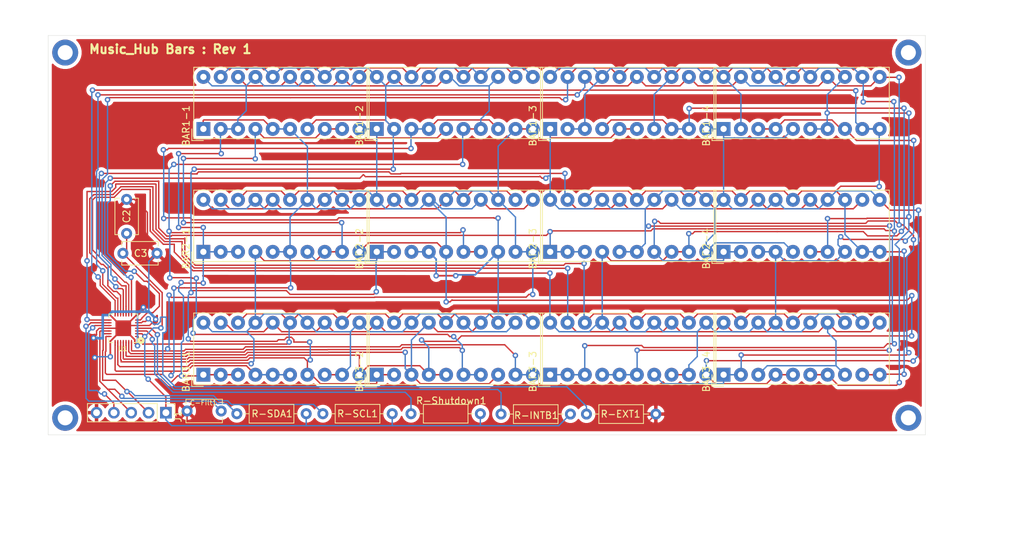
<source format=kicad_pcb>
(kicad_pcb (version 20171130) (host pcbnew "(5.1.5)-3")
  (layers (0 F.Cu signal) (31 B.Cu signal) (34 B.Paste user hide) (35 F.Paste user hide) (36 B.SilkS user) (37 F.SilkS user) (38 B.Mask user hide) (39 F.Mask user hide) (44 Edge.Cuts user))
  (net 0 "")
  (net 1 GND)
  (net 2 +055)
  (net 3 +046)
  (net 4 +037)
  (net 5 +028)
  (net 6 +019)
  (net 7 +010)
  (net 8 +001)
  (net 9 +002)
  (net 10 +074)
  (net 11 +091)
  (net 12 +118)
  (net 13 +082)
  (net 14 +100)
  (net 15 +073)
  (net 16 +127)
  (net 17 +109)
  (net 18 Vcc)
  (net 19 SDA)
  (net 20 SCL)
  (net 21 AudioIn)
  (net 22 "Net-(C-Filt1-Pad1)")
  (net 23 "Net-(R-EXT1-Pad1)")
  (net 24 "Net-(R-INTB1-Pad2)")
  (net 25 "Net-(R-Shutdown1-Pad1)")
  (net 26 -009)
  (net 27 -081)
  (module MountingHole:MountingHole_2.2mm_M2_DIN965_Pad (layer F.Cu) (at 24.55 76.2 180)
    (fp_text reference REF** hide)
    (fp_text value MountingHole_2.2mm_M2_DIN965_Pad)
    (pad 1 thru_hole circle (at 0 0 180) (size 3.8 3.8) (drill 2.2) (layers *.Cu *.Mask))
  )
  (module MountingHole:MountingHole_2.2mm_M2_DIN965_Pad (layer F.Cu) (at 24.55 22.7 180)
    (fp_text reference REF** hide)
    (fp_text value MountingHole_2.2mm_M2_DIN965_Pad)
    (pad 1 thru_hole circle (at 0 0 180) (size 3.8 3.8) (drill 2.2) (layers *.Cu *.Mask))
  )
  (module MountingHole:MountingHole_2.2mm_M2_DIN965_Pad (layer F.Cu) (at 148.05 22.7 180)
    (fp_text reference REF** hide)
    (fp_text value MountingHole_2.2mm_M2_DIN965_Pad)
    (pad 1 thru_hole circle (at 0 0 180) (size 3.8 3.8) (drill 2.2) (layers *.Cu *.Mask))
  )
  (module MountingHole:MountingHole_2.2mm_M2_DIN965_Pad (layer F.Cu) (at 148.05 76.2 180)
    (fp_text reference REF** hide)
    (fp_text value MountingHole_2.2mm_M2_DIN965_Pad)
    (pad 1 thru_hole circle (at 0 0 180) (size 3.8 3.8) (drill 2.2) (layers *.Cu *.Mask))
  )
  (module Display:HDSP-48xx (layer F.Cu) (at 44.7852 69.8854 90)
    (fp_text reference BAR3-1 (at 0.46 -2.53 90) (layer F.SilkS))
    (fp_text value HDSP-4830_2)
    (pad 20 thru_hole circle (at 7.62 0) (size 2.032 2.032) (drill 0.9144) (layers *.Cu *.Mask) (net 7 +010))
    (pad 19 thru_hole circle (at 7.62 2.54) (size 2.032 2.032) (drill 0.9144) (layers *.Cu *.Mask) (net 4 +037))
    (pad 18 thru_hole circle (at 7.62 5.08) (size 2.032 2.032) (drill 0.9144) (layers *.Cu *.Mask) (net 26 -009))
    (pad 17 thru_hole circle (at 7.62 7.62) (size 2.032 2.032) (drill 0.9144) (layers *.Cu *.Mask) (net 7 +010))
    (pad 9 thru_hole circle (at 0 20.32) (size 2.032 2.032) (drill 0.9144) (layers *.Cu *.Mask) (net 7 +010))
    (pad 10 thru_hole circle (at 0 22.86) (size 2.032 2.032) (drill 0.9144) (layers *.Cu *.Mask) (net 5 +028))
    (pad 11 thru_hole circle (at 7.62 22.86) (size 2.032 2.032) (drill 0.9144) (layers *.Cu *.Mask) (net 7 +010))
    (pad 12 thru_hole circle (at 7.62 20.32) (size 2.032 2.032) (drill 0.9144) (layers *.Cu *.Mask) (net 26 -009))
    (pad 8 thru_hole circle (at 0 17.78) (size 2.032 2.032) (drill 0.9144) (layers *.Cu *.Mask) (net 7 +010))
    (pad 7 thru_hole circle (at 0 15.24) (size 2.032 2.032) (drill 0.9144) (layers *.Cu *.Mask) (net 6 +019))
    (pad 6 thru_hole circle (at 0 12.7) (size 2.032 2.032) (drill 0.9144) (layers *.Cu *.Mask) (net 8 +001))
    (pad 5 thru_hole circle (at 0 10.16) (size 2.032 2.032) (drill 0.9144) (layers *.Cu *.Mask) (net 8 +001))
    (pad 16 thru_hole circle (at 7.62 10.16) (size 2.032 2.032) (drill 0.9144) (layers *.Cu *.Mask) (net 4 +037))
    (pad 15 thru_hole circle (at 7.62 12.7) (size 2.032 2.032) (drill 0.9144) (layers *.Cu *.Mask) (net 26 -009))
    (pad 14 thru_hole circle (at 7.62 15.24) (size 2.032 2.032) (drill 0.9144) (layers *.Cu *.Mask) (net 7 +010))
    (pad 13 thru_hole circle (at 7.62 17.78) (size 2.032 2.032) (drill 0.9144) (layers *.Cu *.Mask) (net 4 +037))
    (pad 4 thru_hole circle (at 0 7.62) (size 2.032 2.032) (drill 0.9144) (layers *.Cu *.Mask) (net 8 +001))
    (pad 3 thru_hole circle (at 0 5.08) (size 2.032 2.032) (drill 0.9144) (layers *.Cu *.Mask) (net 9 +002))
    (pad 2 thru_hole circle (at 0 2.54) (size 2.032 2.032) (drill 0.9144) (layers *.Cu *.Mask) (net 9 +002))
    (pad 1 thru_hole rect (at 0 0) (size 2.032 2.032) (drill 0.9144) (layers *.Cu *.Mask) (net 9 +002))
  )
  (module Connector_PinHeader_2.54mm:PinHeader_1x05_P2.54mm_Vertical (layer F.Cu) (at 39.3 75.45 270)
    (fp_text reference J1 (at 0.5588 -1.778 90) (layer F.SilkS))
    (fp_text value Conn_01x05_Female)
    (pad 5 thru_hole oval (at 0 10.16 270) (size 1.7 1.7) (drill 1) (layers *.Cu *.Mask) (net 1 GND))
    (pad 4 thru_hole oval (at 0 7.62 270) (size 1.7 1.7) (drill 1) (layers *.Cu *.Mask) (net 21 AudioIn))
    (pad 3 thru_hole oval (at 0 5.08 270) (size 1.7 1.7) (drill 1) (layers *.Cu *.Mask) (net 19 SDA))
    (pad 2 thru_hole oval (at 0 2.54 270) (size 1.7 1.7) (drill 1) (layers *.Cu *.Mask) (net 20 SCL))
    (pad 1 thru_hole rect (at 0 0 270) (size 1.7 1.7) (drill 1) (layers *.Cu *.Mask) (net 18 Vcc))
  )
  (module Display:HDSP-48xx (layer F.Cu) (at 120.9852 69.8854 90)
    (fp_text reference BAR3-4 (at 0.46 -2.53 90) (layer F.SilkS))
    (fp_text value HDSP-4830_2)
    (pad 20 thru_hole circle (at 7.62 0) (size 2.032 2.032) (drill 0.9144) (layers *.Cu *.Mask) (net 17 +109))
    (pad 19 thru_hole circle (at 7.62 2.54) (size 2.032 2.032) (drill 0.9144) (layers *.Cu *.Mask) (net 27 -081))
    (pad 18 thru_hole circle (at 7.62 5.08) (size 2.032 2.032) (drill 0.9144) (layers *.Cu *.Mask) (net 13 +082))
    (pad 17 thru_hole circle (at 7.62 7.62) (size 2.032 2.032) (drill 0.9144) (layers *.Cu *.Mask) (net 17 +109))
    (pad 9 thru_hole circle (at 0 20.32) (size 2.032 2.032) (drill 0.9144) (layers *.Cu *.Mask) (net 16 +127))
    (pad 10 thru_hole circle (at 0 22.86) (size 2.032 2.032) (drill 0.9144) (layers *.Cu *.Mask) (net 16 +127))
    (pad 11 thru_hole circle (at 7.62 22.86) (size 2.032 2.032) (drill 0.9144) (layers *.Cu *.Mask) (net 17 +109))
    (pad 12 thru_hole circle (at 7.62 20.32) (size 2.032 2.032) (drill 0.9144) (layers *.Cu *.Mask) (net 13 +082))
    (pad 8 thru_hole circle (at 0 17.78) (size 2.032 2.032) (drill 0.9144) (layers *.Cu *.Mask) (net 17 +109))
    (pad 7 thru_hole circle (at 0 15.24) (size 2.032 2.032) (drill 0.9144) (layers *.Cu *.Mask) (net 12 +118))
    (pad 6 thru_hole circle (at 0 12.7) (size 2.032 2.032) (drill 0.9144) (layers *.Cu *.Mask) (net 12 +118))
    (pad 5 thru_hole circle (at 0 10.16) (size 2.032 2.032) (drill 0.9144) (layers *.Cu *.Mask) (net 14 +100))
    (pad 16 thru_hole circle (at 7.62 10.16) (size 2.032 2.032) (drill 0.9144) (layers *.Cu *.Mask) (net 27 -081))
    (pad 15 thru_hole circle (at 7.62 12.7) (size 2.032 2.032) (drill 0.9144) (layers *.Cu *.Mask) (net 13 +082))
    (pad 14 thru_hole circle (at 7.62 15.24) (size 2.032 2.032) (drill 0.9144) (layers *.Cu *.Mask) (net 17 +109))
    (pad 13 thru_hole circle (at 7.62 17.78) (size 2.032 2.032) (drill 0.9144) (layers *.Cu *.Mask) (net 27 -081))
    (pad 4 thru_hole circle (at 0 7.62) (size 2.032 2.032) (drill 0.9144) (layers *.Cu *.Mask) (net 14 +100))
    (pad 3 thru_hole circle (at 0 5.08) (size 2.032 2.032) (drill 0.9144) (layers *.Cu *.Mask) (net 17 +109))
    (pad 2 thru_hole circle (at 0 2.54) (size 2.032 2.032) (drill 0.9144) (layers *.Cu *.Mask) (net 11 +091))
    (pad 1 thru_hole rect (at 0 0) (size 2.032 2.032) (drill 0.9144) (layers *.Cu *.Mask) (net 11 +091))
  )
  (module Display:HDSP-48xx (layer F.Cu) (at 95.5852 69.8854 90)
    (fp_text reference BAR3-3 (at 0.46 -2.53 90) (layer F.SilkS))
    (fp_text value HDSP-4830_2)
    (pad 20 thru_hole circle (at 7.62 0) (size 2.032 2.032) (drill 0.9144) (layers *.Cu *.Mask) (net 13 +082))
    (pad 19 thru_hole circle (at 7.62 2.54) (size 2.032 2.032) (drill 0.9144) (layers *.Cu *.Mask) (net 17 +109))
    (pad 18 thru_hole circle (at 7.62 5.08) (size 2.032 2.032) (drill 0.9144) (layers *.Cu *.Mask) (net 27 -081))
    (pad 17 thru_hole circle (at 7.62 7.62) (size 2.032 2.032) (drill 0.9144) (layers *.Cu *.Mask) (net 13 +082))
    (pad 9 thru_hole circle (at 0 20.32) (size 2.032 2.032) (drill 0.9144) (layers *.Cu *.Mask) (net 13 +082))
    (pad 10 thru_hole circle (at 0 22.86) (size 2.032 2.032) (drill 0.9144) (layers *.Cu *.Mask) (net 14 +100))
    (pad 11 thru_hole circle (at 7.62 22.86) (size 2.032 2.032) (drill 0.9144) (layers *.Cu *.Mask) (net 13 +082))
    (pad 12 thru_hole circle (at 7.62 20.32) (size 2.032 2.032) (drill 0.9144) (layers *.Cu *.Mask) (net 27 -081))
    (pad 8 thru_hole circle (at 0 17.78) (size 2.032 2.032) (drill 0.9144) (layers *.Cu *.Mask) (net 13 +082))
    (pad 7 thru_hole circle (at 0 15.24) (size 2.032 2.032) (drill 0.9144) (layers *.Cu *.Mask) (net 11 +091))
    (pad 6 thru_hole circle (at 0 12.7) (size 2.032 2.032) (drill 0.9144) (layers *.Cu *.Mask) (net 15 +073))
    (pad 5 thru_hole circle (at 0 10.16) (size 2.032 2.032) (drill 0.9144) (layers *.Cu *.Mask) (net 15 +073))
    (pad 16 thru_hole circle (at 7.62 10.16) (size 2.032 2.032) (drill 0.9144) (layers *.Cu *.Mask) (net 17 +109))
    (pad 15 thru_hole circle (at 7.62 12.7) (size 2.032 2.032) (drill 0.9144) (layers *.Cu *.Mask) (net 27 -081))
    (pad 14 thru_hole circle (at 7.62 15.24) (size 2.032 2.032) (drill 0.9144) (layers *.Cu *.Mask) (net 13 +082))
    (pad 13 thru_hole circle (at 7.62 17.78) (size 2.032 2.032) (drill 0.9144) (layers *.Cu *.Mask) (net 17 +109))
    (pad 4 thru_hole circle (at 0 7.62) (size 2.032 2.032) (drill 0.9144) (layers *.Cu *.Mask) (net 15 +073))
    (pad 3 thru_hole circle (at 0 5.08) (size 2.032 2.032) (drill 0.9144) (layers *.Cu *.Mask) (net 10 +074))
    (pad 2 thru_hole circle (at 0 2.54) (size 2.032 2.032) (drill 0.9144) (layers *.Cu *.Mask) (net 10 +074))
    (pad 1 thru_hole rect (at 0 0) (size 2.032 2.032) (drill 0.9144) (layers *.Cu *.Mask) (net 10 +074))
  )
  (module Display:HDSP-48xx (layer F.Cu) (at 70.1852 69.8854 90)
    (fp_text reference BAR3-2 (at 0.46 -2.53 90) (layer F.SilkS))
    (fp_text value HDSP-4830_2)
    (pad 20 thru_hole circle (at 7.62 0) (size 2.032 2.032) (drill 0.9144) (layers *.Cu *.Mask) (net 4 +037))
    (pad 19 thru_hole circle (at 7.62 2.54) (size 2.032 2.032) (drill 0.9144) (layers *.Cu *.Mask) (net 26 -009))
    (pad 18 thru_hole circle (at 7.62 5.08) (size 2.032 2.032) (drill 0.9144) (layers *.Cu *.Mask) (net 7 +010))
    (pad 17 thru_hole circle (at 7.62 7.62) (size 2.032 2.032) (drill 0.9144) (layers *.Cu *.Mask) (net 4 +037))
    (pad 9 thru_hole circle (at 0 20.32) (size 2.032 2.032) (drill 0.9144) (layers *.Cu *.Mask) (net 2 +055))
    (pad 10 thru_hole circle (at 0 22.86) (size 2.032 2.032) (drill 0.9144) (layers *.Cu *.Mask) (net 2 +055))
    (pad 11 thru_hole circle (at 7.62 22.86) (size 2.032 2.032) (drill 0.9144) (layers *.Cu *.Mask) (net 4 +037))
    (pad 12 thru_hole circle (at 7.62 20.32) (size 2.032 2.032) (drill 0.9144) (layers *.Cu *.Mask) (net 7 +010))
    (pad 8 thru_hole circle (at 0 17.78) (size 2.032 2.032) (drill 0.9144) (layers *.Cu *.Mask) (net 4 +037))
    (pad 7 thru_hole circle (at 0 15.24) (size 2.032 2.032) (drill 0.9144) (layers *.Cu *.Mask) (net 3 +046))
    (pad 6 thru_hole circle (at 0 12.7) (size 2.032 2.032) (drill 0.9144) (layers *.Cu *.Mask) (net 3 +046))
    (pad 5 thru_hole circle (at 0 10.16) (size 2.032 2.032) (drill 0.9144) (layers *.Cu *.Mask) (net 5 +028))
    (pad 16 thru_hole circle (at 7.62 10.16) (size 2.032 2.032) (drill 0.9144) (layers *.Cu *.Mask) (net 26 -009))
    (pad 15 thru_hole circle (at 7.62 12.7) (size 2.032 2.032) (drill 0.9144) (layers *.Cu *.Mask) (net 7 +010))
    (pad 14 thru_hole circle (at 7.62 15.24) (size 2.032 2.032) (drill 0.9144) (layers *.Cu *.Mask) (net 4 +037))
    (pad 13 thru_hole circle (at 7.62 17.78) (size 2.032 2.032) (drill 0.9144) (layers *.Cu *.Mask) (net 26 -009))
    (pad 4 thru_hole circle (at 0 7.62) (size 2.032 2.032) (drill 0.9144) (layers *.Cu *.Mask) (net 5 +028))
    (pad 3 thru_hole circle (at 0 5.08) (size 2.032 2.032) (drill 0.9144) (layers *.Cu *.Mask) (net 4 +037))
    (pad 2 thru_hole circle (at 0 2.54) (size 2.032 2.032) (drill 0.9144) (layers *.Cu *.Mask) (net 6 +019))
    (pad 1 thru_hole rect (at 0 0) (size 2.032 2.032) (drill 0.9144) (layers *.Cu *.Mask) (net 6 +019))
  )
  (module Display:HDSP-48xx (layer F.Cu) (at 120.9852 51.8854 90)
    (fp_text reference BAR2-4 (at 0.46 -2.53 90) (layer F.SilkS))
    (fp_text value HDSP-4830_2)
    (pad 20 thru_hole circle (at 7.62 0) (size 2.032 2.032) (drill 0.9144) (layers *.Cu *.Mask) (net 14 +100))
    (pad 19 thru_hole circle (at 7.62 2.54) (size 2.032 2.032) (drill 0.9144) (layers *.Cu *.Mask) (net 16 +127))
    (pad 18 thru_hole circle (at 7.62 5.08) (size 2.032 2.032) (drill 0.9144) (layers *.Cu *.Mask) (net 15 +073))
    (pad 17 thru_hole circle (at 7.62 7.62) (size 2.032 2.032) (drill 0.9144) (layers *.Cu *.Mask) (net 14 +100))
    (pad 9 thru_hole circle (at 0 20.32) (size 2.032 2.032) (drill 0.9144) (layers *.Cu *.Mask) (net 16 +127))
    (pad 10 thru_hole circle (at 0 22.86) (size 2.032 2.032) (drill 0.9144) (layers *.Cu *.Mask) (net 16 +127))
    (pad 11 thru_hole circle (at 7.62 22.86) (size 2.032 2.032) (drill 0.9144) (layers *.Cu *.Mask) (net 14 +100))
    (pad 12 thru_hole circle (at 7.62 20.32) (size 2.032 2.032) (drill 0.9144) (layers *.Cu *.Mask) (net 15 +073))
    (pad 8 thru_hole circle (at 0 17.78) (size 2.032 2.032) (drill 0.9144) (layers *.Cu *.Mask) (net 17 +109))
    (pad 7 thru_hole circle (at 0 15.24) (size 2.032 2.032) (drill 0.9144) (layers *.Cu *.Mask) (net 12 +118))
    (pad 6 thru_hole circle (at 0 12.7) (size 2.032 2.032) (drill 0.9144) (layers *.Cu *.Mask) (net 12 +118))
    (pad 5 thru_hole circle (at 0 10.16) (size 2.032 2.032) (drill 0.9144) (layers *.Cu *.Mask) (net 14 +100))
    (pad 16 thru_hole circle (at 7.62 10.16) (size 2.032 2.032) (drill 0.9144) (layers *.Cu *.Mask) (net 16 +127))
    (pad 15 thru_hole circle (at 7.62 12.7) (size 2.032 2.032) (drill 0.9144) (layers *.Cu *.Mask) (net 15 +073))
    (pad 14 thru_hole circle (at 7.62 15.24) (size 2.032 2.032) (drill 0.9144) (layers *.Cu *.Mask) (net 14 +100))
    (pad 13 thru_hole circle (at 7.62 17.78) (size 2.032 2.032) (drill 0.9144) (layers *.Cu *.Mask) (net 16 +127))
    (pad 4 thru_hole circle (at 0 7.62) (size 2.032 2.032) (drill 0.9144) (layers *.Cu *.Mask) (net 17 +109))
    (pad 3 thru_hole circle (at 0 5.08) (size 2.032 2.032) (drill 0.9144) (layers *.Cu *.Mask) (net 17 +109))
    (pad 2 thru_hole circle (at 0 2.54) (size 2.032 2.032) (drill 0.9144) (layers *.Cu *.Mask) (net 11 +091))
    (pad 1 thru_hole rect (at 0 0) (size 2.032 2.032) (drill 0.9144) (layers *.Cu *.Mask) (net 11 +091))
  )
  (module Display:HDSP-48xx (layer F.Cu) (at 95.5852 51.8854 90)
    (fp_text reference BAR2-3 (at 0.46 -2.53 90) (layer F.SilkS))
    (fp_text value HDSP-4830_2)
    (pad 20 thru_hole circle (at 7.62 0) (size 2.032 2.032) (drill 0.9144) (layers *.Cu *.Mask) (net 15 +073))
    (pad 19 thru_hole circle (at 7.62 2.54) (size 2.032 2.032) (drill 0.9144) (layers *.Cu *.Mask) (net 14 +100))
    (pad 18 thru_hole circle (at 7.62 5.08) (size 2.032 2.032) (drill 0.9144) (layers *.Cu *.Mask) (net 16 +127))
    (pad 17 thru_hole circle (at 7.62 7.62) (size 2.032 2.032) (drill 0.9144) (layers *.Cu *.Mask) (net 15 +073))
    (pad 9 thru_hole circle (at 0 20.32) (size 2.032 2.032) (drill 0.9144) (layers *.Cu *.Mask) (net 13 +082))
    (pad 10 thru_hole circle (at 0 22.86) (size 2.032 2.032) (drill 0.9144) (layers *.Cu *.Mask) (net 14 +100))
    (pad 11 thru_hole circle (at 7.62 22.86) (size 2.032 2.032) (drill 0.9144) (layers *.Cu *.Mask) (net 15 +073))
    (pad 12 thru_hole circle (at 7.62 20.32) (size 2.032 2.032) (drill 0.9144) (layers *.Cu *.Mask) (net 16 +127))
    (pad 8 thru_hole circle (at 0 17.78) (size 2.032 2.032) (drill 0.9144) (layers *.Cu *.Mask) (net 13 +082))
    (pad 7 thru_hole circle (at 0 15.24) (size 2.032 2.032) (drill 0.9144) (layers *.Cu *.Mask) (net 11 +091))
    (pad 6 thru_hole circle (at 0 12.7) (size 2.032 2.032) (drill 0.9144) (layers *.Cu *.Mask) (net 15 +073))
    (pad 5 thru_hole circle (at 0 10.16) (size 2.032 2.032) (drill 0.9144) (layers *.Cu *.Mask) (net 15 +073))
    (pad 16 thru_hole circle (at 7.62 10.16) (size 2.032 2.032) (drill 0.9144) (layers *.Cu *.Mask) (net 14 +100))
    (pad 15 thru_hole circle (at 7.62 12.7) (size 2.032 2.032) (drill 0.9144) (layers *.Cu *.Mask) (net 16 +127))
    (pad 14 thru_hole circle (at 7.62 15.24) (size 2.032 2.032) (drill 0.9144) (layers *.Cu *.Mask) (net 15 +073))
    (pad 13 thru_hole circle (at 7.62 17.78) (size 2.032 2.032) (drill 0.9144) (layers *.Cu *.Mask) (net 14 +100))
    (pad 4 thru_hole circle (at 0 7.62) (size 2.032 2.032) (drill 0.9144) (layers *.Cu *.Mask) (net 13 +082))
    (pad 3 thru_hole circle (at 0 5.08) (size 2.032 2.032) (drill 0.9144) (layers *.Cu *.Mask) (net 10 +074))
    (pad 2 thru_hole circle (at 0 2.54) (size 2.032 2.032) (drill 0.9144) (layers *.Cu *.Mask) (net 10 +074))
    (pad 1 thru_hole rect (at 0 0) (size 2.032 2.032) (drill 0.9144) (layers *.Cu *.Mask) (net 10 +074))
  )
  (module Display:HDSP-48xx (layer F.Cu) (at 70.1852 51.8854 90)
    (fp_text reference BAR2-2 (at 0.46 -2.53 90) (layer F.SilkS))
    (fp_text value HDSP-4830_2)
    (pad 20 thru_hole circle (at 7.62 0) (size 2.032 2.032) (drill 0.9144) (layers *.Cu *.Mask) (net 5 +028))
    (pad 19 thru_hole circle (at 7.62 2.54) (size 2.032 2.032) (drill 0.9144) (layers *.Cu *.Mask) (net 2 +055))
    (pad 18 thru_hole circle (at 7.62 5.08) (size 2.032 2.032) (drill 0.9144) (layers *.Cu *.Mask) (net 8 +001))
    (pad 17 thru_hole circle (at 7.62 7.62) (size 2.032 2.032) (drill 0.9144) (layers *.Cu *.Mask) (net 5 +028))
    (pad 9 thru_hole circle (at 0 20.32) (size 2.032 2.032) (drill 0.9144) (layers *.Cu *.Mask) (net 2 +055))
    (pad 10 thru_hole circle (at 0 22.86) (size 2.032 2.032) (drill 0.9144) (layers *.Cu *.Mask) (net 2 +055))
    (pad 11 thru_hole circle (at 7.62 22.86) (size 2.032 2.032) (drill 0.9144) (layers *.Cu *.Mask) (net 5 +028))
    (pad 12 thru_hole circle (at 7.62 20.32) (size 2.032 2.032) (drill 0.9144) (layers *.Cu *.Mask) (net 8 +001))
    (pad 8 thru_hole circle (at 0 17.78) (size 2.032 2.032) (drill 0.9144) (layers *.Cu *.Mask) (net 4 +037))
    (pad 7 thru_hole circle (at 0 15.24) (size 2.032 2.032) (drill 0.9144) (layers *.Cu *.Mask) (net 3 +046))
    (pad 6 thru_hole circle (at 0 12.7) (size 2.032 2.032) (drill 0.9144) (layers *.Cu *.Mask) (net 3 +046))
    (pad 5 thru_hole circle (at 0 10.16) (size 2.032 2.032) (drill 0.9144) (layers *.Cu *.Mask) (net 5 +028))
    (pad 16 thru_hole circle (at 7.62 10.16) (size 2.032 2.032) (drill 0.9144) (layers *.Cu *.Mask) (net 2 +055))
    (pad 15 thru_hole circle (at 7.62 12.7) (size 2.032 2.032) (drill 0.9144) (layers *.Cu *.Mask) (net 8 +001))
    (pad 14 thru_hole circle (at 7.62 15.24) (size 2.032 2.032) (drill 0.9144) (layers *.Cu *.Mask) (net 5 +028))
    (pad 13 thru_hole circle (at 7.62 17.78) (size 2.032 2.032) (drill 0.9144) (layers *.Cu *.Mask) (net 2 +055))
    (pad 4 thru_hole circle (at 0 7.62) (size 2.032 2.032) (drill 0.9144) (layers *.Cu *.Mask) (net 4 +037))
    (pad 3 thru_hole circle (at 0 5.08) (size 2.032 2.032) (drill 0.9144) (layers *.Cu *.Mask) (net 4 +037))
    (pad 2 thru_hole circle (at 0 2.54) (size 2.032 2.032) (drill 0.9144) (layers *.Cu *.Mask) (net 6 +019))
    (pad 1 thru_hole rect (at 0 0) (size 2.032 2.032) (drill 0.9144) (layers *.Cu *.Mask) (net 6 +019))
  )
  (module Display:HDSP-48xx (layer F.Cu) (at 44.7852 51.8854 90)
    (fp_text reference BAR2-1 (at 0.46 -2.53 90) (layer F.SilkS))
    (fp_text value HDSP-4830_2)
    (pad 20 thru_hole circle (at 7.62 0) (size 2.032 2.032) (drill 0.9144) (layers *.Cu *.Mask) (net 8 +001))
    (pad 19 thru_hole circle (at 7.62 2.54) (size 2.032 2.032) (drill 0.9144) (layers *.Cu *.Mask) (net 5 +028))
    (pad 18 thru_hole circle (at 7.62 5.08) (size 2.032 2.032) (drill 0.9144) (layers *.Cu *.Mask) (net 2 +055))
    (pad 17 thru_hole circle (at 7.62 7.62) (size 2.032 2.032) (drill 0.9144) (layers *.Cu *.Mask) (net 8 +001))
    (pad 9 thru_hole circle (at 0 20.32) (size 2.032 2.032) (drill 0.9144) (layers *.Cu *.Mask) (net 7 +010))
    (pad 10 thru_hole circle (at 0 22.86) (size 2.032 2.032) (drill 0.9144) (layers *.Cu *.Mask) (net 5 +028))
    (pad 11 thru_hole circle (at 7.62 22.86) (size 2.032 2.032) (drill 0.9144) (layers *.Cu *.Mask) (net 8 +001))
    (pad 12 thru_hole circle (at 7.62 20.32) (size 2.032 2.032) (drill 0.9144) (layers *.Cu *.Mask) (net 2 +055))
    (pad 8 thru_hole circle (at 0 17.78) (size 2.032 2.032) (drill 0.9144) (layers *.Cu *.Mask) (net 7 +010))
    (pad 7 thru_hole circle (at 0 15.24) (size 2.032 2.032) (drill 0.9144) (layers *.Cu *.Mask) (net 6 +019))
    (pad 6 thru_hole circle (at 0 12.7) (size 2.032 2.032) (drill 0.9144) (layers *.Cu *.Mask) (net 8 +001))
    (pad 5 thru_hole circle (at 0 10.16) (size 2.032 2.032) (drill 0.9144) (layers *.Cu *.Mask) (net 8 +001))
    (pad 16 thru_hole circle (at 7.62 10.16) (size 2.032 2.032) (drill 0.9144) (layers *.Cu *.Mask) (net 5 +028))
    (pad 15 thru_hole circle (at 7.62 12.7) (size 2.032 2.032) (drill 0.9144) (layers *.Cu *.Mask) (net 2 +055))
    (pad 14 thru_hole circle (at 7.62 15.24) (size 2.032 2.032) (drill 0.9144) (layers *.Cu *.Mask) (net 8 +001))
    (pad 13 thru_hole circle (at 7.62 17.78) (size 2.032 2.032) (drill 0.9144) (layers *.Cu *.Mask) (net 5 +028))
    (pad 4 thru_hole circle (at 0 7.62) (size 2.032 2.032) (drill 0.9144) (layers *.Cu *.Mask) (net 7 +010))
    (pad 3 thru_hole circle (at 0 5.08) (size 2.032 2.032) (drill 0.9144) (layers *.Cu *.Mask) (net 9 +002))
    (pad 2 thru_hole circle (at 0 2.54) (size 2.032 2.032) (drill 0.9144) (layers *.Cu *.Mask) (net 9 +002))
    (pad 1 thru_hole rect (at 0 0) (size 2.032 2.032) (drill 0.9144) (layers *.Cu *.Mask) (net 9 +002))
  )
  (module Display:HDSP-48xx (layer F.Cu) (at 120.9852 33.8854 90)
    (fp_text reference BAR1-4 (at 0.46 -2.53 90) (layer F.SilkS))
    (fp_text value HDSP-4830_2)
    (pad 20 thru_hole circle (at 7.62 0) (size 2.032 2.032) (drill 0.9144) (layers *.Cu *.Mask) (net 11 +091))
    (pad 19 thru_hole circle (at 7.62 2.54) (size 2.032 2.032) (drill 0.9144) (layers *.Cu *.Mask) (net 12 +118))
    (pad 18 thru_hole circle (at 7.62 5.08) (size 2.032 2.032) (drill 0.9144) (layers *.Cu *.Mask) (net 10 +074))
    (pad 17 thru_hole circle (at 7.62 7.62) (size 2.032 2.032) (drill 0.9144) (layers *.Cu *.Mask) (net 11 +091))
    (pad 9 thru_hole circle (at 0 20.32) (size 2.032 2.032) (drill 0.9144) (layers *.Cu *.Mask) (net 16 +127))
    (pad 10 thru_hole circle (at 0 22.86) (size 2.032 2.032) (drill 0.9144) (layers *.Cu *.Mask) (net 16 +127))
    (pad 11 thru_hole circle (at 7.62 22.86) (size 2.032 2.032) (drill 0.9144) (layers *.Cu *.Mask) (net 11 +091))
    (pad 12 thru_hole circle (at 7.62 20.32) (size 2.032 2.032) (drill 0.9144) (layers *.Cu *.Mask) (net 10 +074))
    (pad 8 thru_hole circle (at 0 17.78) (size 2.032 2.032) (drill 0.9144) (layers *.Cu *.Mask) (net 17 +109))
    (pad 7 thru_hole circle (at 0 15.24) (size 2.032 2.032) (drill 0.9144) (layers *.Cu *.Mask) (net 12 +118))
    (pad 6 thru_hole circle (at 0 12.7) (size 2.032 2.032) (drill 0.9144) (layers *.Cu *.Mask) (net 12 +118))
    (pad 5 thru_hole circle (at 0 10.16) (size 2.032 2.032) (drill 0.9144) (layers *.Cu *.Mask) (net 14 +100))
    (pad 16 thru_hole circle (at 7.62 10.16) (size 2.032 2.032) (drill 0.9144) (layers *.Cu *.Mask) (net 12 +118))
    (pad 15 thru_hole circle (at 7.62 12.7) (size 2.032 2.032) (drill 0.9144) (layers *.Cu *.Mask) (net 10 +074))
    (pad 14 thru_hole circle (at 7.62 15.24) (size 2.032 2.032) (drill 0.9144) (layers *.Cu *.Mask) (net 11 +091))
    (pad 13 thru_hole circle (at 7.62 17.78) (size 2.032 2.032) (drill 0.9144) (layers *.Cu *.Mask) (net 12 +118))
    (pad 4 thru_hole circle (at 0 7.62) (size 2.032 2.032) (drill 0.9144) (layers *.Cu *.Mask) (net 17 +109))
    (pad 3 thru_hole circle (at 0 5.08) (size 2.032 2.032) (drill 0.9144) (layers *.Cu *.Mask) (net 17 +109))
    (pad 2 thru_hole circle (at 0 2.54) (size 2.032 2.032) (drill 0.9144) (layers *.Cu *.Mask) (net 11 +091))
    (pad 1 thru_hole rect (at 0 0) (size 2.032 2.032) (drill 0.9144) (layers *.Cu *.Mask) (net 14 +100))
  )
  (module Display:HDSP-48xx (layer F.Cu) (at 95.5852 33.8854 90)
    (fp_text reference BAR1-3 (at 0.46 -2.53 90) (layer F.SilkS))
    (fp_text value HDSP-4830_2)
    (pad 20 thru_hole circle (at 7.62 0) (size 2.032 2.032) (drill 0.9144) (layers *.Cu *.Mask) (net 10 +074))
    (pad 19 thru_hole circle (at 7.62 2.54) (size 2.032 2.032) (drill 0.9144) (layers *.Cu *.Mask) (net 11 +091))
    (pad 18 thru_hole circle (at 7.62 5.08) (size 2.032 2.032) (drill 0.9144) (layers *.Cu *.Mask) (net 12 +118))
    (pad 17 thru_hole circle (at 7.62 7.62) (size 2.032 2.032) (drill 0.9144) (layers *.Cu *.Mask) (net 10 +074))
    (pad 9 thru_hole circle (at 0 20.32) (size 2.032 2.032) (drill 0.9144) (layers *.Cu *.Mask) (net 13 +082))
    (pad 10 thru_hole circle (at 0 22.86) (size 2.032 2.032) (drill 0.9144) (layers *.Cu *.Mask) (net 14 +100))
    (pad 11 thru_hole circle (at 7.62 22.86) (size 2.032 2.032) (drill 0.9144) (layers *.Cu *.Mask) (net 10 +074))
    (pad 12 thru_hole circle (at 7.62 20.32) (size 2.032 2.032) (drill 0.9144) (layers *.Cu *.Mask) (net 12 +118))
    (pad 8 thru_hole circle (at 0 17.78) (size 2.032 2.032) (drill 0.9144) (layers *.Cu *.Mask) (net 13 +082))
    (pad 7 thru_hole circle (at 0 15.24) (size 2.032 2.032) (drill 0.9144) (layers *.Cu *.Mask) (net 11 +091))
    (pad 6 thru_hole circle (at 0 12.7) (size 2.032 2.032) (drill 0.9144) (layers *.Cu *.Mask) (net 15 +073))
    (pad 5 thru_hole circle (at 0 10.16) (size 2.032 2.032) (drill 0.9144) (layers *.Cu *.Mask) (net 15 +073))
    (pad 16 thru_hole circle (at 7.62 10.16) (size 2.032 2.032) (drill 0.9144) (layers *.Cu *.Mask) (net 11 +091))
    (pad 15 thru_hole circle (at 7.62 12.7) (size 2.032 2.032) (drill 0.9144) (layers *.Cu *.Mask) (net 12 +118))
    (pad 14 thru_hole circle (at 7.62 15.24) (size 2.032 2.032) (drill 0.9144) (layers *.Cu *.Mask) (net 10 +074))
    (pad 13 thru_hole circle (at 7.62 17.78) (size 2.032 2.032) (drill 0.9144) (layers *.Cu *.Mask) (net 11 +091))
    (pad 4 thru_hole circle (at 0 7.62) (size 2.032 2.032) (drill 0.9144) (layers *.Cu *.Mask) (net 13 +082))
    (pad 3 thru_hole circle (at 0 5.08) (size 2.032 2.032) (drill 0.9144) (layers *.Cu *.Mask) (net 10 +074))
    (pad 2 thru_hole circle (at 0 2.54) (size 2.032 2.032) (drill 0.9144) (layers *.Cu *.Mask) (net 10 +074))
    (pad 1 thru_hole rect (at 0 0) (size 2.032 2.032) (drill 0.9144) (layers *.Cu *.Mask) (net 15 +073))
  )
  (module Display:HDSP-48xx (layer F.Cu) (at 70.1852 33.8854 90)
    (fp_text reference BAR1-2 (at 0.46 -2.53 90) (layer F.SilkS))
    (fp_text value HDSP-4830_2)
    (pad 20 thru_hole circle (at 7.62 0) (size 2.032 2.032) (drill 0.9144) (layers *.Cu *.Mask) (net 6 +019))
    (pad 19 thru_hole circle (at 7.62 2.54) (size 2.032 2.032) (drill 0.9144) (layers *.Cu *.Mask) (net 3 +046))
    (pad 18 thru_hole circle (at 7.62 5.08) (size 2.032 2.032) (drill 0.9144) (layers *.Cu *.Mask) (net 9 +002))
    (pad 17 thru_hole circle (at 7.62 7.62) (size 2.032 2.032) (drill 0.9144) (layers *.Cu *.Mask) (net 6 +019))
    (pad 9 thru_hole circle (at 0 20.32) (size 2.032 2.032) (drill 0.9144) (layers *.Cu *.Mask) (net 2 +055))
    (pad 10 thru_hole circle (at 0 22.86) (size 2.032 2.032) (drill 0.9144) (layers *.Cu *.Mask) (net 2 +055))
    (pad 11 thru_hole circle (at 7.62 22.86) (size 2.032 2.032) (drill 0.9144) (layers *.Cu *.Mask) (net 6 +019))
    (pad 12 thru_hole circle (at 7.62 20.32) (size 2.032 2.032) (drill 0.9144) (layers *.Cu *.Mask) (net 9 +002))
    (pad 8 thru_hole circle (at 0 17.78) (size 2.032 2.032) (drill 0.9144) (layers *.Cu *.Mask) (net 4 +037))
    (pad 7 thru_hole circle (at 0 15.24) (size 2.032 2.032) (drill 0.9144) (layers *.Cu *.Mask) (net 3 +046))
    (pad 6 thru_hole circle (at 0 12.7) (size 2.032 2.032) (drill 0.9144) (layers *.Cu *.Mask) (net 3 +046))
    (pad 5 thru_hole circle (at 0 10.16) (size 2.032 2.032) (drill 0.9144) (layers *.Cu *.Mask) (net 5 +028))
    (pad 16 thru_hole circle (at 7.62 10.16) (size 2.032 2.032) (drill 0.9144) (layers *.Cu *.Mask) (net 3 +046))
    (pad 15 thru_hole circle (at 7.62 12.7) (size 2.032 2.032) (drill 0.9144) (layers *.Cu *.Mask) (net 9 +002))
    (pad 14 thru_hole circle (at 7.62 15.24) (size 2.032 2.032) (drill 0.9144) (layers *.Cu *.Mask) (net 6 +019))
    (pad 13 thru_hole circle (at 7.62 17.78) (size 2.032 2.032) (drill 0.9144) (layers *.Cu *.Mask) (net 3 +046))
    (pad 4 thru_hole circle (at 0 7.62) (size 2.032 2.032) (drill 0.9144) (layers *.Cu *.Mask) (net 4 +037))
    (pad 3 thru_hole circle (at 0 5.08) (size 2.032 2.032) (drill 0.9144) (layers *.Cu *.Mask) (net 4 +037))
    (pad 2 thru_hole circle (at 0 2.54) (size 2.032 2.032) (drill 0.9144) (layers *.Cu *.Mask) (net 6 +019))
    (pad 1 thru_hole rect (at 0 0) (size 2.032 2.032) (drill 0.9144) (layers *.Cu *.Mask) (net 5 +028))
  )
  (module Display:HDSP-48xx (layer F.Cu) (at 44.79 33.8854 90)
    (fp_text reference BAR1-1 (at 0.46 -2.53 90) (layer F.SilkS))
    (fp_text value HDSP-4830_2)
    (pad 20 thru_hole circle (at 7.62 0) (size 2.032 2.032) (drill 0.9144) (layers *.Cu *.Mask) (net 9 +002))
    (pad 19 thru_hole circle (at 7.62 2.54) (size 2.032 2.032) (drill 0.9144) (layers *.Cu *.Mask) (net 6 +019))
    (pad 18 thru_hole circle (at 7.62 5.08) (size 2.032 2.032) (drill 0.9144) (layers *.Cu *.Mask) (net 3 +046))
    (pad 17 thru_hole circle (at 7.62 7.62) (size 2.032 2.032) (drill 0.9144) (layers *.Cu *.Mask) (net 9 +002))
    (pad 9 thru_hole circle (at 0 20.32) (size 2.032 2.032) (drill 0.9144) (layers *.Cu *.Mask) (net 7 +010))
    (pad 10 thru_hole circle (at 0 22.86) (size 2.032 2.032) (drill 0.9144) (layers *.Cu *.Mask) (net 5 +028))
    (pad 11 thru_hole circle (at 7.62 22.86) (size 2.032 2.032) (drill 0.9144) (layers *.Cu *.Mask) (net 9 +002))
    (pad 12 thru_hole circle (at 7.62 20.32) (size 2.032 2.032) (drill 0.9144) (layers *.Cu *.Mask) (net 3 +046))
    (pad 8 thru_hole circle (at 0 17.78) (size 2.032 2.032) (drill 0.9144) (layers *.Cu *.Mask) (net 7 +010))
    (pad 7 thru_hole circle (at 0 15.24) (size 2.032 2.032) (drill 0.9144) (layers *.Cu *.Mask) (net 6 +019))
    (pad 6 thru_hole circle (at 0 12.7) (size 2.032 2.032) (drill 0.9144) (layers *.Cu *.Mask) (net 8 +001))
    (pad 5 thru_hole circle (at 0 10.16) (size 2.032 2.032) (drill 0.9144) (layers *.Cu *.Mask) (net 8 +001))
    (pad 16 thru_hole circle (at 7.62 10.16) (size 2.032 2.032) (drill 0.9144) (layers *.Cu *.Mask) (net 6 +019))
    (pad 15 thru_hole circle (at 7.62 12.7) (size 2.032 2.032) (drill 0.9144) (layers *.Cu *.Mask) (net 3 +046))
    (pad 14 thru_hole circle (at 7.62 15.24) (size 2.032 2.032) (drill 0.9144) (layers *.Cu *.Mask) (net 9 +002))
    (pad 13 thru_hole circle (at 7.62 17.78) (size 2.032 2.032) (drill 0.9144) (layers *.Cu *.Mask) (net 6 +019))
    (pad 4 thru_hole circle (at 0 7.62) (size 2.032 2.032) (drill 0.9144) (layers *.Cu *.Mask) (net 7 +010))
    (pad 3 thru_hole circle (at 0 5.08) (size 2.032 2.032) (drill 0.9144) (layers *.Cu *.Mask) (net 9 +002))
    (pad 2 thru_hole circle (at 0 2.54) (size 2.032 2.032) (drill 0.9144) (layers *.Cu *.Mask) (net 9 +002))
    (pad 1 thru_hole rect (at 0 0) (size 2.032 2.032) (drill 0.9144) (layers *.Cu *.Mask) (net 8 +001))
  )
  (module Resistor_THT:R_Axial_DIN0207_L6.3mm_D2.5mm_P10.16mm_Horizontal (layer F.Cu) (at 98.55 75.65 180)
    (fp_text reference R-INTB1 (at 5 -0.2) (layer F.SilkS))
    (fp_text value 20K)
    (pad 2 thru_hole oval (at 10.16 0 180) (size 1.6 1.6) (drill 0.8) (layers *.Cu *.Mask) (net 24 "Net-(R-INTB1-Pad2)"))
    (pad 1 thru_hole circle (at 0 0 180) (size 1.6 1.6) (drill 0.8) (layers *.Cu *.Mask) (net 18 Vcc))
  )
  (module Resistor_THT:R_Axial_DIN0207_L6.3mm_D2.5mm_P10.16mm_Horizontal (layer F.Cu) (at 72.45 75.6 180)
    (fp_text reference R-SCL1 (at 5.08 0) (layer F.SilkS))
    (fp_text value 20K)
    (pad 2 thru_hole oval (at 10.16 0 180) (size 1.6 1.6) (drill 0.8) (layers *.Cu *.Mask) (net 20 SCL))
    (pad 1 thru_hole circle (at 0 0 180) (size 1.6 1.6) (drill 0.8) (layers *.Cu *.Mask) (net 18 Vcc))
  )
  (module Resistor_THT:R_Axial_DIN0207_L6.3mm_D2.5mm_P10.16mm_Horizontal (layer F.Cu) (at 59.85 75.6 180)
    (fp_text reference R-SDA1 (at 5 0) (layer F.SilkS))
    (fp_text value 20K)
    (pad 2 thru_hole oval (at 10.16 0 180) (size 1.6 1.6) (drill 0.8) (layers *.Cu *.Mask) (net 19 SDA))
    (pad 1 thru_hole circle (at 0 0 180) (size 1.6 1.6) (drill 0.8) (layers *.Cu *.Mask) (net 18 Vcc))
  )
  (module Resistor_THT:R_Axial_DIN0207_L6.3mm_D2.5mm_P10.16mm_Horizontal (layer F.Cu) (at 75.2 75.6)
    (fp_text reference R-Shutdown1 (at 5.9 -1.9) (layer F.SilkS))
    (fp_text value 20K)
    (pad 2 thru_hole oval (at 10.16 0) (size 1.6 1.6) (drill 0.8) (layers *.Cu *.Mask) (net 18 Vcc))
    (pad 1 thru_hole circle (at 0 0) (size 1.6 1.6) (drill 0.8) (layers *.Cu *.Mask) (net 25 "Net-(R-Shutdown1-Pad1)"))
  )
  (module Resistor_THT:R_Axial_DIN0207_L6.3mm_D2.5mm_P10.16mm_Horizontal (layer F.Cu) (at 100.9 75.65)
    (fp_text reference R-EXT1 (at 5 0) (layer F.SilkS))
    (fp_text value 20K)
    (pad 2 thru_hole oval (at 10.16 0) (size 1.6 1.6) (drill 0.8) (layers *.Cu *.Mask) (net 1 GND))
    (pad 1 thru_hole circle (at 0 0) (size 1.6 1.6) (drill 0.8) (layers *.Cu *.Mask) (net 23 "Net-(R-EXT1-Pad1)"))
  )
  (module Capacitor_THT:C_Disc_D5.1mm_W3.2mm_P5.00mm (layer F.Cu) (at 33 52.1)
    (fp_text reference C3 (at 2.6 0) (layer F.SilkS))
    (fp_text value 1uF)
    (pad 2 thru_hole circle (at 5 0) (size 1.6 1.6) (drill 0.8) (layers *.Cu *.Mask) (net 1 GND))
    (pad 1 thru_hole circle (at 0 0) (size 1.6 1.6) (drill 0.8) (layers *.Cu *.Mask) (net 18 Vcc))
  )
  (module Capacitor_THT:C_Disc_D5.1mm_W3.2mm_P5.00mm (layer F.Cu) (at 33.55 49.2 90)
    (fp_text reference C2 (at 2.5 0 90) (layer F.SilkS))
    (fp_text value 0.1uF)
    (pad 2 thru_hole circle (at 5 0 90) (size 1.6 1.6) (drill 0.8) (layers *.Cu *.Mask) (net 1 GND))
    (pad 1 thru_hole circle (at 0 0 90) (size 1.6 1.6) (drill 0.8) (layers *.Cu *.Mask) (net 18 Vcc))
  )
  (module Capacitor_THT:C_Disc_D5.1mm_W3.2mm_P5.00mm (layer F.Cu) (at 47.4 75.2 180)
    (fp_text reference C-Filt1 (at 2.6 1.2) (layer F.SilkS) (effects (font (size 0.7 0.7) (thickness 0.11))))
    (fp_text value 0.1uF)
    (pad 2 thru_hole circle (at 5 0 180) (size 1.6 1.6) (drill 0.8) (layers *.Cu *.Mask) (net 1 GND))
    (pad 1 thru_hole circle (at 0 0 180) (size 1.6 1.6) (drill 0.8) (layers *.Cu *.Mask) (net 22 "Net-(C-Filt1-Pad1)"))
  )
  (module IS31FL3731:QFN28_4MM_0.4MM (layer F.Cu) (at 33.0598 63.0784 180)
    (fp_text reference U1 (at 0.082 -3.0064) (layer F.SilkS) (effects (font (size 0.64 0.64))))
    (fp_text value IS31FL3731)
    (pad THERMAL smd rect (at 0 0 180) (size 2.3 2.3) (layers F.Cu F.Mask) (net 1 GND))
    (pad 1 smd oval (at -2 -1.2 270) (size 0.18 0.6) (layers F.Cu F.Paste F.Mask) (net 26 -009))
    (pad 2 smd oval (at -2 -0.8 270) (size 0.18 0.6) (layers F.Cu F.Paste F.Mask) (net 18 Vcc))
    (pad 3 smd oval (at -2 -0.4 270) (size 0.18 0.6) (layers F.Cu F.Paste F.Mask) (net 25 "Net-(R-Shutdown1-Pad1)"))
    (pad 4 smd oval (at -2 0 270) (size 0.18 0.6) (layers F.Cu F.Paste F.Mask) (net 24 "Net-(R-INTB1-Pad2)"))
    (pad 5 smd oval (at -2 0.4 270) (size 0.18 0.6) (layers F.Cu F.Paste F.Mask) (net 1 GND))
    (pad 6 smd oval (at -2 0.8 270) (size 0.18 0.6) (layers F.Cu F.Paste F.Mask) (net 23 "Net-(R-EXT1-Pad1)"))
    (pad 7 smd oval (at -2 1.2 270) (size 0.18 0.6) (layers F.Cu F.Paste F.Mask) (net 10 +074))
    (pad 8 smd oval (at -1.2 2) (size 0.18 0.6) (layers F.Cu F.Paste F.Mask) (net 15 +073))
    (pad 9 smd oval (at -0.8 2) (size 0.18 0.6) (layers F.Cu F.Paste F.Mask) (net 13 +082))
    (pad 10 smd oval (at -0.4 2) (size 0.18 0.6) (layers F.Cu F.Paste F.Mask) (net 11 +091))
    (pad 11 smd oval (at 0 2) (size 0.18 0.6) (layers F.Cu F.Paste F.Mask) (net 14 +100))
    (pad 12 smd oval (at 0.4 2) (size 0.18 0.6) (layers F.Cu F.Paste F.Mask) (net 17 +109))
    (pad 13 smd oval (at 0.8 2) (size 0.18 0.6) (layers F.Cu F.Paste F.Mask) (net 12 +118))
    (pad 14 smd oval (at 1.2 2) (size 0.18 0.6) (layers F.Cu F.Paste F.Mask) (net 16 +127))
    (pad 15 smd oval (at 2 1.2 90) (size 0.18 0.6) (layers F.Cu F.Paste F.Mask) (net 27 -081))
    (pad 16 smd oval (at 2 0.8 90) (size 0.18 0.6) (layers F.Cu F.Paste F.Mask) (net 22 "Net-(C-Filt1-Pad1)"))
    (pad 17 smd oval (at 2 0.4 90) (size 0.18 0.6) (layers F.Cu F.Paste F.Mask) (net 21 AudioIn))
    (pad 18 smd oval (at 2 0 90) (size 0.18 0.6) (layers F.Cu F.Paste F.Mask) (net 1 GND))
    (pad 19 smd oval (at 2 -0.4 90) (size 0.18 0.6) (layers F.Cu F.Paste F.Mask) (net 19 SDA))
    (pad 20 smd oval (at 2 -0.8 90) (size 0.18 0.6) (layers F.Cu F.Paste F.Mask) (net 20 SCL))
    (pad 21 smd oval (at 2 -1.2 90) (size 0.18 0.6) (layers F.Cu F.Paste F.Mask) (net 9 +002))
    (pad 22 smd oval (at 1.2 -2 180) (size 0.18 0.6) (layers F.Cu F.Paste F.Mask) (net 8 +001))
    (pad 23 smd oval (at 0.8 -2 180) (size 0.18 0.6) (layers F.Cu F.Paste F.Mask) (net 7 +010))
    (pad 24 smd oval (at 0.4 -2 180) (size 0.18 0.6) (layers F.Cu F.Paste F.Mask) (net 6 +019))
    (pad 25 smd oval (at 0 -2 180) (size 0.18 0.6) (layers F.Cu F.Paste F.Mask) (net 5 +028))
    (pad 26 smd oval (at -0.4 -2 180) (size 0.18 0.6) (layers F.Cu F.Paste F.Mask) (net 4 +037))
    (pad 27 smd oval (at -0.8 -2 180) (size 0.18 0.6) (layers F.Cu F.Paste F.Mask) (net 3 +046))
    (pad 28 smd oval (at -1.2 -2 180) (size 0.18 0.6) (layers F.Cu F.Paste F.Mask) (net 2 +055))
  )
  (gr_line (start 22.05 78.7) (end 150.55 78.7) (layer Edge.Cuts) (width 0.05))
  (gr_line (start 150.55 20.2) (end 150.55 78.7) (layer Edge.Cuts) (width 0.05))
  (gr_line (start 22.05 20.2) (end 150.55 20.2) (layer Edge.Cuts) (width 0.05))
  (gr_line (start 22.05 78.7) (end 22.05 20.2) (layer Edge.Cuts) (width 0.05))
  (gr_text "Music_Hub Bars : Rev 1" (at 39.95 22.2) (layer F.SilkS) (effects (font (size 1.3 1.3) (thickness 0.3))))
  (segment (start 31.0598 63.0784) (end 33.0598 63.0784) (width 0.2) (layer F.Cu) (net 1))
  (segment (start 33.4598 62.6784) (end 33.0598 63.0784) (width 0.2) (layer F.Cu) (net 1))
  (segment (start 35.0598 62.6784) (end 33.4598 62.6784) (width 0.2) (layer F.Cu) (net 1))
  (segment (start 37.200001 51.300001) (end 38 52.1) (width 0.2) (layer F.Cu) (net 1))
  (segment (start 36.6 50.7) (end 37.200001 51.300001) (width 0.2) (layer F.Cu) (net 1))
  (segment (start 36.6 46.11863) (end 36.6 50.7) (width 0.2) (layer F.Cu) (net 1))
  (segment (start 34.68137 44.2) (end 36.6 46.11863) (width 0.2) (layer F.Cu) (net 1))
  (segment (start 33.55 44.2) (end 34.68137 44.2) (width 0.2) (layer F.Cu) (net 1))
  (segment (start 29.537972 63.0784) (end 31.0598 63.0784) (width 0.2) (layer F.Cu) (net 1))
  (segment (start 29.14 63.476372) (end 29.537972 63.0784) (width 0.2) (layer F.Cu) (net 1))
  (segment (start 29.14 64.06001) (end 28.70001 64.5) (width 0.2) (layer F.Cu) (net 1))
  (segment (start 29.14 64.06) (end 29.14 64.06001) (width 0.2) (layer F.Cu) (net 1))
  (via (at 28.70001 64.5) (size 0.8) (drill 0.4) (layers F.Cu B.Cu) (net 1))
  (segment (start 29.14 64.06) (end 29.14 63.476372) (width 0.2) (layer F.Cu) (net 1))
  (segment (start 29.14 64.93999) (end 28.70001 64.5) (width 0.381) (layer F.Cu) (net 1))
  (segment (start 29.265695 64.5) (end 29.315695 64.55) (width 0.381) (layer B.Cu) (net 1))
  (segment (start 28.70001 64.5) (end 29.265695 64.5) (width 0.381) (layer B.Cu) (net 1))
  (segment (start 29.315695 64.55) (end 30.05 64.55) (width 0.381) (layer B.Cu) (net 1))
  (segment (start 30.05 64.55) (end 30.05 61.15) (width 0.381) (layer B.Cu) (net 1))
  (segment (start 30.9184 61.15) (end 31.4184 60.65) (width 0.381) (layer B.Cu) (net 1))
  (segment (start 30.05 61.15) (end 30.9184 61.15) (width 0.381) (layer B.Cu) (net 1))
  (segment (start 31.4184 60.65) (end 36.8 60.65) (width 0.381) (layer B.Cu) (net 1))
  (segment (start 35.0716 62.6784) (end 35.08159 62.66841) (width 0.2) (layer F.Cu) (net 1))
  (segment (start 35.0598 62.6784) (end 35.0716 62.6784) (width 0.2) (layer F.Cu) (net 1))
  (segment (start 36.8 53.3) (end 38 52.1) (width 0.2) (layer B.Cu) (net 1))
  (segment (start 36.8 60.65) (end 36.8 53.3) (width 0.2) (layer B.Cu) (net 1))
  (segment (start 29.14 75.45) (end 29.14 64.93999) (width 0.381) (layer F.Cu) (net 1))
  (segment (start 36.8 60.65) (end 37.802209 61.652209) (width 0.381) (layer B.Cu) (net 1))
  (via (at 37.802209 61.780195) (size 0.8) (drill 0.4) (layers F.Cu B.Cu) (net 1))
  (segment (start 37.802209 61.652209) (end 37.802209 61.780195) (width 0.381) (layer B.Cu) (net 1))
  (segment (start 36.904004 62.6784) (end 37.802209 61.780195) (width 0.2) (layer F.Cu) (net 1))
  (segment (start 35.0598 62.6784) (end 36.904004 62.6784) (width 0.2) (layer F.Cu) (net 1))
  (segment (start 111.06 75.65) (end 109.36 77.35) (width 0.2) (layer F.Cu) (net 1))
  (segment (start 29.14 77.04) (end 29.14 75.45) (width 0.2) (layer F.Cu) (net 1))
  (segment (start 29.45 77.35) (end 29.14 77.04) (width 0.2) (layer F.Cu) (net 1))
  (segment (start 42.3 77.35) (end 42.4 77.25) (width 0.2) (layer F.Cu) (net 1))
  (segment (start 42.4 77.25) (end 42.4 75.2) (width 0.2) (layer F.Cu) (net 1))
  (segment (start 42.3 77.35) (end 29.45 77.35) (width 0.2) (layer F.Cu) (net 1))
  (segment (start 109.36 77.35) (end 42.3 77.35) (width 0.2) (layer F.Cu) (net 1))
  (segment (start 33.0598 63.0784) (end 31 61.0186) (width 0.25) (layer F.Cu) (net 1))
  (via (at 36 60) (size 0.8) (drill 0.4) (layers F.Cu B.Cu) (net 1))
  (segment (start 33.0598 63.0784) (end 36 60.1382) (width 0.25) (layer F.Cu) (net 1))
  (segment (start 36 60.1382) (end 36 60) (width 0.25) (layer F.Cu) (net 1))
  (segment (start 36.65 60.65) (end 36.8 60.65) (width 0.25) (layer B.Cu) (net 1))
  (segment (start 36 60) (end 36.65 60.65) (width 0.25) (layer B.Cu) (net 1))
  (via (at 35.143965 65.642515) (size 0.8) (drill 0.4) (layers F.Cu B.Cu) (net 1))
  (segment (start 36 60) (end 35.143965 60.856035) (width 0.25) (layer B.Cu) (net 1))
  (segment (start 35.143965 60.856035) (end 35.143965 65.642515) (width 0.25) (layer B.Cu) (net 1))
  (segment (start 34.743966 64.762566) (end 33.0598 63.0784) (width 0.25) (layer F.Cu) (net 1))
  (segment (start 34.743966 65.242516) (end 34.743966 64.762566) (width 0.25) (layer F.Cu) (net 1))
  (segment (start 35.143965 65.642515) (end 34.743966 65.242516) (width 0.25) (layer F.Cu) (net 1))
  (via (at 31.15978 67.25) (size 0.8) (drill 0.4) (layers F.Cu B.Cu) (net 1))
  (via (at 28.875 67.375) (size 0.8) (drill 0.4) (layers F.Cu B.Cu) (net 1))
  (segment (start 31.15978 67.25) (end 29 67.25) (width 0.2) (layer B.Cu) (net 1))
  (segment (start 29 67.25) (end 28.875 67.375) (width 0.2) (layer B.Cu) (net 1))
  (segment (start 31.15978 64.981508) (end 31.15978 66.684315) (width 0.25) (layer F.Cu) (net 1))
  (segment (start 33.0598 63.081488) (end 31.15978 64.981508) (width 0.25) (layer F.Cu) (net 1))
  (segment (start 31.15978 66.684315) (end 31.15978 67.25) (width 0.25) (layer F.Cu) (net 1))
  (segment (start 33.0598 63.0784) (end 33.0598 63.081488) (width 0.25) (layer F.Cu) (net 1))
  (segment (start 87.9652 36.4254) (end 90.5052 33.8854) (width 0.2) (layer B.Cu) (net 2))
  (segment (start 87.9652 44.2654) (end 87.9652 36.4254) (width 0.2) (layer B.Cu) (net 2))
  (segment (start 91.94204 51.8854) (end 93.0452 51.8854) (width 0.2) (layer B.Cu) (net 2))
  (segment (start 90.5052 51.8854) (end 91.94204 51.8854) (width 0.2) (layer B.Cu) (net 2))
  (segment (start 56.469201 43.249401) (end 57.4852 44.2654) (width 0.2) (layer F.Cu) (net 2))
  (segment (start 56.169199 42.949399) (end 56.469201 43.249401) (width 0.2) (layer F.Cu) (net 2))
  (segment (start 51.181201 42.949399) (end 56.169199 42.949399) (width 0.2) (layer F.Cu) (net 2))
  (segment (start 49.8652 44.2654) (end 51.181201 42.949399) (width 0.2) (layer F.Cu) (net 2))
  (segment (start 63.789199 42.949399) (end 64.089201 43.249401) (width 0.2) (layer F.Cu) (net 2))
  (segment (start 58.801201 42.949399) (end 63.789199 42.949399) (width 0.2) (layer F.Cu) (net 2))
  (segment (start 64.089201 43.249401) (end 65.1052 44.2654) (width 0.2) (layer F.Cu) (net 2))
  (segment (start 57.4852 44.2654) (end 58.801201 42.949399) (width 0.2) (layer F.Cu) (net 2))
  (segment (start 71.709201 45.281399) (end 72.7252 44.2654) (width 0.2) (layer F.Cu) (net 2))
  (segment (start 71.409199 45.581401) (end 71.709201 45.281399) (width 0.2) (layer F.Cu) (net 2))
  (segment (start 66.421201 45.581401) (end 71.409199 45.581401) (width 0.2) (layer F.Cu) (net 2))
  (segment (start 65.1052 44.2654) (end 66.421201 45.581401) (width 0.2) (layer F.Cu) (net 2))
  (segment (start 79.329201 45.281399) (end 80.3452 44.2654) (width 0.2) (layer F.Cu) (net 2))
  (segment (start 74.041201 45.581401) (end 79.029199 45.581401) (width 0.2) (layer F.Cu) (net 2))
  (segment (start 79.029199 45.581401) (end 79.329201 45.281399) (width 0.2) (layer F.Cu) (net 2))
  (segment (start 72.7252 44.2654) (end 74.041201 45.581401) (width 0.2) (layer F.Cu) (net 2))
  (segment (start 81.361199 43.249401) (end 80.3452 44.2654) (width 0.2) (layer B.Cu) (net 2))
  (segment (start 81.661201 42.949399) (end 81.361199 43.249401) (width 0.2) (layer B.Cu) (net 2))
  (segment (start 86.649199 42.949399) (end 81.661201 42.949399) (width 0.2) (layer B.Cu) (net 2))
  (segment (start 87.9652 44.2654) (end 86.649199 42.949399) (width 0.2) (layer B.Cu) (net 2))
  (segment (start 93.0452 51.8854) (end 93.0452 58.1094) (width 0.2) (layer B.Cu) (net 2))
  (via (at 93.0292 58.1254) (size 0.8) (drill 0.4) (layers F.Cu B.Cu) (net 2))
  (segment (start 93.0452 58.1094) (end 93.0292 58.1254) (width 0.2) (layer B.Cu) (net 2))
  (segment (start 92.463515 58.1254) (end 92.069906 58.519009) (width 0.2) (layer F.Cu) (net 2))
  (segment (start 93.0292 58.1254) (end 92.463515 58.1254) (width 0.2) (layer F.Cu) (net 2))
  (segment (start 92.069906 58.519009) (end 69.88409 58.519009) (width 0.2) (layer F.Cu) (net 2))
  (via (at 39.7624 58.227) (size 0.8) (drill 0.4) (layers F.Cu B.Cu) (net 2))
  (segment (start 40.095601 58.560201) (end 39.7624 58.227) (width 0.2) (layer F.Cu) (net 2))
  (segment (start 69.88409 58.519009) (end 69.842898 58.560201) (width 0.2) (layer F.Cu) (net 2))
  (segment (start 69.842898 58.560201) (end 40.095601 58.560201) (width 0.2) (layer F.Cu) (net 2))
  (via (at 90.4892 67.0662) (size 0.8) (drill 0.4) (layers F.Cu B.Cu) (net 2))
  (segment (start 90.44479 67.02179) (end 90.4892 67.0662) (width 0.2) (layer F.Cu) (net 2))
  (segment (start 90.4892 69.8694) (end 90.5052 69.8854) (width 0.2) (layer B.Cu) (net 2))
  (segment (start 90.4892 67.0662) (end 90.4892 69.8694) (width 0.2) (layer B.Cu) (net 2))
  (segment (start 91.94204 69.8854) (end 93.0452 69.8854) (width 0.2) (layer B.Cu) (net 2))
  (segment (start 90.5052 69.8854) (end 91.94204 69.8854) (width 0.2) (layer B.Cu) (net 2))
  (segment (start 90.5052 46.8054) (end 87.9652 44.2654) (width 0.2) (layer B.Cu) (net 2))
  (segment (start 90.5052 51.8854) (end 90.5052 46.8054) (width 0.2) (layer B.Cu) (net 2))
  (segment (start 91.60836 33.8854) (end 90.5052 33.8854) (width 0.2) (layer F.Cu) (net 2))
  (segment (start 93.0452 33.8854) (end 91.60836 33.8854) (width 0.2) (layer F.Cu) (net 2))
  (segment (start 90.089201 66.666201) (end 90.4892 67.0662) (width 0.2) (layer F.Cu) (net 2))
  (segment (start 88.922989 65.499989) (end 90.089201 66.666201) (width 0.2) (layer F.Cu) (net 2))
  (segment (start 73.84831 65.499989) (end 88.922989 65.499989) (width 0.2) (layer F.Cu) (net 2))
  (segment (start 73.54832 65.79998) (end 73.84831 65.499989) (width 0.2) (layer F.Cu) (net 2))
  (segment (start 50.965076 65.79998) (end 73.54832 65.79998) (width 0.2) (layer F.Cu) (net 2))
  (segment (start 50.595717 66.169339) (end 50.965076 65.79998) (width 0.2) (layer F.Cu) (net 2))
  (segment (start 34.2598 65.0784) (end 34.2598 66.344102) (width 0.2) (layer F.Cu) (net 2))
  (segment (start 34.2598 66.344102) (end 34.317745 66.402047) (width 0.2) (layer F.Cu) (net 2))
  (segment (start 41.953759 66.402047) (end 42.186467 66.169339) (width 0.2) (layer F.Cu) (net 2))
  (segment (start 42.186467 66.169339) (end 50.595717 66.169339) (width 0.2) (layer F.Cu) (net 2))
  (via (at 39.55 66.102057) (size 0.8) (drill 0.4) (layers F.Cu B.Cu) (net 2))
  (segment (start 39.7624 58.227) (end 39.7624 65.889657) (width 0.2) (layer B.Cu) (net 2))
  (segment (start 39.7624 65.889657) (end 39.55 66.102057) (width 0.2) (layer B.Cu) (net 2))
  (segment (start 39.25001 66.402047) (end 39.55 66.102057) (width 0.2) (layer F.Cu) (net 2))
  (segment (start 39.152047 66.402047) (end 41.953759 66.402047) (width 0.2) (layer F.Cu) (net 2))
  (segment (start 39.152047 66.402047) (end 39.25001 66.402047) (width 0.2) (layer F.Cu) (net 2))
  (segment (start 34.317745 66.402047) (end 39.152047 66.402047) (width 0.2) (layer F.Cu) (net 2))
  (segment (start 84.32204 51.8854) (end 85.4252 51.8854) (width 0.2) (layer F.Cu) (net 3))
  (segment (start 82.8852 51.8854) (end 84.32204 51.8854) (width 0.2) (layer F.Cu) (net 3))
  (segment (start 83.98836 69.8854) (end 82.8852 69.8854) (width 0.2) (layer B.Cu) (net 3))
  (segment (start 85.4252 69.8854) (end 83.98836 69.8854) (width 0.2) (layer B.Cu) (net 3))
  (via (at 82.8184 48.6766) (size 0.8) (drill 0.4) (layers F.Cu B.Cu) (net 3))
  (segment (start 82.8852 51.8854) (end 82.8852 48.7434) (width 0.2) (layer B.Cu) (net 3))
  (segment (start 82.8852 48.7434) (end 82.8184 48.6766) (width 0.2) (layer B.Cu) (net 3))
  (segment (start 39.959199 49.076599) (end 39.7624 48.8798) (width 0.2) (layer F.Cu) (net 3))
  (via (at 39.7624 48.8798) (size 0.8) (drill 0.4) (layers F.Cu B.Cu) (net 3))
  (segment (start 82.8184 48.6766) (end 82.418401 49.076599) (width 0.2) (layer F.Cu) (net 3))
  (segment (start 82.418401 49.076599) (end 39.959199 49.076599) (width 0.2) (layer F.Cu) (net 3))
  (segment (start 39.7624 48.8798) (end 39.7624 39.7754) (width 0.2) (layer B.Cu) (net 3))
  (via (at 40.4624 39.0754) (size 0.8) (drill 0.4) (layers F.Cu B.Cu) (net 3))
  (segment (start 39.7624 39.7754) (end 40.4624 39.0754) (width 0.2) (layer B.Cu) (net 3))
  (via (at 82.7676 39.0754) (size 0.8) (drill 0.4) (layers F.Cu B.Cu) (net 3))
  (segment (start 40.4624 39.0754) (end 82.7676 39.0754) (width 0.2) (layer F.Cu) (net 3))
  (segment (start 82.7676 34.003) (end 82.8852 33.8854) (width 0.2) (layer B.Cu) (net 3))
  (segment (start 82.7676 39.0754) (end 82.7676 34.003) (width 0.2) (layer B.Cu) (net 3))
  (via (at 82.7168 66.32179) (size 0.8) (drill 0.4) (layers F.Cu B.Cu) (net 3))
  (segment (start 82.7168 69.717) (end 82.8852 69.8854) (width 0.2) (layer B.Cu) (net 3))
  (segment (start 82.7168 66.32179) (end 82.7168 69.717) (width 0.2) (layer B.Cu) (net 3))
  (segment (start 83.98836 33.8854) (end 82.8852 33.8854) (width 0.2) (layer F.Cu) (net 3))
  (segment (start 85.4252 33.8854) (end 83.98836 33.8854) (width 0.2) (layer F.Cu) (net 3))
  (segment (start 86.949201 27.281399) (end 87.9652 26.2654) (width 0.2) (layer B.Cu) (net 3))
  (segment (start 86.649199 27.581401) (end 86.949201 27.281399) (width 0.2) (layer B.Cu) (net 3))
  (segment (start 82.253519 27.581401) (end 86.649199 27.581401) (width 0.2) (layer B.Cu) (net 3))
  (segment (start 80.937518 26.2654) (end 82.253519 27.581401) (width 0.2) (layer B.Cu) (net 3))
  (segment (start 80.3452 26.2654) (end 80.937518 26.2654) (width 0.2) (layer B.Cu) (net 3))
  (segment (start 86.649199 31.224561) (end 86.649199 27.581401) (width 0.2) (layer B.Cu) (net 3))
  (segment (start 85.4252 32.44856) (end 86.649199 31.224561) (width 0.2) (layer B.Cu) (net 3))
  (segment (start 85.4252 33.8854) (end 85.4252 32.44856) (width 0.2) (layer B.Cu) (net 3))
  (segment (start 56.139199 27.581401) (end 56.439201 27.281399) (width 0.2) (layer F.Cu) (net 3))
  (segment (start 56.439201 27.281399) (end 57.4552 26.2654) (width 0.2) (layer F.Cu) (net 3))
  (segment (start 51.151201 27.581401) (end 56.139199 27.581401) (width 0.2) (layer F.Cu) (net 3))
  (segment (start 49.8352 26.2654) (end 51.151201 27.581401) (width 0.2) (layer F.Cu) (net 3))
  (segment (start 64.059201 27.281399) (end 65.0752 26.2654) (width 0.2) (layer F.Cu) (net 3))
  (segment (start 63.759199 27.581401) (end 64.059201 27.281399) (width 0.2) (layer F.Cu) (net 3))
  (segment (start 58.771201 27.581401) (end 63.759199 27.581401) (width 0.2) (layer F.Cu) (net 3))
  (segment (start 57.4552 26.2654) (end 58.771201 27.581401) (width 0.2) (layer F.Cu) (net 3))
  (segment (start 71.709201 27.281399) (end 72.7252 26.2654) (width 0.2) (layer F.Cu) (net 3))
  (segment (start 66.391201 27.581401) (end 71.409199 27.581401) (width 0.2) (layer F.Cu) (net 3))
  (segment (start 71.409199 27.581401) (end 71.709201 27.281399) (width 0.2) (layer F.Cu) (net 3))
  (segment (start 65.0752 26.2654) (end 66.391201 27.581401) (width 0.2) (layer F.Cu) (net 3))
  (segment (start 79.029199 27.581401) (end 79.329201 27.281399) (width 0.2) (layer F.Cu) (net 3))
  (segment (start 79.329201 27.281399) (end 80.3452 26.2654) (width 0.2) (layer F.Cu) (net 3))
  (segment (start 74.041201 27.581401) (end 79.029199 27.581401) (width 0.2) (layer F.Cu) (net 3))
  (segment (start 72.7252 26.2654) (end 74.041201 27.581401) (width 0.2) (layer F.Cu) (net 3))
  (segment (start 82.295009 65.899999) (end 82.316801 65.921791) (width 0.2) (layer F.Cu) (net 3))
  (segment (start 74.013999 65.899999) (end 82.295009 65.899999) (width 0.2) (layer F.Cu) (net 3))
  (segment (start 82.316801 65.921791) (end 82.7168 66.32179) (width 0.2) (layer F.Cu) (net 3))
  (segment (start 73.713998 66.2) (end 74.013999 65.899999) (width 0.2) (layer F.Cu) (net 3))
  (segment (start 50.761406 66.569349) (end 51.108984 66.22177) (width 0.2) (layer F.Cu) (net 3))
  (segment (start 33.8598 66.5098) (end 34.152057 66.802057) (width 0.2) (layer F.Cu) (net 3))
  (segment (start 42.119448 66.802057) (end 42.352156 66.569349) (width 0.2) (layer F.Cu) (net 3))
  (segment (start 33.8598 65.0784) (end 33.8598 66.5098) (width 0.2) (layer F.Cu) (net 3))
  (segment (start 42.352156 66.569349) (end 50.761406 66.569349) (width 0.2) (layer F.Cu) (net 3))
  (segment (start 34.152057 66.802057) (end 42.119448 66.802057) (width 0.2) (layer F.Cu) (net 3))
  (segment (start 62.962531 66.22177) (end 62.984311 66.19999) (width 0.2) (layer F.Cu) (net 3))
  (segment (start 51.108984 66.22177) (end 62.962531 66.22177) (width 0.2) (layer F.Cu) (net 3))
  (segment (start 62.984311 66.19999) (end 73.714008 66.19999) (width 0.2) (layer F.Cu) (net 3))
  (via (at 81.45 64.3) (size 0.8) (drill 0.4) (layers F.Cu B.Cu) (net 3))
  (segment (start 82.7168 66.32179) (end 82.7168 65.5668) (width 0.2) (layer B.Cu) (net 3))
  (segment (start 82.7168 65.5668) (end 81.45 64.3) (width 0.2) (layer B.Cu) (net 3))
  (segment (start 43.455 63.981411) (end 43.273589 63.8) (width 0.2) (layer F.Cu) (net 3))
  (segment (start 80.565726 63.981411) (end 43.455 63.981411) (width 0.2) (layer F.Cu) (net 3))
  (segment (start 81.45 64.3) (end 80.884315 64.3) (width 0.2) (layer F.Cu) (net 3))
  (via (at 43.273589 63.8) (size 0.8) (drill 0.4) (layers F.Cu B.Cu) (net 3))
  (segment (start 80.884315 64.3) (end 80.565726 63.981411) (width 0.2) (layer F.Cu) (net 3))
  (via (at 43.75 55.7602) (size 0.8) (drill 0.4) (layers F.Cu B.Cu) (net 3))
  (segment (start 43.75 61.352918) (end 43.75 55.7602) (width 0.2) (layer B.Cu) (net 3))
  (segment (start 43.273589 63.8) (end 43.273589 61.829329) (width 0.2) (layer B.Cu) (net 3))
  (segment (start 43.273589 61.829329) (end 43.75 61.352918) (width 0.2) (layer B.Cu) (net 3))
  (segment (start 43.096918 55.672803) (end 39.877197 55.672803) (width 0.2) (layer F.Cu) (net 3))
  (segment (start 43.75 55.7602) (end 43.184315 55.7602) (width 0.2) (layer F.Cu) (net 3))
  (segment (start 43.184315 55.7602) (end 43.096918 55.672803) (width 0.2) (layer F.Cu) (net 3))
  (via (at 39.877197 55.701411) (size 0.8) (drill 0.4) (layers F.Cu B.Cu) (net 3))
  (segment (start 39.877197 55.672803) (end 39.877197 55.701411) (width 0.2) (layer F.Cu) (net 3))
  (segment (start 39.877197 48.994597) (end 39.7624 48.8798) (width 0.2) (layer B.Cu) (net 3))
  (segment (start 39.877197 55.701411) (end 39.877197 48.994597) (width 0.2) (layer B.Cu) (net 3))
  (segment (start 75.2652 64.8054) (end 77.8052 62.2654) (width 0.2) (layer B.Cu) (net 4))
  (segment (start 75.2652 69.8854) (end 75.2652 64.8054) (width 0.2) (layer B.Cu) (net 4))
  (segment (start 86.649199 71.201401) (end 86.949201 70.901399) (width 0.2) (layer F.Cu) (net 4))
  (segment (start 86.949201 70.901399) (end 87.9652 69.8854) (width 0.2) (layer F.Cu) (net 4))
  (segment (start 76.581201 71.201401) (end 86.649199 71.201401) (width 0.2) (layer F.Cu) (net 4))
  (segment (start 75.2652 69.8854) (end 76.581201 71.201401) (width 0.2) (layer F.Cu) (net 4))
  (segment (start 71.201199 63.281399) (end 70.1852 62.2654) (width 0.2) (layer F.Cu) (net 4))
  (segment (start 71.501201 63.581401) (end 71.201199 63.281399) (width 0.2) (layer F.Cu) (net 4))
  (segment (start 76.489199 63.581401) (end 71.501201 63.581401) (width 0.2) (layer F.Cu) (net 4))
  (segment (start 77.8052 62.2654) (end 76.489199 63.581401) (width 0.2) (layer F.Cu) (net 4))
  (segment (start 63.881201 63.581401) (end 63.581199 63.281399) (width 0.2) (layer F.Cu) (net 4))
  (segment (start 68.869199 63.581401) (end 63.881201 63.581401) (width 0.2) (layer F.Cu) (net 4))
  (segment (start 63.581199 63.281399) (end 62.5652 62.2654) (width 0.2) (layer F.Cu) (net 4))
  (segment (start 70.1852 62.2654) (end 68.869199 63.581401) (width 0.2) (layer F.Cu) (net 4))
  (segment (start 55.961199 63.281399) (end 54.9452 62.2654) (width 0.2) (layer F.Cu) (net 4))
  (segment (start 56.261201 63.581401) (end 55.961199 63.281399) (width 0.2) (layer F.Cu) (net 4))
  (segment (start 61.249199 63.581401) (end 56.261201 63.581401) (width 0.2) (layer F.Cu) (net 4))
  (segment (start 62.5652 62.2654) (end 61.249199 63.581401) (width 0.2) (layer F.Cu) (net 4))
  (segment (start 92.029201 61.249401) (end 93.0452 62.2654) (width 0.2) (layer B.Cu) (net 4))
  (segment (start 91.729199 60.949399) (end 92.029201 61.249401) (width 0.2) (layer B.Cu) (net 4))
  (segment (start 85.4252 62.2654) (end 86.741201 60.949399) (width 0.2) (layer B.Cu) (net 4))
  (segment (start 76.36836 51.8854) (end 75.2652 51.8854) (width 0.2) (layer B.Cu) (net 4))
  (segment (start 77.8052 51.8854) (end 76.36836 51.8854) (width 0.2) (layer B.Cu) (net 4))
  (segment (start 53.929201 63.281399) (end 54.9452 62.2654) (width 0.2) (layer F.Cu) (net 4))
  (segment (start 53.629199 63.581401) (end 53.929201 63.281399) (width 0.2) (layer F.Cu) (net 4))
  (segment (start 49.233519 63.581401) (end 53.629199 63.581401) (width 0.2) (layer F.Cu) (net 4))
  (segment (start 47.917518 62.2654) (end 49.233519 63.581401) (width 0.2) (layer F.Cu) (net 4))
  (segment (start 47.3252 62.2654) (end 47.917518 62.2654) (width 0.2) (layer F.Cu) (net 4))
  (segment (start 84.409201 63.281399) (end 85.4252 62.2654) (width 0.2) (layer F.Cu) (net 4))
  (segment (start 84.109199 63.581401) (end 84.409201 63.281399) (width 0.2) (layer F.Cu) (net 4))
  (segment (start 79.121201 63.581401) (end 84.109199 63.581401) (width 0.2) (layer F.Cu) (net 4))
  (segment (start 77.8052 62.2654) (end 79.121201 63.581401) (width 0.2) (layer F.Cu) (net 4))
  (segment (start 77.8052 51.8854) (end 78.397518 51.8854) (width 0.2) (layer F.Cu) (net 4))
  (via (at 87.9492 46.9494) (size 0.8) (drill 0.4) (layers F.Cu B.Cu) (net 4))
  (segment (start 87.9652 51.8854) (end 87.9652 46.9654) (width 0.2) (layer B.Cu) (net 4))
  (segment (start 87.9652 46.9654) (end 87.9492 46.9494) (width 0.2) (layer B.Cu) (net 4))
  (segment (start 64.620801 46.909799) (end 64.4288 47.1018) (width 0.2) (layer F.Cu) (net 4))
  (segment (start 64.4288 47.1018) (end 64.4288 47.183398) (width 0.2) (layer F.Cu) (net 4))
  (segment (start 87.343914 46.909799) (end 64.620801 46.909799) (width 0.2) (layer F.Cu) (net 4))
  (segment (start 87.9492 46.9494) (end 87.383515 46.9494) (width 0.2) (layer F.Cu) (net 4))
  (segment (start 87.383515 46.9494) (end 87.343914 46.909799) (width 0.2) (layer F.Cu) (net 4))
  (segment (start 64.4288 47.183398) (end 64.402408 47.20979) (width 0.2) (layer F.Cu) (net 4))
  (segment (start 64.402408 47.20979) (end 43.14999 47.20979) (width 0.2) (layer F.Cu) (net 4))
  (via (at 38.978 47.0002) (size 0.8) (drill 0.4) (layers F.Cu B.Cu) (net 4))
  (segment (start 39.064309 46.913891) (end 38.978 47.0002) (width 0.2) (layer F.Cu) (net 4))
  (segment (start 43.14999 47.20979) (end 42.854091 46.913891) (width 0.2) (layer F.Cu) (net 4))
  (segment (start 42.854091 46.913891) (end 39.064309 46.913891) (width 0.2) (layer F.Cu) (net 4))
  (via (at 38.9272 36.9418) (size 0.8) (drill 0.4) (layers F.Cu B.Cu) (net 4))
  (segment (start 38.978 47.0002) (end 38.978 36.9926) (width 0.2) (layer B.Cu) (net 4))
  (segment (start 38.978 36.9926) (end 38.9272 36.9418) (width 0.2) (layer B.Cu) (net 4))
  (segment (start 39.492885 36.9418) (end 39.696085 36.7386) (width 0.2) (layer F.Cu) (net 4))
  (segment (start 38.9272 36.9418) (end 39.492885 36.9418) (width 0.2) (layer F.Cu) (net 4))
  (via (at 75.1984 36.7386) (size 0.8) (drill 0.4) (layers F.Cu B.Cu) (net 4))
  (segment (start 39.696085 36.7386) (end 75.1984 36.7386) (width 0.2) (layer F.Cu) (net 4))
  (segment (start 75.1984 33.9522) (end 75.2652 33.8854) (width 0.2) (layer B.Cu) (net 4))
  (segment (start 75.1984 36.7386) (end 75.1984 33.9522) (width 0.2) (layer B.Cu) (net 4))
  (segment (start 76.70204 33.8854) (end 77.8052 33.8854) (width 0.2) (layer B.Cu) (net 4))
  (segment (start 75.2652 33.8854) (end 76.70204 33.8854) (width 0.2) (layer B.Cu) (net 4))
  (segment (start 86.949201 32.869401) (end 87.9652 33.8854) (width 0.2) (layer F.Cu) (net 4))
  (segment (start 86.649199 32.569399) (end 86.949201 32.869401) (width 0.2) (layer F.Cu) (net 4))
  (segment (start 79.121201 32.569399) (end 86.649199 32.569399) (width 0.2) (layer F.Cu) (net 4))
  (segment (start 77.8052 33.8854) (end 79.121201 32.569399) (width 0.2) (layer F.Cu) (net 4))
  (segment (start 33.4598 65.0784) (end 33.4598 65.5784) (width 0.2) (layer F.Cu) (net 4))
  (segment (start 33.4598 67.1098) (end 33.552067 67.202067) (width 0.2) (layer F.Cu) (net 4))
  (segment (start 33.4598 65.5784) (end 33.4598 67.1098) (width 0.2) (layer F.Cu) (net 4))
  (segment (start 33.552067 67.202067) (end 38.35 67.202067) (width 0.2) (layer F.Cu) (net 4))
  (segment (start 42.285137 67.202067) (end 42.517845 66.969359) (width 0.2) (layer F.Cu) (net 4))
  (segment (start 38.35 67.202067) (end 42.285137 67.202067) (width 0.2) (layer F.Cu) (net 4))
  (segment (start 50.927095 66.969359) (end 51.274673 66.62178) (width 0.2) (layer F.Cu) (net 4))
  (segment (start 42.517845 66.969359) (end 50.927095 66.969359) (width 0.2) (layer F.Cu) (net 4))
  (segment (start 51.274673 66.62178) (end 63.12822 66.62178) (width 0.2) (layer F.Cu) (net 4))
  (via (at 74.35 66.6) (size 0.8) (drill 0.4) (layers F.Cu B.Cu) (net 4))
  (segment (start 63.12822 66.62178) (end 63.15 66.6) (width 0.2) (layer F.Cu) (net 4))
  (segment (start 63.15 66.6) (end 74.35 66.6) (width 0.2) (layer F.Cu) (net 4))
  (segment (start 74.35 68.9702) (end 75.2652 69.8854) (width 0.2) (layer B.Cu) (net 4))
  (segment (start 74.35 66.6) (end 74.35 68.9702) (width 0.2) (layer B.Cu) (net 4))
  (segment (start 87.9652 51.8854) (end 87.9652 60.4848) (width 0.2) (layer B.Cu) (net 4))
  (segment (start 87.999399 60.518999) (end 87.9652 60.4848) (width 0.2) (layer B.Cu) (net 4))
  (segment (start 87.999399 60.949399) (end 87.999399 60.518999) (width 0.2) (layer B.Cu) (net 4))
  (segment (start 87.999399 60.949399) (end 91.729199 60.949399) (width 0.2) (layer B.Cu) (net 4))
  (segment (start 86.741201 60.949399) (end 87.999399 60.949399) (width 0.2) (layer B.Cu) (net 4))
  (segment (start 87.9652 51.8854) (end 84.6006 55.25) (width 0.25) (layer B.Cu) (net 4))
  (via (at 81.749872 55.385992) (size 0.8) (drill 0.4) (layers F.Cu B.Cu) (net 4))
  (segment (start 84.6006 55.25) (end 81.885864 55.25) (width 0.25) (layer B.Cu) (net 4))
  (segment (start 81.885864 55.25) (end 81.749872 55.385992) (width 0.25) (layer B.Cu) (net 4))
  (segment (start 81.749872 55.385992) (end 78.885992 55.385992) (width 0.25) (layer F.Cu) (net 4))
  (via (at 78.885992 55.385992) (size 0.8) (drill 0.4) (layers F.Cu B.Cu) (net 4))
  (segment (start 78.885992 52.966192) (end 77.8052 51.8854) (width 0.25) (layer B.Cu) (net 4))
  (segment (start 78.885992 55.385992) (end 78.885992 52.966192) (width 0.25) (layer B.Cu) (net 4))
  (segment (start 53.929201 45.281399) (end 54.9452 44.2654) (width 0.2) (layer F.Cu) (net 5))
  (segment (start 53.629199 45.581401) (end 53.929201 45.281399) (width 0.2) (layer F.Cu) (net 5))
  (segment (start 48.641201 45.581401) (end 53.629199 45.581401) (width 0.2) (layer F.Cu) (net 5))
  (segment (start 47.3252 44.2654) (end 48.641201 45.581401) (width 0.2) (layer F.Cu) (net 5))
  (segment (start 61.549201 45.281399) (end 62.5652 44.2654) (width 0.2) (layer F.Cu) (net 5))
  (segment (start 61.249199 45.581401) (end 61.549201 45.281399) (width 0.2) (layer F.Cu) (net 5))
  (segment (start 56.261201 45.581401) (end 61.249199 45.581401) (width 0.2) (layer F.Cu) (net 5))
  (segment (start 54.9452 44.2654) (end 56.261201 45.581401) (width 0.2) (layer F.Cu) (net 5))
  (segment (start 92.029201 45.281399) (end 93.0452 44.2654) (width 0.2) (layer F.Cu) (net 5))
  (segment (start 86.741201 45.581401) (end 91.729199 45.581401) (width 0.2) (layer F.Cu) (net 5))
  (segment (start 91.729199 45.581401) (end 92.029201 45.281399) (width 0.2) (layer F.Cu) (net 5))
  (segment (start 85.4252 44.2654) (end 86.741201 45.581401) (width 0.2) (layer F.Cu) (net 5))
  (segment (start 78.90836 69.8854) (end 77.8052 69.8854) (width 0.2) (layer F.Cu) (net 5))
  (segment (start 80.3452 69.8854) (end 78.90836 69.8854) (width 0.2) (layer F.Cu) (net 5))
  (segment (start 68.661199 68.869401) (end 67.6452 69.8854) (width 0.2) (layer F.Cu) (net 5))
  (segment (start 68.961201 68.569399) (end 68.661199 68.869401) (width 0.2) (layer F.Cu) (net 5))
  (segment (start 76.489199 68.569399) (end 68.961201 68.569399) (width 0.2) (layer F.Cu) (net 5))
  (segment (start 77.8052 69.8854) (end 76.489199 68.569399) (width 0.2) (layer F.Cu) (net 5))
  (segment (start 70.1852 42.82856) (end 70.1852 33.8854) (width 0.2) (layer B.Cu) (net 5))
  (segment (start 70.1852 44.2654) (end 70.1852 42.82856) (width 0.2) (layer B.Cu) (net 5))
  (segment (start 69.05204 33.8854) (end 70.1852 33.8854) (width 0.2) (layer B.Cu) (net 5))
  (segment (start 67.6152 33.8854) (end 69.05204 33.8854) (width 0.2) (layer B.Cu) (net 5))
  (segment (start 79.029199 35.201401) (end 79.329201 34.901399) (width 0.2) (layer F.Cu) (net 5))
  (segment (start 70.1852 35.1014) (end 70.285201 35.201401) (width 0.2) (layer F.Cu) (net 5))
  (segment (start 79.329201 34.901399) (end 80.3452 33.8854) (width 0.2) (layer F.Cu) (net 5))
  (segment (start 70.285201 35.201401) (end 79.029199 35.201401) (width 0.2) (layer F.Cu) (net 5))
  (segment (start 70.1852 33.8854) (end 70.1852 35.1014) (width 0.2) (layer F.Cu) (net 5))
  (segment (start 79.329201 50.869401) (end 80.3452 51.8854) (width 0.2) (layer F.Cu) (net 5))
  (segment (start 79.029199 50.569399) (end 79.329201 50.869401) (width 0.2) (layer F.Cu) (net 5))
  (segment (start 68.961201 50.569399) (end 79.029199 50.569399) (width 0.2) (layer F.Cu) (net 5))
  (segment (start 67.6452 51.8854) (end 68.961201 50.569399) (width 0.2) (layer F.Cu) (net 5))
  (segment (start 80.3452 46.8054) (end 77.8052 44.2654) (width 0.2) (layer B.Cu) (net 5))
  (segment (start 80.3452 51.8854) (end 80.3452 46.8054) (width 0.2) (layer B.Cu) (net 5))
  (segment (start 69.169201 43.249401) (end 70.1852 44.2654) (width 0.2) (layer B.Cu) (net 5))
  (segment (start 68.869199 42.949399) (end 69.169201 43.249401) (width 0.2) (layer B.Cu) (net 5))
  (segment (start 63.881201 42.949399) (end 68.869199 42.949399) (width 0.2) (layer B.Cu) (net 5))
  (segment (start 62.5652 44.2654) (end 63.881201 42.949399) (width 0.2) (layer B.Cu) (net 5))
  (segment (start 76.489199 45.581401) (end 76.789201 45.281399) (width 0.2) (layer B.Cu) (net 5))
  (segment (start 76.789201 45.281399) (end 77.8052 44.2654) (width 0.2) (layer B.Cu) (net 5))
  (segment (start 71.501201 45.581401) (end 76.489199 45.581401) (width 0.2) (layer B.Cu) (net 5))
  (segment (start 70.1852 44.2654) (end 71.501201 45.581401) (width 0.2) (layer B.Cu) (net 5))
  (segment (start 84.409201 45.281399) (end 85.4252 44.2654) (width 0.2) (layer B.Cu) (net 5))
  (segment (start 84.109199 45.581401) (end 84.409201 45.281399) (width 0.2) (layer B.Cu) (net 5))
  (segment (start 79.713519 45.581401) (end 84.109199 45.581401) (width 0.2) (layer B.Cu) (net 5))
  (segment (start 78.397518 44.2654) (end 79.713519 45.581401) (width 0.2) (layer B.Cu) (net 5))
  (segment (start 77.8052 44.2654) (end 78.397518 44.2654) (width 0.2) (layer B.Cu) (net 5))
  (segment (start 67.6452 67.0952) (end 67.6452 69.8854) (width 0.2) (layer F.Cu) (net 5))
  (segment (start 67.57179 67.02179) (end 67.6452 67.0952) (width 0.2) (layer F.Cu) (net 5))
  (segment (start 51.440362 67.02179) (end 67.57179 67.02179) (width 0.2) (layer F.Cu) (net 5))
  (segment (start 51.092784 67.369369) (end 51.440362 67.02179) (width 0.2) (layer F.Cu) (net 5))
  (segment (start 33.0598 67.5098) (end 33.152077 67.602077) (width 0.2) (layer F.Cu) (net 5))
  (segment (start 33.152077 67.602077) (end 42.450826 67.602077) (width 0.2) (layer F.Cu) (net 5))
  (segment (start 33.0598 65.0784) (end 33.0598 67.5098) (width 0.2) (layer F.Cu) (net 5))
  (segment (start 42.450826 67.602077) (end 42.683534 67.369369) (width 0.2) (layer F.Cu) (net 5))
  (segment (start 42.683534 67.369369) (end 51.092784 67.369369) (width 0.2) (layer F.Cu) (net 5))
  (segment (start 80.3452 51.8854) (end 80.3452 59.214209) (width 0.2) (layer B.Cu) (net 5))
  (via (at 80.35 59.219009) (size 0.8) (drill 0.4) (layers F.Cu B.Cu) (net 5))
  (segment (start 80.3452 59.214209) (end 80.35 59.219009) (width 0.2) (layer B.Cu) (net 5))
  (segment (start 80.915685 59.219009) (end 81.15 58.984694) (width 0.2) (layer F.Cu) (net 5))
  (segment (start 80.35 59.219009) (end 80.915685 59.219009) (width 0.2) (layer F.Cu) (net 5))
  (segment (start 81.165306 58.984694) (end 81.230981 58.919019) (width 0.2) (layer F.Cu) (net 5))
  (segment (start 81.15 58.984694) (end 81.165306 58.984694) (width 0.2) (layer F.Cu) (net 5))
  (via (at 148.55 58.3) (size 0.8) (drill 0.4) (layers F.Cu B.Cu) (net 5))
  (segment (start 81.165306 58.984694) (end 147.865306 58.984694) (width 0.2) (layer F.Cu) (net 5))
  (segment (start 147.865306 58.984694) (end 148.55 58.3) (width 0.2) (layer F.Cu) (net 5))
  (via (at 148.52481 64.2) (size 0.8) (drill 0.4) (layers F.Cu B.Cu) (net 5))
  (segment (start 148.55 58.3) (end 148.55 64.17481) (width 0.2) (layer B.Cu) (net 5))
  (segment (start 148.55 64.17481) (end 148.52481 64.2) (width 0.2) (layer B.Cu) (net 5))
  (via (at 76.75 64.799989) (size 0.8) (drill 0.4) (layers F.Cu B.Cu) (net 5))
  (segment (start 81.786001 65.000001) (end 76.950012 65.000001) (width 0.2) (layer F.Cu) (net 5))
  (segment (start 76.950012 65.000001) (end 76.75 64.799989) (width 0.2) (layer F.Cu) (net 5))
  (segment (start 148.52481 64.2) (end 82.586002 64.2) (width 0.2) (layer F.Cu) (net 5))
  (segment (start 82.586002 64.2) (end 81.786001 65.000001) (width 0.2) (layer F.Cu) (net 5))
  (segment (start 77.8052 65.855189) (end 77.8052 69.8854) (width 0.2) (layer B.Cu) (net 5))
  (segment (start 76.75 64.799989) (end 77.8052 65.855189) (width 0.2) (layer B.Cu) (net 5))
  (segment (start 70.1852 53.1014) (end 70.1852 51.8854) (width 0.2) (layer B.Cu) (net 6))
  (segment (start 70.085199 53.201401) (end 70.1852 53.1014) (width 0.2) (layer B.Cu) (net 6))
  (segment (start 61.341201 53.201401) (end 70.085199 53.201401) (width 0.2) (layer B.Cu) (net 6))
  (segment (start 60.0252 51.8854) (end 61.341201 53.201401) (width 0.2) (layer B.Cu) (net 6))
  (segment (start 71.4012 51.8854) (end 72.7252 51.8854) (width 0.2) (layer B.Cu) (net 6))
  (segment (start 70.1852 51.8854) (end 71.4012 51.8854) (width 0.2) (layer B.Cu) (net 6))
  (via (at 70.1184 57.719) (size 0.8) (drill 0.4) (layers F.Cu B.Cu) (net 6))
  (segment (start 70.085199 53.201401) (end 70.085199 57.685799) (width 0.2) (layer B.Cu) (net 6))
  (segment (start 70.085199 57.685799) (end 70.1184 57.719) (width 0.2) (layer B.Cu) (net 6))
  (segment (start 69.718401 58.118999) (end 57.493597 58.118999) (width 0.2) (layer F.Cu) (net 6))
  (segment (start 70.1184 57.719) (end 69.718401 58.118999) (width 0.2) (layer F.Cu) (net 6))
  (segment (start 57.493597 58.118999) (end 56.934808 57.56021) (width 0.2) (layer F.Cu) (net 6))
  (segment (start 56.934808 57.56021) (end 42.89599 57.56021) (width 0.2) (layer F.Cu) (net 6))
  (segment (start 42.89599 57.56021) (end 42.973599 57.637819) (width 0.2) (layer F.Cu) (net 6))
  (via (at 42.973599 57.8602) (size 0.8) (drill 0.4) (layers F.Cu B.Cu) (net 6))
  (segment (start 42.973599 57.637819) (end 42.973599 57.8602) (width 0.2) (layer F.Cu) (net 6))
  (segment (start 60.0252 67.895) (end 60.0252 69.8854) (width 0.2) (layer F.Cu) (net 6))
  (segment (start 59.552 67.4218) (end 60.0252 67.895) (width 0.2) (layer F.Cu) (net 6))
  (segment (start 61.933519 71.201401) (end 70.085199 71.201401) (width 0.2) (layer F.Cu) (net 6))
  (segment (start 70.1852 71.1014) (end 70.1852 69.8854) (width 0.2) (layer F.Cu) (net 6))
  (segment (start 60.617518 69.8854) (end 61.933519 71.201401) (width 0.2) (layer F.Cu) (net 6))
  (segment (start 70.085199 71.201401) (end 70.1852 71.1014) (width 0.2) (layer F.Cu) (net 6))
  (segment (start 60.0252 69.8854) (end 60.617518 69.8854) (width 0.2) (layer F.Cu) (net 6))
  (segment (start 71.4012 69.8854) (end 72.7252 69.8854) (width 0.2) (layer F.Cu) (net 6))
  (segment (start 70.1852 69.8854) (end 71.4012 69.8854) (width 0.2) (layer F.Cu) (net 6))
  (segment (start 86.741201 24.949399) (end 86.441199 25.249401) (width 0.2) (layer B.Cu) (net 6))
  (segment (start 91.729199 24.949399) (end 86.741201 24.949399) (width 0.2) (layer B.Cu) (net 6))
  (segment (start 86.441199 25.249401) (end 85.4252 26.2654) (width 0.2) (layer B.Cu) (net 6))
  (segment (start 93.0452 26.2654) (end 91.729199 24.949399) (width 0.2) (layer B.Cu) (net 6))
  (segment (start 78.821199 25.249401) (end 77.8052 26.2654) (width 0.2) (layer B.Cu) (net 6))
  (segment (start 79.121201 24.949399) (end 78.821199 25.249401) (width 0.2) (layer B.Cu) (net 6))
  (segment (start 84.109199 24.949399) (end 79.121201 24.949399) (width 0.2) (layer B.Cu) (net 6))
  (segment (start 85.4252 26.2654) (end 84.109199 24.949399) (width 0.2) (layer B.Cu) (net 6))
  (segment (start 71.501201 27.581401) (end 71.201199 27.281399) (width 0.2) (layer B.Cu) (net 6))
  (segment (start 71.201199 27.281399) (end 70.1852 26.2654) (width 0.2) (layer B.Cu) (net 6))
  (segment (start 76.489199 27.581401) (end 71.501201 27.581401) (width 0.2) (layer B.Cu) (net 6))
  (segment (start 77.8052 26.2654) (end 76.489199 27.581401) (width 0.2) (layer B.Cu) (net 6))
  (segment (start 71.501201 32.661401) (end 72.7252 33.8854) (width 0.2) (layer B.Cu) (net 6))
  (segment (start 71.501201 27.581401) (end 71.501201 32.661401) (width 0.2) (layer B.Cu) (net 6))
  (segment (start 63.551199 25.249401) (end 62.5352 26.2654) (width 0.2) (layer B.Cu) (net 6))
  (segment (start 63.851201 24.949399) (end 63.551199 25.249401) (width 0.2) (layer B.Cu) (net 6))
  (segment (start 68.869199 24.949399) (end 63.851201 24.949399) (width 0.2) (layer B.Cu) (net 6))
  (segment (start 70.1852 26.2654) (end 68.869199 24.949399) (width 0.2) (layer B.Cu) (net 6))
  (segment (start 55.931199 25.249401) (end 54.9152 26.2654) (width 0.2) (layer B.Cu) (net 6))
  (segment (start 56.231201 24.949399) (end 55.931199 25.249401) (width 0.2) (layer B.Cu) (net 6))
  (segment (start 61.219199 24.949399) (end 56.231201 24.949399) (width 0.2) (layer B.Cu) (net 6))
  (segment (start 62.5352 26.2654) (end 61.219199 24.949399) (width 0.2) (layer B.Cu) (net 6))
  (segment (start 48.311199 25.249401) (end 47.2952 26.2654) (width 0.2) (layer B.Cu) (net 6))
  (segment (start 48.611201 24.949399) (end 48.311199 25.249401) (width 0.2) (layer B.Cu) (net 6))
  (segment (start 53.599199 24.949399) (end 48.611201 24.949399) (width 0.2) (layer B.Cu) (net 6))
  (segment (start 54.9152 26.2654) (end 53.599199 24.949399) (width 0.2) (layer B.Cu) (net 6))
  (segment (start 61.311201 32.569399) (end 61.011199 32.869401) (width 0.2) (layer F.Cu) (net 6))
  (segment (start 61.011199 32.869401) (end 59.9952 33.8854) (width 0.2) (layer F.Cu) (net 6))
  (segment (start 71.409199 32.569399) (end 61.311201 32.569399) (width 0.2) (layer F.Cu) (net 6))
  (segment (start 72.7252 33.8854) (end 71.409199 32.569399) (width 0.2) (layer F.Cu) (net 6))
  (segment (start 42.973599 57.8602) (end 42.973599 40.250201) (width 0.2) (layer B.Cu) (net 6))
  (via (at 43.4484 39.7754) (size 0.8) (drill 0.4) (layers F.Cu B.Cu) (net 6))
  (segment (start 42.973599 40.250201) (end 43.4484 39.7754) (width 0.2) (layer B.Cu) (net 6))
  (via (at 72.6076 39.7754) (size 0.8) (drill 0.4) (layers F.Cu B.Cu) (net 6))
  (segment (start 43.4484 39.7754) (end 72.6076 39.7754) (width 0.2) (layer F.Cu) (net 6))
  (segment (start 72.6076 34.003) (end 72.7252 33.8854) (width 0.2) (layer B.Cu) (net 6))
  (segment (start 72.6076 39.7754) (end 72.6076 34.003) (width 0.2) (layer B.Cu) (net 6))
  (segment (start 42.616515 68.002087) (end 42.849223 67.769379) (width 0.2) (layer F.Cu) (net 6))
  (segment (start 51.258472 67.769379) (end 51.606051 67.4218) (width 0.2) (layer F.Cu) (net 6))
  (segment (start 51.606051 67.4218) (end 59.552 67.4218) (width 0.2) (layer F.Cu) (net 6))
  (segment (start 42.849223 67.769379) (end 51.258472 67.769379) (width 0.2) (layer F.Cu) (net 6))
  (via (at 60.45 67.72179) (size 0.8) (drill 0.4) (layers F.Cu B.Cu) (net 6))
  (segment (start 60.0252 67.895) (end 60.27679 67.895) (width 0.2) (layer F.Cu) (net 6))
  (segment (start 60.27679 67.895) (end 60.45 67.72179) (width 0.2) (layer F.Cu) (net 6))
  (via (at 60.35 65.09998) (size 0.8) (drill 0.4) (layers F.Cu B.Cu) (net 6))
  (segment (start 60.45 67.72179) (end 60.45 65.19998) (width 0.2) (layer B.Cu) (net 6))
  (segment (start 60.45 65.19998) (end 60.35 65.09998) (width 0.2) (layer B.Cu) (net 6))
  (segment (start 60.35 65.09998) (end 58.05002 65.09998) (width 0.2) (layer F.Cu) (net 6))
  (segment (start 57.686001 64.399979) (end 57.013999 64.399979) (width 0.2) (layer F.Cu) (net 6))
  (segment (start 57.013999 64.399979) (end 56.649999 64.763979) (width 0.2) (layer F.Cu) (net 6))
  (segment (start 58.050001 64.763979) (end 57.686001 64.399979) (width 0.2) (layer F.Cu) (net 6))
  (segment (start 58.05002 65.09998) (end 58.050001 65.099961) (width 0.2) (layer F.Cu) (net 6))
  (segment (start 58.050001 65.099961) (end 58.050001 64.763979) (width 0.2) (layer F.Cu) (net 6))
  (segment (start 55.786021 64.763979) (end 55.55004 64.99996) (width 0.2) (layer F.Cu) (net 6))
  (segment (start 56.649999 64.763979) (end 55.786021 64.763979) (width 0.2) (layer F.Cu) (net 6))
  (via (at 42.573589 64.629038) (size 0.8) (drill 0.4) (layers F.Cu B.Cu) (net 6))
  (segment (start 55.55004 64.99996) (end 42.944511 64.99996) (width 0.2) (layer F.Cu) (net 6))
  (segment (start 42.944511 64.99996) (end 42.573589 64.629038) (width 0.2) (layer F.Cu) (net 6))
  (segment (start 42.573589 58.26021) (end 42.973599 57.8602) (width 0.2) (layer B.Cu) (net 6))
  (segment (start 42.573589 64.629038) (end 42.573589 58.26021) (width 0.2) (layer B.Cu) (net 6))
  (segment (start 32.747913 68.002087) (end 42.616515 68.002087) (width 0.2) (layer F.Cu) (net 6))
  (segment (start 32.6598 65.5784) (end 32.6598 65.0784) (width 0.2) (layer F.Cu) (net 6))
  (segment (start 32.6598 67.675499) (end 32.6598 65.5784) (width 0.2) (layer F.Cu) (net 6))
  (segment (start 32.747913 68.002087) (end 32.747913 67.763612) (width 0.2) (layer F.Cu) (net 6))
  (segment (start 32.747913 67.763612) (end 32.6598 67.675499) (width 0.2) (layer F.Cu) (net 6))
  (segment (start 52.4052 51.8854) (end 52.4052 62.2654) (width 0.2) (layer B.Cu) (net 7))
  (segment (start 51.389201 63.281399) (end 52.4052 62.2654) (width 0.2) (layer B.Cu) (net 7))
  (segment (start 51.089199 63.581401) (end 51.389201 63.281399) (width 0.2) (layer B.Cu) (net 7))
  (segment (start 44.7852 62.2654) (end 46.101201 63.581401) (width 0.2) (layer B.Cu) (net 7))
  (segment (start 66.629201 63.281399) (end 67.6452 62.2654) (width 0.2) (layer B.Cu) (net 7))
  (segment (start 66.329199 63.581401) (end 66.629201 63.281399) (width 0.2) (layer B.Cu) (net 7))
  (segment (start 61.341201 63.581401) (end 66.329199 63.581401) (width 0.2) (layer B.Cu) (net 7))
  (segment (start 60.0252 62.2654) (end 61.341201 63.581401) (width 0.2) (layer B.Cu) (net 7))
  (segment (start 73.949199 63.581401) (end 74.249201 63.281399) (width 0.2) (layer B.Cu) (net 7))
  (segment (start 74.249201 63.281399) (end 75.2652 62.2654) (width 0.2) (layer B.Cu) (net 7))
  (segment (start 68.961201 63.581401) (end 73.949199 63.581401) (width 0.2) (layer B.Cu) (net 7))
  (segment (start 67.6452 62.2654) (end 68.961201 63.581401) (width 0.2) (layer B.Cu) (net 7))
  (segment (start 89.489201 63.281399) (end 90.5052 62.2654) (width 0.2) (layer B.Cu) (net 7))
  (segment (start 89.189199 63.581401) (end 89.489201 63.281399) (width 0.2) (layer B.Cu) (net 7))
  (segment (start 84.201201 63.581401) (end 89.189199 63.581401) (width 0.2) (layer B.Cu) (net 7))
  (segment (start 82.8852 62.2654) (end 84.201201 63.581401) (width 0.2) (layer B.Cu) (net 7))
  (segment (start 66.329199 68.661401) (end 65.1052 69.8854) (width 0.2) (layer B.Cu) (net 7))
  (segment (start 66.329199 63.581401) (end 66.329199 68.661401) (width 0.2) (layer B.Cu) (net 7))
  (segment (start 61.249199 53.201401) (end 61.549201 52.901399) (width 0.2) (layer F.Cu) (net 7))
  (segment (start 61.549201 52.901399) (end 62.5652 51.8854) (width 0.2) (layer F.Cu) (net 7))
  (segment (start 53.721201 53.201401) (end 61.249199 53.201401) (width 0.2) (layer F.Cu) (net 7))
  (segment (start 52.4052 51.8854) (end 53.721201 53.201401) (width 0.2) (layer F.Cu) (net 7))
  (segment (start 64.00204 51.8854) (end 65.1052 51.8854) (width 0.2) (layer F.Cu) (net 7))
  (segment (start 62.5652 51.8854) (end 64.00204 51.8854) (width 0.2) (layer F.Cu) (net 7))
  (segment (start 64.00204 69.8854) (end 65.1052 69.8854) (width 0.2) (layer F.Cu) (net 7))
  (segment (start 62.5652 69.8854) (end 64.00204 69.8854) (width 0.2) (layer F.Cu) (net 7))
  (segment (start 76.281199 61.249401) (end 75.2652 62.2654) (width 0.2) (layer B.Cu) (net 7))
  (segment (start 76.581201 60.949399) (end 76.281199 61.249401) (width 0.2) (layer B.Cu) (net 7))
  (segment (start 81.569199 60.949399) (end 76.581201 60.949399) (width 0.2) (layer B.Cu) (net 7))
  (segment (start 82.8852 62.2654) (end 81.569199 60.949399) (width 0.2) (layer B.Cu) (net 7))
  (via (at 65.0384 47.6098) (size 0.8) (drill 0.4) (layers F.Cu B.Cu) (net 7))
  (segment (start 65.1052 51.8854) (end 65.1052 47.6766) (width 0.2) (layer B.Cu) (net 7))
  (segment (start 65.1052 47.6766) (end 65.0384 47.6098) (width 0.2) (layer B.Cu) (net 7))
  (via (at 41.869508 47.613892) (size 0.8) (drill 0.4) (layers F.Cu B.Cu) (net 7))
  (segment (start 65.0384 47.6098) (end 41.8736 47.6098) (width 0.2) (layer F.Cu) (net 7))
  (segment (start 41.8736 47.6098) (end 41.869508 47.613892) (width 0.2) (layer F.Cu) (net 7))
  (via (at 41.869508 38.207708) (size 0.8) (drill 0.4) (layers F.Cu B.Cu) (net 7))
  (segment (start 41.869508 47.613892) (end 41.869508 38.207708) (width 0.2) (layer B.Cu) (net 7))
  (via (at 52.3892 38.2626) (size 0.8) (drill 0.4) (layers F.Cu B.Cu) (net 7))
  (segment (start 41.869508 38.207708) (end 52.334308 38.207708) (width 0.2) (layer F.Cu) (net 7))
  (segment (start 52.334308 38.207708) (end 52.3892 38.2626) (width 0.2) (layer F.Cu) (net 7))
  (segment (start 52.3892 33.8994) (end 52.3752 33.8854) (width 0.2) (layer B.Cu) (net 7))
  (segment (start 52.3892 38.2626) (end 52.3892 33.8994) (width 0.2) (layer B.Cu) (net 7))
  (segment (start 61.519201 34.901399) (end 62.5352 33.8854) (width 0.2) (layer F.Cu) (net 7))
  (segment (start 61.219199 35.201401) (end 61.519201 34.901399) (width 0.2) (layer F.Cu) (net 7))
  (segment (start 53.691201 35.201401) (end 61.219199 35.201401) (width 0.2) (layer F.Cu) (net 7))
  (segment (start 52.3752 33.8854) (end 53.691201 35.201401) (width 0.2) (layer F.Cu) (net 7))
  (segment (start 63.97204 33.8854) (end 65.0752 33.8854) (width 0.2) (layer F.Cu) (net 7))
  (segment (start 62.5352 33.8854) (end 63.97204 33.8854) (width 0.2) (layer F.Cu) (net 7))
  (segment (start 32.2598 65.0784) (end 32.2598 65.7098) (width 0.2) (layer F.Cu) (net 7))
  (segment (start 42.482215 68.702087) (end 43.014912 68.169389) (width 0.2) (layer F.Cu) (net 7))
  (via (at 51.786802 68.277051) (size 0.8) (drill 0.4) (layers F.Cu B.Cu) (net 7))
  (segment (start 43.014912 68.169389) (end 51.67914 68.169389) (width 0.2) (layer F.Cu) (net 7))
  (segment (start 51.67914 68.169389) (end 51.786802 68.277051) (width 0.2) (layer F.Cu) (net 7))
  (segment (start 52.186801 64.636801) (end 51.15 63.6) (width 0.2) (layer B.Cu) (net 7))
  (segment (start 52.186801 67.877052) (end 52.186801 64.636801) (width 0.2) (layer B.Cu) (net 7))
  (segment (start 46.101201 63.581401) (end 51.15 63.6) (width 0.2) (layer B.Cu) (net 7))
  (segment (start 51.786802 68.277051) (end 52.186801 67.877052) (width 0.2) (layer B.Cu) (net 7))
  (segment (start 51.15 63.6) (end 51.089199 63.581401) (width 0.2) (layer B.Cu) (net 7))
  (segment (start 59.009201 61.249401) (end 60.0252 62.2654) (width 0.2) (layer B.Cu) (net 7))
  (segment (start 58.709199 60.949399) (end 59.009201 61.249401) (width 0.2) (layer B.Cu) (net 7))
  (segment (start 53.721201 60.949399) (end 58.709199 60.949399) (width 0.2) (layer B.Cu) (net 7))
  (segment (start 52.4052 62.2654) (end 53.721201 60.949399) (width 0.2) (layer B.Cu) (net 7))
  (segment (start 32.25979 68.40979) (end 32.25979 65.7098) (width 0.2) (layer F.Cu) (net 7))
  (segment (start 32.552087 68.702087) (end 32.25979 68.40979) (width 0.2) (layer F.Cu) (net 7))
  (segment (start 32.552087 68.702087) (end 42.482215 68.702087) (width 0.2) (layer F.Cu) (net 7))
  (segment (start 51.389201 45.281399) (end 52.4052 44.2654) (width 0.2) (layer B.Cu) (net 8))
  (segment (start 51.089199 45.581401) (end 51.389201 45.281399) (width 0.2) (layer B.Cu) (net 8))
  (segment (start 46.101201 45.581401) (end 51.089199 45.581401) (width 0.2) (layer B.Cu) (net 8))
  (segment (start 44.7852 44.2654) (end 46.101201 45.581401) (width 0.2) (layer B.Cu) (net 8))
  (segment (start 59.009201 45.281399) (end 60.0252 44.2654) (width 0.2) (layer B.Cu) (net 8))
  (segment (start 53.721201 45.581401) (end 58.709199 45.581401) (width 0.2) (layer B.Cu) (net 8))
  (segment (start 58.709199 45.581401) (end 59.009201 45.281399) (width 0.2) (layer B.Cu) (net 8))
  (segment (start 52.4052 44.2654) (end 53.721201 45.581401) (width 0.2) (layer B.Cu) (net 8))
  (segment (start 66.329199 45.581401) (end 66.629201 45.281399) (width 0.2) (layer B.Cu) (net 8))
  (segment (start 61.341201 45.581401) (end 66.329199 45.581401) (width 0.2) (layer B.Cu) (net 8))
  (segment (start 66.629201 45.281399) (end 67.6452 44.2654) (width 0.2) (layer B.Cu) (net 8))
  (segment (start 60.0252 44.2654) (end 61.341201 45.581401) (width 0.2) (layer B.Cu) (net 8))
  (segment (start 57.4852 46.8054) (end 58.709199 45.581401) (width 0.2) (layer B.Cu) (net 8))
  (segment (start 57.4852 51.8854) (end 57.4852 46.8054) (width 0.2) (layer B.Cu) (net 8))
  (segment (start 56.04836 51.8854) (end 54.9452 51.8854) (width 0.2) (layer B.Cu) (net 8))
  (segment (start 57.4852 51.8854) (end 56.04836 51.8854) (width 0.2) (layer B.Cu) (net 8))
  (segment (start 60.0252 36.4554) (end 57.4552 33.8854) (width 0.2) (layer B.Cu) (net 8))
  (segment (start 60.0252 44.2654) (end 60.0252 36.4554) (width 0.2) (layer B.Cu) (net 8))
  (segment (start 56.01836 33.8854) (end 54.9152 33.8854) (width 0.2) (layer B.Cu) (net 8))
  (segment (start 57.4552 33.8854) (end 56.01836 33.8854) (width 0.2) (layer B.Cu) (net 8))
  (segment (start 44.7552 32.6694) (end 44.7552 33.8854) (width 0.2) (layer F.Cu) (net 8))
  (segment (start 44.855201 32.569399) (end 44.7552 32.6694) (width 0.2) (layer F.Cu) (net 8))
  (segment (start 53.599199 32.569399) (end 44.855201 32.569399) (width 0.2) (layer F.Cu) (net 8))
  (segment (start 54.9152 33.8854) (end 53.599199 32.569399) (width 0.2) (layer F.Cu) (net 8))
  (segment (start 57.4852 53.32224) (end 57.5708 53.40784) (width 0.2) (layer B.Cu) (net 8))
  (segment (start 57.4852 51.8854) (end 57.4852 53.32224) (width 0.2) (layer B.Cu) (net 8))
  (segment (start 57.5708 53.40784) (end 57.5708 57.1602) (width 0.2) (layer B.Cu) (net 8))
  (via (at 57.5708 57.1602) (size 0.8) (drill 0.4) (layers F.Cu B.Cu) (net 8))
  (segment (start 57.5708 57.1602) (end 42.026 57.1602) (width 0.2) (layer F.Cu) (net 8))
  (segment (start 52.3384 69.8186) (end 52.4052 69.8854) (width 0.2) (layer B.Cu) (net 8))
  (segment (start 53.84204 69.8854) (end 54.9452 69.8854) (width 0.2) (layer B.Cu) (net 8))
  (segment (start 52.4052 69.8854) (end 53.84204 69.8854) (width 0.2) (layer B.Cu) (net 8))
  (segment (start 56.38204 69.8854) (end 57.4852 69.8854) (width 0.2) (layer B.Cu) (net 8))
  (segment (start 54.9452 69.8854) (end 56.38204 69.8854) (width 0.2) (layer B.Cu) (net 8))
  (segment (start 84.201201 42.949399) (end 83.901199 43.249401) (width 0.2) (layer F.Cu) (net 8))
  (segment (start 83.901199 43.249401) (end 82.8852 44.2654) (width 0.2) (layer F.Cu) (net 8))
  (segment (start 89.189199 42.949399) (end 84.201201 42.949399) (width 0.2) (layer F.Cu) (net 8))
  (segment (start 90.5052 44.2654) (end 89.189199 42.949399) (width 0.2) (layer F.Cu) (net 8))
  (segment (start 73.949199 42.949399) (end 68.961201 42.949399) (width 0.2) (layer F.Cu) (net 8))
  (segment (start 68.661199 43.249401) (end 67.6452 44.2654) (width 0.2) (layer F.Cu) (net 8))
  (segment (start 68.961201 42.949399) (end 68.661199 43.249401) (width 0.2) (layer F.Cu) (net 8))
  (segment (start 75.2652 44.2654) (end 73.949199 42.949399) (width 0.2) (layer F.Cu) (net 8))
  (segment (start 81.869201 43.249401) (end 82.8852 44.2654) (width 0.2) (layer F.Cu) (net 8))
  (segment (start 81.569199 42.949399) (end 81.869201 43.249401) (width 0.2) (layer F.Cu) (net 8))
  (segment (start 76.581201 42.949399) (end 81.569199 42.949399) (width 0.2) (layer F.Cu) (net 8))
  (segment (start 75.2652 44.2654) (end 76.581201 42.949399) (width 0.2) (layer F.Cu) (net 8))
  (segment (start 51.389201 68.869401) (end 52.4052 69.8854) (width 0.2) (layer F.Cu) (net 8))
  (segment (start 51.089199 68.569399) (end 51.389201 68.869401) (width 0.2) (layer F.Cu) (net 8))
  (segment (start 43.180601 68.569399) (end 51.089199 68.569399) (width 0.2) (layer F.Cu) (net 8))
  (segment (start 42.386601 69.363399) (end 43.180601 68.569399) (width 0.2) (layer F.Cu) (net 8))
  (via (at 40.473599 57.2) (size 0.8) (drill 0.4) (layers F.Cu B.Cu) (net 8))
  (segment (start 42.026 57.1602) (end 40.513399 57.1602) (width 0.2) (layer F.Cu) (net 8))
  (segment (start 40.513399 57.1602) (end 40.473599 57.2) (width 0.2) (layer F.Cu) (net 8))
  (via (at 40.05 70) (size 0.8) (drill 0.4) (layers F.Cu B.Cu) (net 8))
  (segment (start 40.473599 57.2) (end 40.473599 69.576401) (width 0.2) (layer B.Cu) (net 8))
  (segment (start 40.473599 69.576401) (end 40.05 70) (width 0.2) (layer B.Cu) (net 8))
  (segment (start 39.979084 69.363399) (end 40.05 69.434315) (width 0.2) (layer F.Cu) (net 8))
  (segment (start 39.886601 69.363399) (end 39.979084 69.363399) (width 0.2) (layer F.Cu) (net 8))
  (segment (start 39.886601 69.363399) (end 42.386601 69.363399) (width 0.2) (layer F.Cu) (net 8))
  (segment (start 40.05 69.434315) (end 40.05 70) (width 0.2) (layer F.Cu) (net 8))
  (segment (start 31.8598 65.0784) (end 31.8598 65.544102) (width 0.2) (layer F.Cu) (net 8))
  (segment (start 31.85978 65.544122) (end 31.8598 65.544102) (width 0.2) (layer F.Cu) (net 8))
  (segment (start 31.85978 69.20978) (end 31.85978 65.544122) (width 0.2) (layer F.Cu) (net 8))
  (segment (start 32.013399 69.363399) (end 31.85978 69.20978) (width 0.2) (layer F.Cu) (net 8))
  (segment (start 32.013399 69.363399) (end 39.886601 69.363399) (width 0.2) (layer F.Cu) (net 8))
  (segment (start 46.0012 51.8854) (end 47.3252 51.8854) (width 0.2) (layer B.Cu) (net 9))
  (segment (start 44.7852 51.8854) (end 46.0012 51.8854) (width 0.2) (layer B.Cu) (net 9))
  (segment (start 48.76204 51.8854) (end 49.8652 51.8854) (width 0.2) (layer B.Cu) (net 9))
  (segment (start 47.3252 51.8854) (end 48.76204 51.8854) (width 0.2) (layer B.Cu) (net 9))
  (segment (start 44.7852 53.1014) (end 44.7692 53.1174) (width 0.2) (layer B.Cu) (net 9))
  (segment (start 44.7852 51.8854) (end 44.7852 53.1014) (width 0.2) (layer B.Cu) (net 9))
  (segment (start 44.7692 53.1174) (end 44.7692 56.7538) (width 0.2) (layer B.Cu) (net 9))
  (via (at 44.7692 56.4602) (size 0.8) (drill 0.4) (layers F.Cu B.Cu) (net 9))
  (segment (start 44.7692 56.7538) (end 44.7692 56.4602) (width 0.2) (layer B.Cu) (net 9))
  (segment (start 41.602602 56.372804) (end 41.531856 56.372804) (width 0.2) (layer F.Cu) (net 9))
  (segment (start 44.7692 56.4602) (end 41.689998 56.4602) (width 0.2) (layer F.Cu) (net 9))
  (via (at 41.531856 56.372804) (size 0.8) (drill 0.4) (layers F.Cu B.Cu) (net 9))
  (segment (start 41.689998 56.4602) (end 41.602602 56.372804) (width 0.2) (layer F.Cu) (net 9))
  (segment (start 41.173599 57.648601) (end 41.873589 58.348591) (width 0.2) (layer B.Cu) (net 9))
  (segment (start 41.173599 56.976599) (end 41.173599 57.648601) (width 0.2) (layer B.Cu) (net 9))
  (segment (start 41.531856 56.372804) (end 41.531856 56.618342) (width 0.2) (layer B.Cu) (net 9))
  (segment (start 41.531856 56.618342) (end 41.173599 56.976599) (width 0.2) (layer B.Cu) (net 9))
  (via (at 41.5688 70.0634) (size 0.8) (drill 0.4) (layers F.Cu B.Cu) (net 9))
  (segment (start 44.6072 70.0634) (end 44.7852 69.8854) (width 0.2) (layer F.Cu) (net 9))
  (segment (start 41.5688 70.0634) (end 44.6072 70.0634) (width 0.2) (layer F.Cu) (net 9))
  (segment (start 46.0012 69.8854) (end 47.3252 69.8854) (width 0.2) (layer F.Cu) (net 9))
  (segment (start 44.7852 69.8854) (end 46.0012 69.8854) (width 0.2) (layer F.Cu) (net 9))
  (segment (start 48.76204 69.8854) (end 49.8652 69.8854) (width 0.2) (layer F.Cu) (net 9))
  (segment (start 47.3252 69.8854) (end 48.76204 69.8854) (width 0.2) (layer F.Cu) (net 9))
  (via (at 44.7692 48.321) (size 0.8) (drill 0.4) (layers F.Cu B.Cu) (net 9))
  (segment (start 44.7852 51.8854) (end 44.7852 48.337) (width 0.2) (layer B.Cu) (net 9))
  (segment (start 44.7852 48.337) (end 44.7692 48.321) (width 0.2) (layer B.Cu) (net 9))
  (segment (start 44.7692 48.321) (end 41.1624 48.321) (width 0.2) (layer F.Cu) (net 9))
  (via (at 41.1624 48.321) (size 0.8) (drill 0.4) (layers F.Cu B.Cu) (net 9))
  (segment (start 41.1624 48.321) (end 41.1624 47.755315) (width 0.2) (layer B.Cu) (net 9))
  (via (at 41.1624 37.5006) (size 0.8) (drill 0.4) (layers F.Cu B.Cu) (net 9))
  (segment (start 41.1624 47.755315) (end 41.1624 37.5006) (width 0.2) (layer B.Cu) (net 9))
  (segment (start 41.1624 37.5006) (end 47.4108 37.5006) (width 0.2) (layer F.Cu) (net 9))
  (via (at 47.4108 37.5006) (size 0.8) (drill 0.4) (layers F.Cu B.Cu) (net 9))
  (segment (start 47.2952 37.385) (end 47.4108 37.5006) (width 0.2) (layer B.Cu) (net 9))
  (segment (start 47.2952 33.8854) (end 47.2952 37.385) (width 0.2) (layer B.Cu) (net 9))
  (segment (start 48.73204 33.8854) (end 49.8352 33.8854) (width 0.2) (layer B.Cu) (net 9))
  (segment (start 47.2952 33.8854) (end 48.73204 33.8854) (width 0.2) (layer B.Cu) (net 9))
  (segment (start 49.8352 32.44856) (end 51.0684 31.21536) (width 0.2) (layer B.Cu) (net 9))
  (segment (start 49.8352 33.8854) (end 49.8352 32.44856) (width 0.2) (layer B.Cu) (net 9))
  (segment (start 58.979201 27.281399) (end 59.9952 26.2654) (width 0.2) (layer B.Cu) (net 9))
  (segment (start 58.679199 27.581401) (end 58.979201 27.281399) (width 0.2) (layer B.Cu) (net 9))
  (segment (start 53.691201 27.581401) (end 58.679199 27.581401) (width 0.2) (layer B.Cu) (net 9))
  (segment (start 52.3752 26.2654) (end 53.691201 27.581401) (width 0.2) (layer B.Cu) (net 9))
  (segment (start 66.599201 27.281399) (end 67.6152 26.2654) (width 0.2) (layer B.Cu) (net 9))
  (segment (start 66.299199 27.581401) (end 66.599201 27.281399) (width 0.2) (layer B.Cu) (net 9))
  (segment (start 61.311201 27.581401) (end 66.299199 27.581401) (width 0.2) (layer B.Cu) (net 9))
  (segment (start 59.9952 26.2654) (end 61.311201 27.581401) (width 0.2) (layer B.Cu) (net 9))
  (segment (start 74.249201 25.249401) (end 75.2652 26.2654) (width 0.2) (layer F.Cu) (net 9))
  (segment (start 73.949199 24.949399) (end 74.249201 25.249401) (width 0.2) (layer F.Cu) (net 9))
  (segment (start 68.931201 24.949399) (end 73.949199 24.949399) (width 0.2) (layer F.Cu) (net 9))
  (segment (start 67.6152 26.2654) (end 68.931201 24.949399) (width 0.2) (layer F.Cu) (net 9))
  (segment (start 81.869201 25.249401) (end 82.8852 26.2654) (width 0.2) (layer F.Cu) (net 9))
  (segment (start 81.569199 24.949399) (end 81.869201 25.249401) (width 0.2) (layer F.Cu) (net 9))
  (segment (start 76.581201 24.949399) (end 81.569199 24.949399) (width 0.2) (layer F.Cu) (net 9))
  (segment (start 75.2652 26.2654) (end 76.581201 24.949399) (width 0.2) (layer F.Cu) (net 9))
  (segment (start 89.189199 24.949399) (end 89.489201 25.249401) (width 0.2) (layer F.Cu) (net 9))
  (segment (start 89.489201 25.249401) (end 90.5052 26.2654) (width 0.2) (layer F.Cu) (net 9))
  (segment (start 84.201201 24.949399) (end 89.189199 24.949399) (width 0.2) (layer F.Cu) (net 9))
  (segment (start 82.8852 26.2654) (end 84.201201 24.949399) (width 0.2) (layer F.Cu) (net 9))
  (segment (start 51.359201 27.281399) (end 52.3752 26.2654) (width 0.2) (layer B.Cu) (net 9))
  (segment (start 51.059199 27.581401) (end 51.359201 27.281399) (width 0.2) (layer B.Cu) (net 9))
  (segment (start 46.071201 27.581401) (end 51.059199 27.581401) (width 0.2) (layer B.Cu) (net 9))
  (segment (start 44.7552 26.2654) (end 46.071201 27.581401) (width 0.2) (layer B.Cu) (net 9))
  (segment (start 51.059199 31.206159) (end 51.0684 31.21536) (width 0.2) (layer B.Cu) (net 9))
  (segment (start 51.059199 27.581401) (end 51.059199 31.206159) (width 0.2) (layer B.Cu) (net 9))
  (segment (start 41.873589 64.899807) (end 41.5688 65.204596) (width 0.2) (layer B.Cu) (net 9))
  (segment (start 41.873589 58.348591) (end 41.873589 64.899807) (width 0.2) (layer B.Cu) (net 9))
  (segment (start 41.5688 65.204596) (end 41.5688 70.0634) (width 0.2) (layer B.Cu) (net 9))
  (segment (start 30.5598 64.2784) (end 31.0598 64.2784) (width 0.2) (layer F.Cu) (net 9))
  (segment (start 30.51163 64.32657) (end 30.5598 64.2784) (width 0.2) (layer F.Cu) (net 9))
  (segment (start 30.51163 66.454069) (end 30.51163 64.32657) (width 0.2) (layer F.Cu) (net 9))
  (segment (start 30.43053 66.535169) (end 30.51163 66.454069) (width 0.2) (layer F.Cu) (net 9))
  (segment (start 30.43053 69.63053) (end 30.43053 66.535169) (width 0.2) (layer F.Cu) (net 9))
  (segment (start 30.636002 69.836002) (end 30.43053 69.63053) (width 0.2) (layer F.Cu) (net 9))
  (segment (start 41.5688 70.0634) (end 41.003115 70.0634) (width 0.2) (layer F.Cu) (net 9))
  (segment (start 41.003115 70.0634) (end 40.066515 71) (width 0.2) (layer F.Cu) (net 9))
  (segment (start 40.066515 71) (end 40.013998 71) (width 0.2) (layer F.Cu) (net 9))
  (segment (start 40.013998 71) (end 38.85 69.836002) (width 0.2) (layer F.Cu) (net 9))
  (segment (start 38.85 69.836002) (end 30.636002 69.836002) (width 0.2) (layer F.Cu) (net 9))
  (segment (start 99.56204 51.8854) (end 100.6652 51.8854) (width 0.2) (layer B.Cu) (net 10))
  (segment (start 98.1252 51.8854) (end 99.56204 51.8854) (width 0.2) (layer B.Cu) (net 10))
  (segment (start 96.8012 69.8854) (end 98.1252 69.8854) (width 0.2) (layer B.Cu) (net 10))
  (segment (start 95.5852 69.8854) (end 96.8012 69.8854) (width 0.2) (layer B.Cu) (net 10))
  (segment (start 99.56204 69.8854) (end 100.6652 69.8854) (width 0.2) (layer B.Cu) (net 10))
  (segment (start 98.1252 69.8854) (end 99.56204 69.8854) (width 0.2) (layer B.Cu) (net 10))
  (segment (start 96.8012 51.8854) (end 98.1252 51.8854) (width 0.2) (layer B.Cu) (net 10))
  (segment (start 95.5852 51.8854) (end 96.8012 51.8854) (width 0.2) (layer B.Cu) (net 10))
  (via (at 95.5692 48.9306) (size 0.8) (drill 0.4) (layers F.Cu B.Cu) (net 10))
  (segment (start 95.5852 51.8854) (end 95.5852 48.9466) (width 0.2) (layer B.Cu) (net 10))
  (segment (start 95.5852 48.9466) (end 95.5692 48.9306) (width 0.2) (layer B.Cu) (net 10))
  (segment (start 95.681999 48.817801) (end 110.332401 48.817801) (width 0.2) (layer F.Cu) (net 10))
  (segment (start 95.5692 48.9306) (end 95.681999 48.817801) (width 0.2) (layer F.Cu) (net 10))
  (segment (start 110.332401 48.817801) (end 110.632392 48.51781) (width 0.2) (layer F.Cu) (net 10))
  (segment (start 110.632392 48.51781) (end 144.4896 48.51781) (width 0.2) (layer F.Cu) (net 10))
  (via (at 146.0024 48.84787) (size 0.8) (drill 0.4) (layers F.Cu B.Cu) (net 10))
  (segment (start 145.921531 48.767001) (end 146.0024 48.84787) (width 0.2) (layer F.Cu) (net 10))
  (segment (start 144.4896 48.51781) (end 144.738791 48.767001) (width 0.2) (layer F.Cu) (net 10))
  (segment (start 144.738791 48.767001) (end 145.921531 48.767001) (width 0.2) (layer F.Cu) (net 10))
  (via (at 145.912 29.8806) (size 0.8) (drill 0.4) (layers F.Cu B.Cu) (net 10))
  (segment (start 146.0024 48.84787) (end 146.0024 29.971) (width 0.2) (layer B.Cu) (net 10))
  (segment (start 146.0024 29.971) (end 145.912 29.8806) (width 0.2) (layer B.Cu) (net 10))
  (via (at 141.4416 29.9314) (size 0.8) (drill 0.4) (layers F.Cu B.Cu) (net 10))
  (segment (start 145.912 29.8806) (end 141.4924 29.8806) (width 0.2) (layer F.Cu) (net 10))
  (segment (start 141.4924 29.8806) (end 141.4416 29.9314) (width 0.2) (layer F.Cu) (net 10))
  (segment (start 141.4416 26.4018) (end 141.3052 26.2654) (width 0.2) (layer B.Cu) (net 10))
  (segment (start 141.4416 29.9314) (end 141.4416 26.4018) (width 0.2) (layer B.Cu) (net 10))
  (segment (start 134.701199 25.249401) (end 133.6852 26.2654) (width 0.2) (layer B.Cu) (net 10))
  (segment (start 139.989199 24.949399) (end 135.001201 24.949399) (width 0.2) (layer B.Cu) (net 10))
  (segment (start 135.001201 24.949399) (end 134.701199 25.249401) (width 0.2) (layer B.Cu) (net 10))
  (segment (start 141.3052 26.2654) (end 139.989199 24.949399) (width 0.2) (layer B.Cu) (net 10))
  (segment (start 127.081199 25.249401) (end 126.0652 26.2654) (width 0.2) (layer B.Cu) (net 10))
  (segment (start 127.381201 24.949399) (end 127.081199 25.249401) (width 0.2) (layer B.Cu) (net 10))
  (segment (start 132.369199 24.949399) (end 127.381201 24.949399) (width 0.2) (layer B.Cu) (net 10))
  (segment (start 133.6852 26.2654) (end 132.369199 24.949399) (width 0.2) (layer B.Cu) (net 10))
  (segment (start 119.461199 25.249401) (end 118.4452 26.2654) (width 0.2) (layer B.Cu) (net 10))
  (segment (start 119.761201 24.949399) (end 119.461199 25.249401) (width 0.2) (layer B.Cu) (net 10))
  (segment (start 124.749199 24.949399) (end 119.761201 24.949399) (width 0.2) (layer B.Cu) (net 10))
  (segment (start 126.0652 26.2654) (end 124.749199 24.949399) (width 0.2) (layer B.Cu) (net 10))
  (segment (start 111.841199 25.249401) (end 110.8252 26.2654) (width 0.2) (layer B.Cu) (net 10))
  (segment (start 112.141201 24.949399) (end 111.841199 25.249401) (width 0.2) (layer B.Cu) (net 10))
  (segment (start 117.129199 24.949399) (end 112.141201 24.949399) (width 0.2) (layer B.Cu) (net 10))
  (segment (start 118.4452 26.2654) (end 117.129199 24.949399) (width 0.2) (layer B.Cu) (net 10))
  (segment (start 104.521201 24.949399) (end 104.221199 25.249401) (width 0.2) (layer B.Cu) (net 10))
  (segment (start 109.509199 24.949399) (end 104.521201 24.949399) (width 0.2) (layer B.Cu) (net 10))
  (segment (start 104.221199 25.249401) (end 103.2052 26.2654) (width 0.2) (layer B.Cu) (net 10))
  (segment (start 110.8252 26.2654) (end 109.509199 24.949399) (width 0.2) (layer B.Cu) (net 10))
  (segment (start 96.601199 25.249401) (end 95.5852 26.2654) (width 0.2) (layer B.Cu) (net 10))
  (segment (start 101.889199 24.949399) (end 96.901201 24.949399) (width 0.2) (layer B.Cu) (net 10))
  (segment (start 96.901201 24.949399) (end 96.601199 25.249401) (width 0.2) (layer B.Cu) (net 10))
  (segment (start 103.2052 26.2654) (end 101.889199 24.949399) (width 0.2) (layer B.Cu) (net 10))
  (segment (start 100.6652 28.8054) (end 103.2052 26.2654) (width 0.2) (layer B.Cu) (net 10))
  (segment (start 100.6652 33.8854) (end 100.6652 28.8054) (width 0.2) (layer B.Cu) (net 10))
  (segment (start 99.56204 33.8854) (end 100.6652 33.8854) (width 0.2) (layer B.Cu) (net 10))
  (segment (start 98.1252 33.8854) (end 99.56204 33.8854) (width 0.2) (layer B.Cu) (net 10))
  (segment (start 146.0024 49.413555) (end 145.70241 49.713545) (width 0.2) (layer B.Cu) (net 10))
  (segment (start 146.0024 48.84787) (end 146.0024 49.413555) (width 0.2) (layer B.Cu) (net 10))
  (via (at 146.0024 65.349718) (size 0.8) (drill 0.4) (layers F.Cu B.Cu) (net 10))
  (segment (start 145.70241 49.713545) (end 145.70241 65.049728) (width 0.2) (layer B.Cu) (net 10))
  (segment (start 145.70241 65.049728) (end 146.0024 65.349718) (width 0.2) (layer B.Cu) (net 10))
  (segment (start 146.0024 65.349718) (end 144.993272 65.349718) (width 0.2) (layer F.Cu) (net 10))
  (segment (start 144.993272 65.349718) (end 144.4388 65.90419) (width 0.2) (layer F.Cu) (net 10))
  (segment (start 144.4388 65.90419) (end 109.2852 65.90419) (width 0.2) (layer F.Cu) (net 10))
  (segment (start 100.688801 65.604199) (end 100.6492 65.6438) (width 0.2) (layer F.Cu) (net 10))
  (segment (start 109.2852 65.90419) (end 108.985209 65.604199) (width 0.2) (layer F.Cu) (net 10))
  (via (at 100.6492 65.6438) (size 0.8) (drill 0.4) (layers F.Cu B.Cu) (net 10))
  (segment (start 108.985209 65.604199) (end 100.688801 65.604199) (width 0.2) (layer F.Cu) (net 10))
  (segment (start 100.6492 69.8694) (end 100.6652 69.8854) (width 0.2) (layer B.Cu) (net 10))
  (segment (start 100.6492 65.6438) (end 100.6492 69.8694) (width 0.2) (layer B.Cu) (net 10))
  (segment (start 40.098401 49.579801) (end 40.201593 49.476609) (width 0.2) (layer F.Cu) (net 10))
  (segment (start 95.023191 49.476609) (end 95.5692 48.9306) (width 0.2) (layer F.Cu) (net 10))
  (segment (start 40.201593 49.476609) (end 95.023191 49.476609) (width 0.2) (layer F.Cu) (net 10))
  (segment (start 39.426399 49.579801) (end 38.4 48.553402) (width 0.2) (layer F.Cu) (net 10))
  (segment (start 40.098401 49.579801) (end 39.426399 49.579801) (width 0.2) (layer F.Cu) (net 10))
  (segment (start 38.4 48.553402) (end 38.25 48.403402) (width 0.2) (layer F.Cu) (net 10))
  (segment (start 38.25 41.55) (end 38.200011 41.500011) (width 0.2) (layer F.Cu) (net 10))
  (segment (start 38.25 48.403402) (end 38.25 41.55) (width 0.2) (layer F.Cu) (net 10))
  (segment (start 38.25 41.55) (end 31.827432 41.55) (width 0.2) (layer F.Cu) (net 10))
  (via (at 31.15 42.227432) (size 0.8) (drill 0.4) (layers F.Cu B.Cu) (net 10))
  (segment (start 31.827432 41.55) (end 31.15 42.227432) (width 0.2) (layer F.Cu) (net 10))
  (segment (start 30.75004 44.765659) (end 30.75004 52.101452) (width 0.2) (layer B.Cu) (net 10))
  (segment (start 30.75004 52.101452) (end 33.354828 54.70624) (width 0.2) (layer B.Cu) (net 10))
  (segment (start 31.15 42.227432) (end 31.15 44.365699) (width 0.2) (layer B.Cu) (net 10))
  (segment (start 31.15 44.365699) (end 30.75004 44.765659) (width 0.2) (layer B.Cu) (net 10))
  (segment (start 35.565911 61.86839) (end 35.745296 61.689005) (width 0.2) (layer F.Cu) (net 10))
  (segment (start 35.0598 61.8784) (end 35.06981 61.86839) (width 0.2) (layer F.Cu) (net 10))
  (segment (start 35.06981 61.86839) (end 35.565911 61.86839) (width 0.2) (layer F.Cu) (net 10))
  (segment (start 35.745296 61.628798) (end 36.574094 60.8) (width 0.2) (layer F.Cu) (net 10))
  (segment (start 35.745296 61.689005) (end 35.745296 61.628798) (width 0.2) (layer F.Cu) (net 10))
  (segment (start 36.574094 60.8) (end 37.4 60.8) (width 0.2) (layer F.Cu) (net 10))
  (segment (start 37.4 60.8) (end 38.34999 59.85001) (width 0.2) (layer F.Cu) (net 10))
  (segment (start 38.34999 58.015688) (end 38.34999 59.85001) (width 0.2) (layer F.Cu) (net 10))
  (segment (start 36.534302 56.2) (end 38.34999 58.015688) (width 0.2) (layer F.Cu) (net 10))
  (via (at 34.655025 54.744975) (size 0.8) (drill 0.4) (layers F.Cu B.Cu) (net 10))
  (segment (start 36.534302 56.2) (end 36.11005 56.2) (width 0.2) (layer F.Cu) (net 10))
  (segment (start 36.11005 56.2) (end 34.655025 54.744975) (width 0.2) (layer F.Cu) (net 10))
  (segment (start 34.050605 54.70624) (end 33.354828 54.70624) (width 0.2) (layer B.Cu) (net 10))
  (segment (start 34.08934 54.744975) (end 34.050605 54.70624) (width 0.2) (layer B.Cu) (net 10))
  (segment (start 34.655025 54.744975) (end 34.08934 54.744975) (width 0.2) (layer B.Cu) (net 10))
  (segment (start 122.08836 51.8854) (end 120.9852 51.8854) (width 0.2) (layer B.Cu) (net 11))
  (segment (start 123.5252 51.8854) (end 122.08836 51.8854) (width 0.2) (layer B.Cu) (net 11))
  (segment (start 112.141201 53.201401) (end 111.841199 52.901399) (width 0.2) (layer B.Cu) (net 11))
  (segment (start 111.841199 52.901399) (end 110.8252 51.8854) (width 0.2) (layer B.Cu) (net 11))
  (segment (start 120.885199 53.201401) (end 112.141201 53.201401) (width 0.2) (layer B.Cu) (net 11))
  (segment (start 120.9852 53.1014) (end 120.885199 53.201401) (width 0.2) (layer B.Cu) (net 11))
  (segment (start 120.9852 51.8854) (end 120.9852 53.1014) (width 0.2) (layer B.Cu) (net 11))
  (via (at 110.890829 47.4178) (size 0.8) (drill 0.4) (layers F.Cu B.Cu) (net 11))
  (segment (start 110.8252 51.8854) (end 110.8252 47.483429) (width 0.2) (layer B.Cu) (net 11))
  (segment (start 110.8252 47.483429) (end 110.890829 47.4178) (width 0.2) (layer B.Cu) (net 11))
  (segment (start 111.456514 47.4178) (end 111.756504 47.71779) (width 0.2) (layer F.Cu) (net 11))
  (segment (start 110.890829 47.4178) (end 111.456514 47.4178) (width 0.2) (layer F.Cu) (net 11))
  (segment (start 111.756504 47.71779) (end 141.7972 47.71779) (width 0.2) (layer F.Cu) (net 11))
  (segment (start 146.126648 47.366999) (end 146.7024 47.942751) (width 0.2) (layer F.Cu) (net 11))
  (segment (start 141.7972 47.71779) (end 142.147991 47.366999) (width 0.2) (layer F.Cu) (net 11))
  (via (at 146.7024 47.942751) (size 0.8) (drill 0.4) (layers F.Cu B.Cu) (net 11))
  (segment (start 142.147991 47.366999) (end 146.126648 47.366999) (width 0.2) (layer F.Cu) (net 11))
  (via (at 146.674 26.3246) (size 0.8) (drill 0.4) (layers F.Cu B.Cu) (net 11))
  (segment (start 146.7024 47.942751) (end 146.7024 26.353) (width 0.2) (layer B.Cu) (net 11))
  (segment (start 146.7024 26.353) (end 146.674 26.3246) (width 0.2) (layer B.Cu) (net 11))
  (segment (start 143.9044 26.3246) (end 143.8452 26.2654) (width 0.2) (layer F.Cu) (net 11))
  (segment (start 146.674 26.3246) (end 143.9044 26.3246) (width 0.2) (layer F.Cu) (net 11))
  (segment (start 120.885199 71.201401) (end 120.9852 71.1014) (width 0.2) (layer B.Cu) (net 11))
  (segment (start 112.141201 71.201401) (end 120.885199 71.201401) (width 0.2) (layer B.Cu) (net 11))
  (segment (start 120.9852 71.1014) (end 120.9852 69.8854) (width 0.2) (layer B.Cu) (net 11))
  (segment (start 110.8252 69.8854) (end 112.141201 71.201401) (width 0.2) (layer B.Cu) (net 11))
  (segment (start 122.2012 69.8854) (end 123.5252 69.8854) (width 0.2) (layer B.Cu) (net 11))
  (segment (start 120.9852 69.8854) (end 122.2012 69.8854) (width 0.2) (layer B.Cu) (net 11))
  (segment (start 148.799816 49.474482) (end 148.799816 50.105484) (width 0.2) (layer F.Cu) (net 11))
  (segment (start 146.7024 47.942751) (end 147.268085 47.942751) (width 0.2) (layer F.Cu) (net 11))
  (via (at 148.799816 50.105484) (size 0.8) (drill 0.4) (layers F.Cu B.Cu) (net 11))
  (segment (start 147.268085 47.942751) (end 148.799816 49.474482) (width 0.2) (layer F.Cu) (net 11))
  (segment (start 148.799816 50.105484) (end 148.799816 51.613194) (width 0.2) (layer B.Cu) (net 11))
  (segment (start 148.799816 51.613194) (end 147.82481 52.5882) (width 0.2) (layer B.Cu) (net 11))
  (via (at 148.1248 66.6598) (size 0.8) (drill 0.4) (layers F.Cu B.Cu) (net 11))
  (segment (start 147.82481 52.5882) (end 147.82481 66.35981) (width 0.2) (layer B.Cu) (net 11))
  (segment (start 147.82481 66.35981) (end 148.1248 66.6598) (width 0.2) (layer B.Cu) (net 11))
  (segment (start 147.780399 67.004201) (end 123.904401 67.004201) (width 0.2) (layer F.Cu) (net 11))
  (segment (start 148.1248 66.6598) (end 147.780399 67.004201) (width 0.2) (layer F.Cu) (net 11))
  (via (at 123.56 67.0042) (size 0.8) (drill 0.4) (layers F.Cu B.Cu) (net 11))
  (segment (start 123.904401 67.004201) (end 123.9044 67.0042) (width 0.2) (layer F.Cu) (net 11))
  (segment (start 123.9044 67.0042) (end 123.56 67.0042) (width 0.2) (layer F.Cu) (net 11))
  (segment (start 123.56 69.8506) (end 123.5252 69.8854) (width 0.2) (layer B.Cu) (net 11))
  (segment (start 123.56 67.0042) (end 123.56 69.8506) (width 0.2) (layer B.Cu) (net 11))
  (segment (start 142.829201 27.281399) (end 143.8452 26.2654) (width 0.2) (layer F.Cu) (net 11))
  (segment (start 142.529199 27.581401) (end 142.829201 27.281399) (width 0.2) (layer F.Cu) (net 11))
  (segment (start 137.541201 27.581401) (end 142.529199 27.581401) (width 0.2) (layer F.Cu) (net 11))
  (segment (start 136.2252 26.2654) (end 137.541201 27.581401) (width 0.2) (layer F.Cu) (net 11))
  (segment (start 129.621199 27.281399) (end 128.6052 26.2654) (width 0.2) (layer F.Cu) (net 11))
  (segment (start 129.921201 27.581401) (end 129.621199 27.281399) (width 0.2) (layer F.Cu) (net 11))
  (segment (start 134.909199 27.581401) (end 129.921201 27.581401) (width 0.2) (layer F.Cu) (net 11))
  (segment (start 136.2252 26.2654) (end 134.909199 27.581401) (width 0.2) (layer F.Cu) (net 11))
  (segment (start 122.301201 24.949399) (end 122.001199 25.249401) (width 0.2) (layer F.Cu) (net 11))
  (segment (start 122.001199 25.249401) (end 120.9852 26.2654) (width 0.2) (layer F.Cu) (net 11))
  (segment (start 127.289199 24.949399) (end 122.301201 24.949399) (width 0.2) (layer F.Cu) (net 11))
  (segment (start 128.6052 26.2654) (end 127.289199 24.949399) (width 0.2) (layer F.Cu) (net 11))
  (segment (start 114.381199 25.249401) (end 113.3652 26.2654) (width 0.2) (layer F.Cu) (net 11))
  (segment (start 119.669199 24.949399) (end 114.681201 24.949399) (width 0.2) (layer F.Cu) (net 11))
  (segment (start 114.681201 24.949399) (end 114.381199 25.249401) (width 0.2) (layer F.Cu) (net 11))
  (segment (start 120.9852 26.2654) (end 119.669199 24.949399) (width 0.2) (layer F.Cu) (net 11))
  (segment (start 106.761199 25.249401) (end 105.7452 26.2654) (width 0.2) (layer F.Cu) (net 11))
  (segment (start 112.049199 24.949399) (end 107.061201 24.949399) (width 0.2) (layer F.Cu) (net 11))
  (segment (start 107.061201 24.949399) (end 106.761199 25.249401) (width 0.2) (layer F.Cu) (net 11))
  (segment (start 113.3652 26.2654) (end 112.049199 24.949399) (width 0.2) (layer F.Cu) (net 11))
  (segment (start 99.141199 25.249401) (end 98.1252 26.2654) (width 0.2) (layer F.Cu) (net 11))
  (segment (start 99.441201 24.949399) (end 99.141199 25.249401) (width 0.2) (layer F.Cu) (net 11))
  (segment (start 104.429199 24.949399) (end 99.441201 24.949399) (width 0.2) (layer F.Cu) (net 11))
  (segment (start 105.7452 26.2654) (end 104.429199 24.949399) (width 0.2) (layer F.Cu) (net 11))
  (segment (start 123.5252 28.8054) (end 123.5252 33.8854) (width 0.2) (layer B.Cu) (net 11))
  (segment (start 120.9852 26.2654) (end 123.5252 28.8054) (width 0.2) (layer B.Cu) (net 11))
  (segment (start 110.8252 28.8054) (end 113.3652 26.2654) (width 0.2) (layer B.Cu) (net 11))
  (segment (start 110.8252 33.8854) (end 110.8252 28.8054) (width 0.2) (layer B.Cu) (net 11))
  (segment (start 98.1252 26.2654) (end 98.0846 26.2654) (width 0.2) (layer B.Cu) (net 11))
  (via (at 97.85 29.6) (size 0.8) (drill 0.4) (layers F.Cu B.Cu) (net 11))
  (segment (start 98.1252 26.2654) (end 98.1252 29.3248) (width 0.2) (layer B.Cu) (net 11))
  (segment (start 98.1252 29.3248) (end 97.85 29.6) (width 0.2) (layer B.Cu) (net 11))
  (segment (start 97.284315 29.6) (end 96.984325 29.30001) (width 0.2) (layer F.Cu) (net 11))
  (segment (start 97.85 29.6) (end 97.284315 29.6) (width 0.2) (layer F.Cu) (net 11))
  (segment (start 96.984325 29.30001) (end 57.55 29.30001) (width 0.2) (layer F.Cu) (net 11))
  (via (at 30.75 29.6) (size 0.8) (drill 0.4) (layers F.Cu B.Cu) (net 11))
  (segment (start 57.55 29.30001) (end 31.04999 29.30001) (width 0.2) (layer F.Cu) (net 11))
  (segment (start 31.04999 29.30001) (end 30.75 29.6) (width 0.2) (layer F.Cu) (net 11))
  (segment (start 33.4598 61.0784) (end 33.4598 59.878402) (width 0.2) (layer F.Cu) (net 11))
  (segment (start 33.4598 59.878402) (end 33.4598 56.867886) (width 0.2) (layer F.Cu) (net 11))
  (via (at 31.839242 55.868104) (size 0.8) (drill 0.4) (layers F.Cu B.Cu) (net 11))
  (segment (start 33.4598 56.867886) (end 32.839024 56.867886) (width 0.2) (layer F.Cu) (net 11))
  (segment (start 32.839024 56.867886) (end 31.839242 55.868104) (width 0.2) (layer F.Cu) (net 11))
  (segment (start 31.248357 55.277219) (end 31.248357 55.2) (width 0.2) (layer B.Cu) (net 11))
  (segment (start 31.839242 55.868104) (end 31.248357 55.277219) (width 0.2) (layer B.Cu) (net 11))
  (segment (start 29.95002 41.3) (end 30.75 40.50002) (width 0.2) (layer B.Cu) (net 11))
  (segment (start 30.75 40.50002) (end 30.75 29.6) (width 0.2) (layer B.Cu) (net 11))
  (segment (start 29.95002 52.434322) (end 29.95002 41.3) (width 0.2) (layer B.Cu) (net 11))
  (segment (start 31.248357 55.277219) (end 31.248357 53.732658) (width 0.2) (layer B.Cu) (net 11))
  (segment (start 31.248357 53.732658) (end 29.95002 52.434322) (width 0.2) (layer B.Cu) (net 11))
  (segment (start 135.12204 69.8854) (end 136.2252 69.8854) (width 0.2) (layer F.Cu) (net 12))
  (segment (start 133.6852 69.8854) (end 135.12204 69.8854) (width 0.2) (layer F.Cu) (net 12))
  (segment (start 135.12204 51.8854) (end 136.2252 51.8854) (width 0.2) (layer F.Cu) (net 12))
  (segment (start 133.6852 51.8854) (end 135.12204 51.8854) (width 0.2) (layer F.Cu) (net 12))
  (segment (start 136.2252 51.8854) (end 136.2252 47.03379) (width 0.2) (layer B.Cu) (net 12))
  (via (at 136.2092 47.01779) (size 0.8) (drill 0.4) (layers F.Cu B.Cu) (net 12))
  (segment (start 136.2252 47.03379) (end 136.2092 47.01779) (width 0.2) (layer B.Cu) (net 12))
  (segment (start 141.931501 47.01779) (end 141.982302 46.966989) (width 0.2) (layer F.Cu) (net 12))
  (segment (start 136.2092 47.01779) (end 141.931501 47.01779) (width 0.2) (layer F.Cu) (net 12))
  (via (at 148.126367 46.7462) (size 0.8) (drill 0.4) (layers F.Cu B.Cu) (net 12))
  (segment (start 141.982302 46.966989) (end 147.905578 46.966989) (width 0.2) (layer F.Cu) (net 12))
  (segment (start 147.905578 46.966989) (end 148.126367 46.7462) (width 0.2) (layer F.Cu) (net 12))
  (via (at 148.126367 31.564979) (size 0.8) (drill 0.4) (layers F.Cu B.Cu) (net 12))
  (segment (start 148.126367 46.7462) (end 148.126367 31.564979) (width 0.2) (layer B.Cu) (net 12))
  (segment (start 148.126367 31.564979) (end 145.615179 31.564979) (width 0.2) (layer F.Cu) (net 12))
  (segment (start 145.615179 31.564979) (end 145.596 31.5458) (width 0.2) (layer F.Cu) (net 12))
  (via (at 136.1584 31.5458) (size 0.8) (drill 0.4) (layers F.Cu B.Cu) (net 12))
  (segment (start 145.596 31.5458) (end 136.1584 31.5458) (width 0.2) (layer F.Cu) (net 12))
  (segment (start 136.1584 33.8186) (end 136.2252 33.8854) (width 0.2) (layer B.Cu) (net 12))
  (segment (start 136.1584 31.5458) (end 136.1584 33.8186) (width 0.2) (layer B.Cu) (net 12))
  (segment (start 133.6852 33.8854) (end 136.2252 33.8854) (width 0.2) (layer B.Cu) (net 12))
  (segment (start 148.126367 48.824824) (end 148.0964 48.854791) (width 0.2) (layer B.Cu) (net 12))
  (segment (start 148.126367 46.7462) (end 148.126367 48.824824) (width 0.2) (layer B.Cu) (net 12))
  (segment (start 148.070609 48.854791) (end 146.10242 50.82298) (width 0.2) (layer B.Cu) (net 12))
  (segment (start 148.0964 48.854791) (end 148.070609 48.854791) (width 0.2) (layer B.Cu) (net 12))
  (via (at 146.7248 71.0286) (size 0.8) (drill 0.4) (layers F.Cu B.Cu) (net 12))
  (segment (start 146.10242 50.82298) (end 146.7248 51.44536) (width 0.2) (layer B.Cu) (net 12))
  (segment (start 146.7248 51.44536) (end 146.7248 71.0286) (width 0.2) (layer B.Cu) (net 12))
  (segment (start 137.241199 70.901399) (end 136.2252 69.8854) (width 0.2) (layer F.Cu) (net 12))
  (segment (start 146.324801 71.428599) (end 137.768399 71.428599) (width 0.2) (layer F.Cu) (net 12))
  (segment (start 137.768399 71.428599) (end 137.241199 70.901399) (width 0.2) (layer F.Cu) (net 12))
  (segment (start 146.7248 71.0286) (end 146.324801 71.428599) (width 0.2) (layer F.Cu) (net 12))
  (segment (start 136.1584 28.8722) (end 138.7652 26.2654) (width 0.2) (layer B.Cu) (net 12))
  (segment (start 136.1584 31.5458) (end 136.1584 28.8722) (width 0.2) (layer B.Cu) (net 12))
  (segment (start 132.161199 25.249401) (end 131.1452 26.2654) (width 0.2) (layer F.Cu) (net 12))
  (segment (start 137.449199 24.949399) (end 132.461201 24.949399) (width 0.2) (layer F.Cu) (net 12))
  (segment (start 132.461201 24.949399) (end 132.161199 25.249401) (width 0.2) (layer F.Cu) (net 12))
  (segment (start 138.7652 26.2654) (end 137.449199 24.949399) (width 0.2) (layer F.Cu) (net 12))
  (segment (start 124.541199 27.281399) (end 123.5252 26.2654) (width 0.2) (layer B.Cu) (net 12))
  (segment (start 124.841201 27.581401) (end 124.541199 27.281399) (width 0.2) (layer B.Cu) (net 12))
  (segment (start 129.829199 27.581401) (end 124.841201 27.581401) (width 0.2) (layer B.Cu) (net 12))
  (segment (start 131.1452 26.2654) (end 129.829199 27.581401) (width 0.2) (layer B.Cu) (net 12))
  (segment (start 117.221201 27.581401) (end 116.921199 27.281399) (width 0.2) (layer F.Cu) (net 12))
  (segment (start 116.921199 27.281399) (end 115.9052 26.2654) (width 0.2) (layer F.Cu) (net 12))
  (segment (start 122.209199 27.581401) (end 117.221201 27.581401) (width 0.2) (layer F.Cu) (net 12))
  (segment (start 123.5252 26.2654) (end 122.209199 27.581401) (width 0.2) (layer F.Cu) (net 12))
  (segment (start 109.301199 27.281399) (end 108.2852 26.2654) (width 0.2) (layer F.Cu) (net 12))
  (segment (start 109.601201 27.581401) (end 109.301199 27.281399) (width 0.2) (layer F.Cu) (net 12))
  (segment (start 114.589199 27.581401) (end 109.601201 27.581401) (width 0.2) (layer F.Cu) (net 12))
  (segment (start 115.9052 26.2654) (end 114.589199 27.581401) (width 0.2) (layer F.Cu) (net 12))
  (segment (start 101.681199 27.281399) (end 100.6652 26.2654) (width 0.2) (layer F.Cu) (net 12))
  (segment (start 101.981201 27.581401) (end 101.681199 27.281399) (width 0.2) (layer F.Cu) (net 12))
  (segment (start 106.969199 27.581401) (end 101.981201 27.581401) (width 0.2) (layer F.Cu) (net 12))
  (segment (start 108.2852 26.2654) (end 106.969199 27.581401) (width 0.2) (layer F.Cu) (net 12))
  (via (at 29.35 28.9) (size 0.8) (drill 0.4) (layers F.Cu B.Cu) (net 12))
  (segment (start 29.15 29.1) (end 29.35 28.9) (width 0.2) (layer B.Cu) (net 12))
  (via (at 99.55 28.9) (size 0.8) (drill 0.4) (layers F.Cu B.Cu) (net 12))
  (segment (start 29.35 28.9) (end 99.55 28.9) (width 0.2) (layer F.Cu) (net 12))
  (segment (start 100.6652 27.7848) (end 100.6652 26.2654) (width 0.2) (layer B.Cu) (net 12))
  (segment (start 99.55 28.9) (end 100.6652 27.7848) (width 0.2) (layer B.Cu) (net 12))
  (segment (start 29.149999 40.063999) (end 29.15 41.35) (width 0.2) (layer B.Cu) (net 12))
  (segment (start 29.35 28.9) (end 29.35 39.863998) (width 0.2) (layer B.Cu) (net 12))
  (segment (start 29.35 39.863998) (end 29.149999 40.063999) (width 0.2) (layer B.Cu) (net 12))
  (segment (start 29.15 41.35) (end 29.15 53.758702) (width 0.2) (layer B.Cu) (net 12))
  (via (at 30.0564 54.665102) (size 0.8) (drill 0.4) (layers F.Cu B.Cu) (net 12))
  (segment (start 29.15 53.758702) (end 30.0564 54.665102) (width 0.2) (layer B.Cu) (net 12))
  (segment (start 32.2598 61.0784) (end 32.2598 58.6598) (width 0.18) (layer F.Cu) (net 12))
  (segment (start 30.0564 55.230787) (end 30.0564 54.665102) (width 0.18) (layer F.Cu) (net 12))
  (segment (start 30.0564 56.66277) (end 30.0564 55.230787) (width 0.18) (layer F.Cu) (net 12))
  (segment (start 32.05343 58.6598) (end 30.0564 56.66277) (width 0.18) (layer F.Cu) (net 12))
  (segment (start 32.2598 58.6598) (end 32.05343 58.6598) (width 0.18) (layer F.Cu) (net 12))
  (segment (start 103.2052 60.82856) (end 103.2052 51.8854) (width 0.2) (layer B.Cu) (net 13))
  (segment (start 103.2052 62.2654) (end 103.2052 60.82856) (width 0.2) (layer B.Cu) (net 13))
  (segment (start 112.349201 52.901399) (end 113.3652 51.8854) (width 0.2) (layer F.Cu) (net 13))
  (segment (start 112.049199 53.201401) (end 112.349201 52.901399) (width 0.2) (layer F.Cu) (net 13))
  (segment (start 104.521201 53.201401) (end 112.049199 53.201401) (width 0.2) (layer F.Cu) (net 13))
  (segment (start 103.2052 51.8854) (end 104.521201 53.201401) (width 0.2) (layer F.Cu) (net 13))
  (segment (start 114.46836 51.8854) (end 113.3652 51.8854) (width 0.2) (layer F.Cu) (net 13))
  (segment (start 115.9052 51.8854) (end 114.46836 51.8854) (width 0.2) (layer F.Cu) (net 13))
  (segment (start 114.80204 69.8854) (end 115.9052 69.8854) (width 0.2) (layer F.Cu) (net 13))
  (segment (start 113.3652 69.8854) (end 114.80204 69.8854) (width 0.2) (layer F.Cu) (net 13))
  (segment (start 109.809201 63.281399) (end 110.8252 62.2654) (width 0.2) (layer B.Cu) (net 13))
  (segment (start 109.509199 63.581401) (end 109.809201 63.281399) (width 0.2) (layer B.Cu) (net 13))
  (segment (start 104.521201 63.581401) (end 109.509199 63.581401) (width 0.2) (layer B.Cu) (net 13))
  (segment (start 103.2052 62.2654) (end 104.521201 63.581401) (width 0.2) (layer B.Cu) (net 13))
  (segment (start 118.404 62.2654) (end 118.1752 62.4942) (width 0.2) (layer B.Cu) (net 13))
  (segment (start 118.4452 62.2654) (end 118.404 62.2654) (width 0.2) (layer B.Cu) (net 13))
  (segment (start 111.841199 63.281399) (end 110.8252 62.2654) (width 0.2) (layer B.Cu) (net 13))
  (segment (start 112.141201 63.581401) (end 111.841199 63.281399) (width 0.2) (layer B.Cu) (net 13))
  (segment (start 117.129199 63.581401) (end 112.141201 63.581401) (width 0.2) (layer B.Cu) (net 13))
  (segment (start 118.4452 62.2654) (end 117.129199 63.581401) (width 0.2) (layer B.Cu) (net 13))
  (segment (start 117.129199 67.224561) (end 117.129199 63.581401) (width 0.2) (layer B.Cu) (net 13))
  (segment (start 115.9052 68.44856) (end 117.129199 67.224561) (width 0.2) (layer B.Cu) (net 13))
  (segment (start 115.9052 69.8854) (end 115.9052 68.44856) (width 0.2) (layer B.Cu) (net 13))
  (segment (start 135.001201 60.949399) (end 134.701199 61.249401) (width 0.2) (layer B.Cu) (net 13))
  (segment (start 134.701199 61.249401) (end 133.6852 62.2654) (width 0.2) (layer B.Cu) (net 13))
  (segment (start 139.989199 60.949399) (end 135.001201 60.949399) (width 0.2) (layer B.Cu) (net 13))
  (segment (start 141.3052 62.2654) (end 139.989199 60.949399) (width 0.2) (layer B.Cu) (net 13))
  (segment (start 127.081199 63.281399) (end 126.0652 62.2654) (width 0.2) (layer B.Cu) (net 13))
  (segment (start 132.369199 63.581401) (end 127.381201 63.581401) (width 0.2) (layer B.Cu) (net 13))
  (segment (start 127.381201 63.581401) (end 127.081199 63.281399) (width 0.2) (layer B.Cu) (net 13))
  (segment (start 133.6852 62.2654) (end 132.369199 63.581401) (width 0.2) (layer B.Cu) (net 13))
  (segment (start 119.761201 63.581401) (end 119.461199 63.281399) (width 0.2) (layer B.Cu) (net 13))
  (segment (start 119.461199 63.281399) (end 118.4452 62.2654) (width 0.2) (layer B.Cu) (net 13))
  (segment (start 124.749199 63.581401) (end 119.761201 63.581401) (width 0.2) (layer B.Cu) (net 13))
  (segment (start 126.0652 62.2654) (end 124.749199 63.581401) (width 0.2) (layer B.Cu) (net 13))
  (via (at 115.8892 49.21781) (size 0.8) (drill 0.4) (layers F.Cu B.Cu) (net 13))
  (segment (start 115.9052 51.8854) (end 115.9052 49.23381) (width 0.2) (layer B.Cu) (net 13))
  (segment (start 115.9052 49.23381) (end 115.8892 49.21781) (width 0.2) (layer B.Cu) (net 13))
  (segment (start 116.454885 49.21781) (end 116.754875 48.91782) (width 0.2) (layer F.Cu) (net 13))
  (segment (start 115.8892 49.21781) (end 116.454885 49.21781) (width 0.2) (layer F.Cu) (net 13))
  (segment (start 116.754875 48.91782) (end 128.8432 48.91782) (width 0.2) (layer F.Cu) (net 13))
  (segment (start 128.8432 48.91782) (end 141.4416 48.91782) (width 0.2) (layer F.Cu) (net 13))
  (segment (start 146.367318 49.547871) (end 147.026368 48.888821) (width 0.2) (layer F.Cu) (net 13))
  (via (at 147.026368 48.888821) (size 0.8) (drill 0.4) (layers F.Cu B.Cu) (net 13))
  (segment (start 141.4416 48.91782) (end 142.071651 49.547871) (width 0.2) (layer F.Cu) (net 13))
  (segment (start 142.071651 49.547871) (end 146.367318 49.547871) (width 0.2) (layer F.Cu) (net 13))
  (via (at 147.4024 30.8458) (size 0.8) (drill 0.4) (layers F.Cu B.Cu) (net 13))
  (segment (start 147.426367 30.869767) (end 147.4024 30.8458) (width 0.2) (layer B.Cu) (net 13))
  (segment (start 147.026368 48.888821) (end 147.426367 48.488822) (width 0.2) (layer B.Cu) (net 13))
  (segment (start 147.426367 48.488822) (end 147.426367 30.869767) (width 0.2) (layer B.Cu) (net 13))
  (via (at 115.94 30.8966) (size 0.8) (drill 0.4) (layers F.Cu B.Cu) (net 13))
  (segment (start 147.4024 30.8458) (end 115.9908 30.8458) (width 0.2) (layer F.Cu) (net 13))
  (segment (start 115.9908 30.8458) (end 115.94 30.8966) (width 0.2) (layer F.Cu) (net 13))
  (segment (start 115.94 33.8506) (end 115.9052 33.8854) (width 0.2) (layer B.Cu) (net 13))
  (segment (start 115.94 30.8966) (end 115.94 33.8506) (width 0.2) (layer B.Cu) (net 13))
  (segment (start 114.46836 33.8854) (end 113.3652 33.8854) (width 0.2) (layer B.Cu) (net 13))
  (segment (start 115.9052 33.8854) (end 114.46836 33.8854) (width 0.2) (layer B.Cu) (net 13))
  (segment (start 104.221199 32.869401) (end 103.2052 33.8854) (width 0.2) (layer F.Cu) (net 13))
  (segment (start 104.521201 32.569399) (end 104.221199 32.869401) (width 0.2) (layer F.Cu) (net 13))
  (segment (start 112.049199 32.569399) (end 104.521201 32.569399) (width 0.2) (layer F.Cu) (net 13))
  (segment (start 113.3652 33.8854) (end 112.049199 32.569399) (width 0.2) (layer F.Cu) (net 13))
  (segment (start 96.601199 63.281399) (end 95.5852 62.2654) (width 0.2) (layer B.Cu) (net 13))
  (segment (start 96.901201 63.581401) (end 96.601199 63.281399) (width 0.2) (layer B.Cu) (net 13))
  (segment (start 101.296881 63.581401) (end 96.901201 63.581401) (width 0.2) (layer B.Cu) (net 13))
  (segment (start 102.612882 62.2654) (end 101.296881 63.581401) (width 0.2) (layer B.Cu) (net 13))
  (segment (start 103.2052 62.2654) (end 102.612882 62.2654) (width 0.2) (layer B.Cu) (net 13))
  (segment (start 95.5852 62.2654) (end 95.5154 62.2654) (width 0.2) (layer B.Cu) (net 13))
  (via (at 95.55 55.001411) (size 0.8) (drill 0.4) (layers F.Cu B.Cu) (net 13))
  (segment (start 95.5154 62.2654) (end 95.55 62.2308) (width 0.2) (layer B.Cu) (net 13))
  (segment (start 95.55 62.2308) (end 95.55 55.001411) (width 0.2) (layer B.Cu) (net 13))
  (segment (start 31.948357 55.001411) (end 28.55002 51.603074) (width 0.2) (layer F.Cu) (net 13))
  (segment (start 28.55002 44.29998) (end 28.94999 43.90001) (width 0.2) (layer F.Cu) (net 13))
  (segment (start 28.55002 51.603074) (end 28.55002 44.29998) (width 0.2) (layer F.Cu) (net 13))
  (segment (start 31.715689 43.90001) (end 32.865669 42.75003) (width 0.2) (layer F.Cu) (net 13))
  (segment (start 28.94999 43.90001) (end 31.715689 43.90001) (width 0.2) (layer F.Cu) (net 13))
  (segment (start 32.865669 42.75003) (end 37.00001 42.75003) (width 0.2) (layer F.Cu) (net 13))
  (segment (start 37.00001 48.850509) (end 38.929332 50.779831) (width 0.2) (layer F.Cu) (net 13))
  (segment (start 37.00001 42.75003) (end 37.00001 48.850509) (width 0.2) (layer F.Cu) (net 13))
  (segment (start 38.929332 50.779831) (end 40.529831 50.779831) (width 0.2) (layer F.Cu) (net 13))
  (segment (start 43.268603 54.65) (end 43.48914 54.65) (width 0.2) (layer F.Cu) (net 13))
  (segment (start 40.529831 50.779831) (end 40.529831 51.911228) (width 0.2) (layer F.Cu) (net 13))
  (segment (start 40.529831 51.911228) (end 43.268603 54.65) (width 0.2) (layer F.Cu) (net 13))
  (segment (start 43.48914 54.65) (end 84.538615 54.688615) (width 0.2) (layer F.Cu) (net 13))
  (segment (start 84.851411 55.001411) (end 95.55 55.001411) (width 0.2) (layer F.Cu) (net 13))
  (segment (start 84.538615 54.688615) (end 84.851411 55.001411) (width 0.2) (layer F.Cu) (net 13))
  (segment (start 33.8598 61.0784) (end 33.8598 56.71633) (width 0.18) (layer F.Cu) (net 13))
  (segment (start 33.8598 56.71633) (end 33.466108 56.322638) (width 0.18) (layer F.Cu) (net 13))
  (segment (start 33.269584 56.322638) (end 31.948357 55.001411) (width 0.18) (layer F.Cu) (net 13))
  (segment (start 33.466108 56.322638) (end 33.269584 56.322638) (width 0.18) (layer F.Cu) (net 13))
  (segment (start 129.621199 45.281399) (end 128.6052 44.2654) (width 0.2) (layer B.Cu) (net 14))
  (segment (start 129.921201 45.581401) (end 129.621199 45.281399) (width 0.2) (layer B.Cu) (net 14))
  (segment (start 134.909199 45.581401) (end 129.921201 45.581401) (width 0.2) (layer B.Cu) (net 14))
  (segment (start 136.2252 44.2654) (end 134.909199 45.581401) (width 0.2) (layer B.Cu) (net 14))
  (segment (start 122.301201 45.581401) (end 122.001199 45.281399) (width 0.2) (layer B.Cu) (net 14))
  (segment (start 122.001199 45.281399) (end 120.9852 44.2654) (width 0.2) (layer B.Cu) (net 14))
  (segment (start 127.289199 45.581401) (end 122.301201 45.581401) (width 0.2) (layer B.Cu) (net 14))
  (segment (start 128.6052 44.2654) (end 127.289199 45.581401) (width 0.2) (layer B.Cu) (net 14))
  (segment (start 114.381199 45.281399) (end 113.3652 44.2654) (width 0.2) (layer B.Cu) (net 14))
  (segment (start 114.681201 45.581401) (end 114.381199 45.281399) (width 0.2) (layer B.Cu) (net 14))
  (segment (start 119.669199 45.581401) (end 114.681201 45.581401) (width 0.2) (layer B.Cu) (net 14))
  (segment (start 120.9852 44.2654) (end 119.669199 45.581401) (width 0.2) (layer B.Cu) (net 14))
  (segment (start 119.669199 49.224561) (end 119.669199 45.581401) (width 0.2) (layer B.Cu) (net 14))
  (segment (start 118.4452 50.44856) (end 119.669199 49.224561) (width 0.2) (layer B.Cu) (net 14))
  (segment (start 118.4452 51.8854) (end 118.4452 50.44856) (width 0.2) (layer B.Cu) (net 14))
  (segment (start 137.241199 43.249401) (end 136.2252 44.2654) (width 0.2) (layer B.Cu) (net 14))
  (segment (start 142.529199 42.949399) (end 137.541201 42.949399) (width 0.2) (layer B.Cu) (net 14))
  (segment (start 137.541201 42.949399) (end 137.241199 43.249401) (width 0.2) (layer B.Cu) (net 14))
  (segment (start 143.8452 44.2654) (end 142.529199 42.949399) (width 0.2) (layer B.Cu) (net 14))
  (segment (start 119.88204 33.8854) (end 120.9852 33.8854) (width 0.2) (layer B.Cu) (net 14))
  (segment (start 118.4452 33.8854) (end 119.88204 33.8854) (width 0.2) (layer B.Cu) (net 14))
  (segment (start 130.129201 34.901399) (end 131.1452 33.8854) (width 0.2) (layer B.Cu) (net 14))
  (segment (start 121.085201 35.201401) (end 129.829199 35.201401) (width 0.2) (layer B.Cu) (net 14))
  (segment (start 129.829199 35.201401) (end 130.129201 34.901399) (width 0.2) (layer B.Cu) (net 14))
  (segment (start 120.9852 35.1014) (end 121.085201 35.201401) (width 0.2) (layer B.Cu) (net 14))
  (segment (start 120.9852 33.8854) (end 120.9852 35.1014) (width 0.2) (layer B.Cu) (net 14))
  (segment (start 120.9852 42.82856) (end 120.9852 35.1014) (width 0.2) (layer B.Cu) (net 14))
  (segment (start 120.9852 44.2654) (end 120.9852 42.82856) (width 0.2) (layer B.Cu) (net 14))
  (segment (start 119.461199 50.869401) (end 118.4452 51.8854) (width 0.2) (layer B.Cu) (net 14))
  (segment (start 119.761201 50.569399) (end 119.461199 50.869401) (width 0.2) (layer B.Cu) (net 14))
  (segment (start 129.829199 50.569399) (end 119.761201 50.569399) (width 0.2) (layer B.Cu) (net 14))
  (segment (start 131.1452 51.8854) (end 129.829199 50.569399) (width 0.2) (layer B.Cu) (net 14))
  (segment (start 112.049199 45.581401) (end 112.349201 45.281399) (width 0.2) (layer F.Cu) (net 14))
  (segment (start 112.349201 45.281399) (end 113.3652 44.2654) (width 0.2) (layer F.Cu) (net 14))
  (segment (start 107.061201 45.581401) (end 112.049199 45.581401) (width 0.2) (layer F.Cu) (net 14))
  (segment (start 105.7452 44.2654) (end 107.061201 45.581401) (width 0.2) (layer F.Cu) (net 14))
  (segment (start 104.729201 45.281399) (end 105.7452 44.2654) (width 0.2) (layer F.Cu) (net 14))
  (segment (start 104.429199 45.581401) (end 104.729201 45.281399) (width 0.2) (layer F.Cu) (net 14))
  (segment (start 99.441201 45.581401) (end 104.429199 45.581401) (width 0.2) (layer F.Cu) (net 14))
  (segment (start 98.1252 44.2654) (end 99.441201 45.581401) (width 0.2) (layer F.Cu) (net 14))
  (segment (start 127.589201 70.901399) (end 128.6052 69.8854) (width 0.2) (layer F.Cu) (net 14))
  (segment (start 127.289199 71.201401) (end 127.589201 70.901399) (width 0.2) (layer F.Cu) (net 14))
  (segment (start 119.761201 71.201401) (end 127.289199 71.201401) (width 0.2) (layer F.Cu) (net 14))
  (segment (start 118.4452 69.8854) (end 119.761201 71.201401) (width 0.2) (layer F.Cu) (net 14))
  (segment (start 130.04204 69.8854) (end 131.1452 69.8854) (width 0.2) (layer F.Cu) (net 14))
  (segment (start 128.6052 69.8854) (end 130.04204 69.8854) (width 0.2) (layer F.Cu) (net 14))
  (segment (start 118.48 68.41376) (end 118.48 67.8282) (width 0.2) (layer B.Cu) (net 14))
  (via (at 118.48 67.8282) (size 0.8) (drill 0.4) (layers F.Cu B.Cu) (net 14))
  (segment (start 118.4452 69.8854) (end 118.4452 68.44856) (width 0.2) (layer B.Cu) (net 14))
  (segment (start 118.4452 68.44856) (end 118.48 68.41376) (width 0.2) (layer B.Cu) (net 14))
  (segment (start 118.48 67.8282) (end 123.772002 67.8282) (width 0.2) (layer F.Cu) (net 14))
  (via (at 148.7568 67.879) (size 0.8) (drill 0.4) (layers F.Cu B.Cu) (net 14))
  (segment (start 148.043202 67.879) (end 148.7568 67.879) (width 0.2) (layer F.Cu) (net 14))
  (segment (start 123.772002 67.8282) (end 147.992402 67.8282) (width 0.2) (layer F.Cu) (net 14))
  (segment (start 147.992402 67.8282) (end 148.043202 67.879) (width 0.2) (layer F.Cu) (net 14))
  (via (at 149.526367 45.781) (size 0.8) (drill 0.4) (layers F.Cu B.Cu) (net 14))
  (segment (start 148.7568 67.879) (end 149.526367 67.109433) (width 0.2) (layer B.Cu) (net 14))
  (segment (start 149.526367 67.109433) (end 149.526367 45.781) (width 0.2) (layer B.Cu) (net 14))
  (segment (start 145.3608 45.781) (end 143.8452 44.2654) (width 0.2) (layer F.Cu) (net 14))
  (segment (start 149.526367 45.781) (end 145.3608 45.781) (width 0.2) (layer F.Cu) (net 14))
  (via (at 29.85 40.4) (size 0.8) (drill 0.4) (layers F.Cu B.Cu) (net 14))
  (segment (start 29.85 40.4) (end 42.35 40.4) (width 0.2) (layer F.Cu) (net 14))
  (segment (start 43.112399 40.475401) (end 43.874599 40.475401) (width 0.2) (layer F.Cu) (net 14))
  (segment (start 42.35 40.4) (end 43.036998 40.4) (width 0.2) (layer F.Cu) (net 14))
  (segment (start 43.036998 40.4) (end 43.112399 40.475401) (width 0.2) (layer F.Cu) (net 14))
  (segment (start 43.784401 40.475401) (end 44.084392 40.17541) (width 0.2) (layer F.Cu) (net 14))
  (segment (start 43.874599 40.475401) (end 43.784401 40.475401) (width 0.2) (layer F.Cu) (net 14))
  (segment (start 72.271599 40.475401) (end 73.674599 40.475401) (width 0.2) (layer F.Cu) (net 14))
  (segment (start 44.084392 40.17541) (end 71.971608 40.17541) (width 0.2) (layer F.Cu) (net 14))
  (segment (start 71.971608 40.17541) (end 72.271599 40.475401) (width 0.2) (layer F.Cu) (net 14))
  (via (at 97.75 40.4) (size 0.8) (drill 0.4) (layers F.Cu B.Cu) (net 14))
  (segment (start 73.674599 40.475401) (end 73.75 40.4) (width 0.2) (layer F.Cu) (net 14))
  (segment (start 73.75 40.4) (end 97.75 40.4) (width 0.2) (layer F.Cu) (net 14))
  (segment (start 97.75 43.8902) (end 98.1252 44.2654) (width 0.2) (layer B.Cu) (net 14))
  (segment (start 97.75 40.4) (end 97.75 43.8902) (width 0.2) (layer B.Cu) (net 14))
  (segment (start 33.0598 60.3098) (end 33.0598 61.0784) (width 0.2) (layer F.Cu) (net 14))
  (segment (start 33.0598 57.4598) (end 32.867896 57.267896) (width 0.2) (layer F.Cu) (net 14))
  (segment (start 33.0598 60.3098) (end 33.0598 57.4598) (width 0.2) (layer F.Cu) (net 14))
  (via (at 31.971686 56.990498) (size 0.8) (drill 0.4) (layers F.Cu B.Cu) (net 14))
  (segment (start 32.867896 57.267896) (end 32.249084 57.267896) (width 0.2) (layer F.Cu) (net 14))
  (segment (start 32.249084 57.267896) (end 31.971686 56.990498) (width 0.2) (layer F.Cu) (net 14))
  (segment (start 29.55001 40.69999) (end 29.85 40.4) (width 0.2) (layer B.Cu) (net 14))
  (segment (start 30.848347 53.898347) (end 29.55001 52.60001) (width 0.2) (layer B.Cu) (net 14))
  (segment (start 29.55001 52.60001) (end 29.55001 40.69999) (width 0.2) (layer B.Cu) (net 14))
  (segment (start 31.971686 56.990498) (end 30.848347 55.867159) (width 0.2) (layer B.Cu) (net 14))
  (segment (start 30.848347 55.867159) (end 30.848347 53.898347) (width 0.2) (layer B.Cu) (net 14))
  (segment (start 104.64204 69.8854) (end 105.7452 69.8854) (width 0.2) (layer B.Cu) (net 15))
  (segment (start 103.2052 69.8854) (end 104.64204 69.8854) (width 0.2) (layer B.Cu) (net 15))
  (segment (start 107.18204 69.8854) (end 108.2852 69.8854) (width 0.2) (layer B.Cu) (net 15))
  (segment (start 105.7452 69.8854) (end 107.18204 69.8854) (width 0.2) (layer B.Cu) (net 15))
  (segment (start 95.5852 44.2654) (end 95.5852 42.82856) (width 0.2) (layer B.Cu) (net 15))
  (segment (start 102.189201 45.281399) (end 103.2052 44.2654) (width 0.2) (layer B.Cu) (net 15))
  (segment (start 96.901201 45.581401) (end 101.889199 45.581401) (width 0.2) (layer B.Cu) (net 15))
  (segment (start 101.889199 45.581401) (end 102.189201 45.281399) (width 0.2) (layer B.Cu) (net 15))
  (segment (start 95.5852 44.2654) (end 96.901201 45.581401) (width 0.2) (layer B.Cu) (net 15))
  (segment (start 109.809201 45.281399) (end 110.8252 44.2654) (width 0.2) (layer B.Cu) (net 15))
  (segment (start 109.509199 45.581401) (end 109.809201 45.281399) (width 0.2) (layer B.Cu) (net 15))
  (segment (start 104.521201 45.581401) (end 109.509199 45.581401) (width 0.2) (layer B.Cu) (net 15))
  (segment (start 103.2052 44.2654) (end 104.521201 45.581401) (width 0.2) (layer B.Cu) (net 15))
  (segment (start 109.509199 50.661401) (end 108.2852 51.8854) (width 0.2) (layer B.Cu) (net 15))
  (segment (start 117.429201 43.249401) (end 118.4452 44.2654) (width 0.2) (layer B.Cu) (net 15))
  (segment (start 112.141201 42.949399) (end 117.129199 42.949399) (width 0.2) (layer B.Cu) (net 15))
  (segment (start 117.129199 42.949399) (end 117.429201 43.249401) (width 0.2) (layer B.Cu) (net 15))
  (segment (start 110.8252 44.2654) (end 112.141201 42.949399) (width 0.2) (layer B.Cu) (net 15))
  (segment (start 124.749199 45.581401) (end 125.049201 45.281399) (width 0.2) (layer F.Cu) (net 15))
  (segment (start 119.761201 45.581401) (end 124.749199 45.581401) (width 0.2) (layer F.Cu) (net 15))
  (segment (start 125.049201 45.281399) (end 126.0652 44.2654) (width 0.2) (layer F.Cu) (net 15))
  (segment (start 118.4452 44.2654) (end 119.761201 45.581401) (width 0.2) (layer F.Cu) (net 15))
  (segment (start 132.669201 45.281399) (end 133.6852 44.2654) (width 0.2) (layer F.Cu) (net 15))
  (segment (start 127.381201 45.581401) (end 132.369199 45.581401) (width 0.2) (layer F.Cu) (net 15))
  (segment (start 132.369199 45.581401) (end 132.669201 45.281399) (width 0.2) (layer F.Cu) (net 15))
  (segment (start 126.0652 44.2654) (end 127.381201 45.581401) (width 0.2) (layer F.Cu) (net 15))
  (segment (start 140.289201 45.281399) (end 141.3052 44.2654) (width 0.2) (layer F.Cu) (net 15))
  (segment (start 139.989199 45.581401) (end 140.289201 45.281399) (width 0.2) (layer F.Cu) (net 15))
  (segment (start 135.001201 45.581401) (end 139.989199 45.581401) (width 0.2) (layer F.Cu) (net 15))
  (segment (start 133.6852 44.2654) (end 135.001201 45.581401) (width 0.2) (layer F.Cu) (net 15))
  (segment (start 106.84836 51.8854) (end 105.7452 51.8854) (width 0.2) (layer B.Cu) (net 15))
  (segment (start 108.2852 51.8854) (end 106.84836 51.8854) (width 0.2) (layer B.Cu) (net 15))
  (segment (start 109.509199 48.147801) (end 109.966399 48.147801) (width 0.2) (layer B.Cu) (net 15))
  (segment (start 109.966399 48.147801) (end 109.9964 48.1178) (width 0.2) (layer B.Cu) (net 15))
  (segment (start 109.509199 48.147801) (end 109.509199 50.661401) (width 0.2) (layer B.Cu) (net 15))
  (via (at 109.9964 48.1178) (size 0.8) (drill 0.4) (layers F.Cu B.Cu) (net 15))
  (segment (start 109.509199 45.581401) (end 109.509199 48.147801) (width 0.2) (layer B.Cu) (net 15))
  (segment (start 109.9964 48.1178) (end 145.2516 48.1178) (width 0.2) (layer F.Cu) (net 15))
  (via (at 145.3024 48.067) (size 0.8) (drill 0.4) (layers F.Cu B.Cu) (net 15))
  (segment (start 145.2516 48.1178) (end 145.3024 48.067) (width 0.2) (layer F.Cu) (net 15))
  (segment (start 145.3024 48.067) (end 145.3024 66.2534) (width 0.2) (layer B.Cu) (net 15))
  (via (at 145.2516 66.3042) (size 0.8) (drill 0.4) (layers F.Cu B.Cu) (net 15))
  (segment (start 145.3024 66.2534) (end 145.2516 66.3042) (width 0.2) (layer B.Cu) (net 15))
  (via (at 108.32 66.3042) (size 0.8) (drill 0.4) (layers F.Cu B.Cu) (net 15))
  (segment (start 145.2516 66.3042) (end 108.32 66.3042) (width 0.2) (layer F.Cu) (net 15))
  (segment (start 108.32 69.8506) (end 108.2852 69.8854) (width 0.2) (layer B.Cu) (net 15))
  (segment (start 108.32 66.3042) (end 108.32 69.8506) (width 0.2) (layer B.Cu) (net 15))
  (segment (start 95.685201 35.201401) (end 104.429199 35.201401) (width 0.2) (layer F.Cu) (net 15))
  (segment (start 104.729201 34.901399) (end 105.7452 33.8854) (width 0.2) (layer F.Cu) (net 15))
  (segment (start 104.429199 35.201401) (end 104.729201 34.901399) (width 0.2) (layer F.Cu) (net 15))
  (segment (start 95.5852 35.1014) (end 95.685201 35.201401) (width 0.2) (layer F.Cu) (net 15))
  (segment (start 95.5852 33.8854) (end 95.5852 35.1014) (width 0.2) (layer F.Cu) (net 15))
  (segment (start 107.18204 33.8854) (end 108.2852 33.8854) (width 0.2) (layer F.Cu) (net 15))
  (segment (start 105.7452 33.8854) (end 107.18204 33.8854) (width 0.2) (layer F.Cu) (net 15))
  (via (at 94.95 41.1) (size 0.8) (drill 0.4) (layers F.Cu B.Cu) (net 15))
  (segment (start 95.2852 40.7648) (end 94.95 41.1) (width 0.2) (layer B.Cu) (net 15))
  (segment (start 95.5852 40.7648) (end 95.5852 33.8854) (width 0.2) (layer B.Cu) (net 15))
  (segment (start 95.5852 40.7648) (end 95.2852 40.7648) (width 0.2) (layer B.Cu) (net 15))
  (segment (start 95.5852 42.82856) (end 95.5852 40.7648) (width 0.2) (layer B.Cu) (net 15))
  (segment (start 94.384315 41.1) (end 94.084325 40.80001) (width 0.2) (layer F.Cu) (net 15))
  (segment (start 94.95 41.1) (end 94.384315 41.1) (width 0.2) (layer F.Cu) (net 15))
  (segment (start 68.525411 40.875411) (end 68.22542 40.57542) (width 0.2) (layer F.Cu) (net 15))
  (segment (start 94.084325 40.80001) (end 94.008924 40.875411) (width 0.2) (layer F.Cu) (net 15))
  (segment (start 94.008924 40.875411) (end 68.525411 40.875411) (width 0.2) (layer F.Cu) (net 15))
  (via (at 31.15 41.1) (size 0.8) (drill 0.4) (layers F.Cu B.Cu) (net 15))
  (segment (start 31.150001 41.100001) (end 31.15 41.1) (width 0.2) (layer F.Cu) (net 15))
  (segment (start 68.22542 40.57542) (end 67.700839 41.100001) (width 0.2) (layer F.Cu) (net 15))
  (segment (start 67.700839 41.100001) (end 31.150001 41.100001) (width 0.2) (layer F.Cu) (net 15))
  (via (at 34.185231 55.627753) (size 0.8) (drill 0.4) (layers F.Cu B.Cu) (net 15))
  (segment (start 34.2598 61.0784) (end 34.2598 55.702322) (width 0.2) (layer F.Cu) (net 15))
  (segment (start 34.2598 55.702322) (end 34.185231 55.627753) (width 0.2) (layer F.Cu) (net 15))
  (segment (start 30.45 41.8) (end 31.15 41.1) (width 0.2) (layer B.Cu) (net 15))
  (segment (start 30.45 44.5) (end 30.45 41.8) (width 0.2) (layer B.Cu) (net 15))
  (segment (start 30.35003 44.59997) (end 30.45 44.5) (width 0.2) (layer B.Cu) (net 15))
  (segment (start 34.185231 55.627753) (end 33.619546 55.627753) (width 0.2) (layer B.Cu) (net 15))
  (segment (start 30.35003 52.268634) (end 30.35003 44.59997) (width 0.2) (layer B.Cu) (net 15))
  (segment (start 33.619546 55.627753) (end 33.526374 55.534581) (width 0.2) (layer B.Cu) (net 15))
  (segment (start 33.526374 55.534581) (end 33.526374 55.444976) (width 0.2) (layer B.Cu) (net 15))
  (segment (start 33.526374 55.444976) (end 30.35003 52.268634) (width 0.2) (layer B.Cu) (net 15))
  (segment (start 142.40836 51.8854) (end 141.3052 51.8854) (width 0.2) (layer B.Cu) (net 16))
  (segment (start 143.8452 51.8854) (end 142.40836 51.8854) (width 0.2) (layer B.Cu) (net 16))
  (segment (start 138.7652 49.3454) (end 138.7652 44.2654) (width 0.2) (layer B.Cu) (net 16))
  (segment (start 141.3052 51.8854) (end 138.7652 49.3454) (width 0.2) (layer B.Cu) (net 16))
  (segment (start 132.161199 43.249401) (end 131.1452 44.2654) (width 0.2) (layer F.Cu) (net 16))
  (segment (start 132.461201 42.949399) (end 132.161199 43.249401) (width 0.2) (layer F.Cu) (net 16))
  (segment (start 137.449199 42.949399) (end 132.461201 42.949399) (width 0.2) (layer F.Cu) (net 16))
  (segment (start 138.7652 44.2654) (end 137.449199 42.949399) (width 0.2) (layer F.Cu) (net 16))
  (segment (start 124.841201 42.949399) (end 124.541199 43.249401) (width 0.2) (layer F.Cu) (net 16))
  (segment (start 129.829199 42.949399) (end 124.841201 42.949399) (width 0.2) (layer F.Cu) (net 16))
  (segment (start 124.541199 43.249401) (end 123.5252 44.2654) (width 0.2) (layer F.Cu) (net 16))
  (segment (start 131.1452 44.2654) (end 129.829199 42.949399) (width 0.2) (layer F.Cu) (net 16))
  (segment (start 116.921199 43.249401) (end 115.9052 44.2654) (width 0.2) (layer F.Cu) (net 16))
  (segment (start 117.221201 42.949399) (end 116.921199 43.249401) (width 0.2) (layer F.Cu) (net 16))
  (segment (start 122.209199 42.949399) (end 117.221201 42.949399) (width 0.2) (layer F.Cu) (net 16))
  (segment (start 123.5252 44.2654) (end 122.209199 42.949399) (width 0.2) (layer F.Cu) (net 16))
  (segment (start 109.601201 42.949399) (end 109.301199 43.249401) (width 0.2) (layer F.Cu) (net 16))
  (segment (start 109.301199 43.249401) (end 108.2852 44.2654) (width 0.2) (layer F.Cu) (net 16))
  (segment (start 114.589199 42.949399) (end 109.601201 42.949399) (width 0.2) (layer F.Cu) (net 16))
  (segment (start 115.9052 44.2654) (end 114.589199 42.949399) (width 0.2) (layer F.Cu) (net 16))
  (segment (start 101.681199 43.249401) (end 100.6652 44.2654) (width 0.2) (layer F.Cu) (net 16))
  (segment (start 101.981201 42.949399) (end 101.681199 43.249401) (width 0.2) (layer F.Cu) (net 16))
  (segment (start 106.969199 42.949399) (end 101.981201 42.949399) (width 0.2) (layer F.Cu) (net 16))
  (segment (start 108.2852 44.2654) (end 106.969199 42.949399) (width 0.2) (layer F.Cu) (net 16))
  (segment (start 142.74204 69.8854) (end 143.8452 69.8854) (width 0.2) (layer F.Cu) (net 16))
  (segment (start 141.3052 69.8854) (end 142.74204 69.8854) (width 0.2) (layer F.Cu) (net 16))
  (segment (start 137.449199 42.949399) (end 137.466001 42.949399) (width 0.2) (layer F.Cu) (net 16))
  (segment (start 137.466001 42.949399) (end 138.1396 42.2758) (width 0.2) (layer F.Cu) (net 16))
  (via (at 143.7784 42.3266) (size 0.8) (drill 0.4) (layers F.Cu B.Cu) (net 16))
  (segment (start 138.1396 42.2758) (end 143.7276 42.2758) (width 0.2) (layer F.Cu) (net 16))
  (segment (start 143.7276 42.2758) (end 143.7784 42.3266) (width 0.2) (layer F.Cu) (net 16))
  (segment (start 143.7784 33.9522) (end 143.8452 33.8854) (width 0.2) (layer B.Cu) (net 16))
  (segment (start 143.7784 42.3266) (end 143.7784 33.9522) (width 0.2) (layer B.Cu) (net 16))
  (via (at 147.4248 51.7754) (size 0.8) (drill 0.4) (layers F.Cu B.Cu) (net 16))
  (segment (start 143.8452 51.8854) (end 147.3148 51.8854) (width 0.2) (layer F.Cu) (net 16))
  (segment (start 147.3148 51.8854) (end 147.4248 51.7754) (width 0.2) (layer F.Cu) (net 16))
  (via (at 147.4248 69.8094) (size 0.8) (drill 0.4) (layers F.Cu B.Cu) (net 16))
  (segment (start 147.4248 51.7754) (end 147.4248 69.8094) (width 0.2) (layer B.Cu) (net 16))
  (segment (start 143.9212 69.8094) (end 143.8452 69.8854) (width 0.2) (layer F.Cu) (net 16))
  (segment (start 147.4248 69.8094) (end 143.9212 69.8094) (width 0.2) (layer F.Cu) (net 16))
  (via (at 28.55 28.2) (size 0.8) (drill 0.4) (layers F.Cu B.Cu) (net 16))
  (segment (start 28.45 42.5) (end 28.45 28.3) (width 0.2) (layer B.Cu) (net 16))
  (segment (start 28.45 28.3) (end 28.55 28.2) (width 0.2) (layer B.Cu) (net 16))
  (via (at 140.35 28.281401) (size 0.8) (drill 0.4) (layers F.Cu B.Cu) (net 16))
  (segment (start 28.55 28.2) (end 140.268599 28.2) (width 0.2) (layer F.Cu) (net 16))
  (segment (start 140.268599 28.2) (end 140.35 28.281401) (width 0.2) (layer F.Cu) (net 16))
  (segment (start 140.35 32.9302) (end 141.3052 33.8854) (width 0.2) (layer B.Cu) (net 16))
  (segment (start 140.35 28.281401) (end 140.35 32.9302) (width 0.2) (layer B.Cu) (net 16))
  (segment (start 31.8598 61.0784) (end 31.8598 60.8098) (width 0.18) (layer F.Cu) (net 16))
  (segment (start 142.74204 33.8854) (end 143.8452 33.8854) (width 0.25) (layer B.Cu) (net 16))
  (segment (start 141.3052 33.8854) (end 142.74204 33.8854) (width 0.25) (layer B.Cu) (net 16))
  (segment (start 31.8598 61.0784) (end 31.8598 59.003584) (width 0.18) (layer F.Cu) (net 16))
  (segment (start 29.67639 55.867677) (end 29.3664 55.557687) (width 0.18) (layer F.Cu) (net 16))
  (via (at 29.3664 55.557687) (size 0.8) (drill 0.4) (layers F.Cu B.Cu) (net 16))
  (segment (start 31.8598 59.003584) (end 29.67639 56.820175) (width 0.18) (layer F.Cu) (net 16))
  (segment (start 29.67639 56.820175) (end 29.67639 55.867677) (width 0.18) (layer F.Cu) (net 16))
  (segment (start 28.440001 42.509999) (end 28.45 42.5) (width 0.18) (layer B.Cu) (net 16))
  (segment (start 28.440001 54.631288) (end 28.440001 42.509999) (width 0.18) (layer B.Cu) (net 16))
  (segment (start 29.3664 55.557687) (end 28.440001 54.631288) (width 0.18) (layer B.Cu) (net 16))
  (segment (start 128.6052 53.32224) (end 128.6052 62.2654) (width 0.2) (layer B.Cu) (net 17))
  (segment (start 128.6052 51.8854) (end 128.6052 53.32224) (width 0.2) (layer B.Cu) (net 17))
  (segment (start 137.749201 68.869401) (end 138.7652 69.8854) (width 0.2) (layer B.Cu) (net 17))
  (segment (start 137.449199 68.569399) (end 137.749201 68.869401) (width 0.2) (layer B.Cu) (net 17))
  (segment (start 127.381201 68.569399) (end 137.449199 68.569399) (width 0.2) (layer B.Cu) (net 17))
  (segment (start 126.0652 69.8854) (end 127.381201 68.569399) (width 0.2) (layer B.Cu) (net 17))
  (segment (start 137.449199 64.926239) (end 137.449199 68.569399) (width 0.2) (layer B.Cu) (net 17))
  (segment (start 136.2252 63.70224) (end 137.449199 64.926239) (width 0.2) (layer B.Cu) (net 17))
  (segment (start 136.2252 62.2654) (end 136.2252 63.70224) (width 0.2) (layer B.Cu) (net 17))
  (segment (start 129.621199 52.901399) (end 128.6052 51.8854) (width 0.2) (layer B.Cu) (net 17))
  (segment (start 129.921201 53.201401) (end 129.621199 52.901399) (width 0.2) (layer B.Cu) (net 17))
  (segment (start 137.449199 53.201401) (end 129.921201 53.201401) (width 0.2) (layer B.Cu) (net 17))
  (segment (start 138.7652 51.8854) (end 137.449199 53.201401) (width 0.2) (layer B.Cu) (net 17))
  (segment (start 127.16836 51.8854) (end 126.0652 51.8854) (width 0.2) (layer B.Cu) (net 17))
  (segment (start 128.6052 51.8854) (end 127.16836 51.8854) (width 0.2) (layer B.Cu) (net 17))
  (segment (start 137.541201 63.581401) (end 137.241199 63.281399) (width 0.2) (layer F.Cu) (net 17))
  (segment (start 142.529199 63.581401) (end 137.541201 63.581401) (width 0.2) (layer F.Cu) (net 17))
  (segment (start 137.241199 63.281399) (end 136.2252 62.2654) (width 0.2) (layer F.Cu) (net 17))
  (segment (start 143.8452 62.2654) (end 142.529199 63.581401) (width 0.2) (layer F.Cu) (net 17))
  (segment (start 129.921201 63.581401) (end 129.621199 63.281399) (width 0.2) (layer F.Cu) (net 17))
  (segment (start 134.909199 63.581401) (end 129.921201 63.581401) (width 0.2) (layer F.Cu) (net 17))
  (segment (start 129.621199 63.281399) (end 128.6052 62.2654) (width 0.2) (layer F.Cu) (net 17))
  (segment (start 136.2252 62.2654) (end 134.909199 63.581401) (width 0.2) (layer F.Cu) (net 17))
  (segment (start 122.001199 63.281399) (end 120.9852 62.2654) (width 0.2) (layer F.Cu) (net 17))
  (segment (start 122.301201 63.581401) (end 122.001199 63.281399) (width 0.2) (layer F.Cu) (net 17))
  (segment (start 127.289199 63.581401) (end 122.301201 63.581401) (width 0.2) (layer F.Cu) (net 17))
  (segment (start 128.6052 62.2654) (end 127.289199 63.581401) (width 0.2) (layer F.Cu) (net 17))
  (segment (start 114.381199 63.281399) (end 113.3652 62.2654) (width 0.2) (layer F.Cu) (net 17))
  (segment (start 114.681201 63.581401) (end 114.381199 63.281399) (width 0.2) (layer F.Cu) (net 17))
  (segment (start 119.669199 63.581401) (end 114.681201 63.581401) (width 0.2) (layer F.Cu) (net 17))
  (segment (start 120.9852 62.2654) (end 119.669199 63.581401) (width 0.2) (layer F.Cu) (net 17))
  (segment (start 107.061201 63.581401) (end 106.761199 63.281399) (width 0.2) (layer F.Cu) (net 17))
  (segment (start 106.761199 63.281399) (end 105.7452 62.2654) (width 0.2) (layer F.Cu) (net 17))
  (segment (start 112.049199 63.581401) (end 107.061201 63.581401) (width 0.2) (layer F.Cu) (net 17))
  (segment (start 113.3652 62.2654) (end 112.049199 63.581401) (width 0.2) (layer F.Cu) (net 17))
  (segment (start 99.141199 63.281399) (end 98.1252 62.2654) (width 0.2) (layer F.Cu) (net 17))
  (segment (start 99.441201 63.581401) (end 99.141199 63.281399) (width 0.2) (layer F.Cu) (net 17))
  (segment (start 104.429199 63.581401) (end 99.441201 63.581401) (width 0.2) (layer F.Cu) (net 17))
  (segment (start 105.7452 62.2654) (end 104.429199 63.581401) (width 0.2) (layer F.Cu) (net 17))
  (segment (start 137.749201 50.063209) (end 138.144119 49.668291) (width 0.2) (layer B.Cu) (net 17))
  (segment (start 138.7652 51.8854) (end 137.749201 50.869401) (width 0.2) (layer B.Cu) (net 17))
  (via (at 138.144119 49.668291) (size 0.8) (drill 0.4) (layers F.Cu B.Cu) (net 17))
  (segment (start 137.749201 50.869401) (end 137.749201 50.063209) (width 0.2) (layer B.Cu) (net 17))
  (segment (start 147.35449 50.06829) (end 147.600775 50.314575) (width 0.2) (layer F.Cu) (net 17))
  (via (at 147.600775 50.314575) (size 0.8) (drill 0.4) (layers F.Cu B.Cu) (net 17))
  (segment (start 138.144119 49.668291) (end 138.544118 50.06829) (width 0.2) (layer F.Cu) (net 17))
  (segment (start 138.544118 50.06829) (end 147.35449 50.06829) (width 0.2) (layer F.Cu) (net 17))
  (via (at 148.826367 35.5702) (size 0.8) (drill 0.4) (layers F.Cu B.Cu) (net 17))
  (segment (start 147.600775 50.314575) (end 148.826367 49.088981) (width 0.2) (layer B.Cu) (net 17))
  (segment (start 148.826367 49.088981) (end 148.826367 35.5702) (width 0.2) (layer B.Cu) (net 17))
  (segment (start 140.45 35.5702) (end 138.7652 33.8854) (width 0.2) (layer F.Cu) (net 17))
  (segment (start 148.826367 35.5702) (end 140.45 35.5702) (width 0.2) (layer F.Cu) (net 17))
  (segment (start 129.921201 32.569399) (end 129.621199 32.869401) (width 0.2) (layer F.Cu) (net 17))
  (segment (start 129.621199 32.869401) (end 128.6052 33.8854) (width 0.2) (layer F.Cu) (net 17))
  (segment (start 136.856881 32.569399) (end 129.921201 32.569399) (width 0.2) (layer F.Cu) (net 17))
  (segment (start 138.172882 33.8854) (end 136.856881 32.569399) (width 0.2) (layer F.Cu) (net 17))
  (segment (start 138.7652 33.8854) (end 138.172882 33.8854) (width 0.2) (layer F.Cu) (net 17))
  (segment (start 127.16836 33.8854) (end 126.0652 33.8854) (width 0.2) (layer F.Cu) (net 17))
  (segment (start 128.6052 33.8854) (end 127.16836 33.8854) (width 0.2) (layer F.Cu) (net 17))
  (via (at 98.15 54.301411) (size 0.8) (drill 0.4) (layers F.Cu B.Cu) (net 17))
  (segment (start 98.15 62.2406) (end 98.1252 62.2654) (width 0.2) (layer B.Cu) (net 17))
  (segment (start 98.15 54.301411) (end 98.15 62.2406) (width 0.2) (layer B.Cu) (net 17))
  (segment (start 37.40002 42.35002) (end 37.40002 48.68482) (width 0.2) (layer F.Cu) (net 17))
  (segment (start 32.69998 42.35002) (end 37.40002 42.35002) (width 0.2) (layer F.Cu) (net 17))
  (segment (start 31.55 43.5) (end 32.69998 42.35002) (width 0.2) (layer F.Cu) (net 17))
  (segment (start 28.75 43.5) (end 31.55 43.5) (width 0.2) (layer F.Cu) (net 17))
  (segment (start 28.15001 44.09999) (end 28.75 43.5) (width 0.2) (layer F.Cu) (net 17))
  (segment (start 32.090499 57.690499) (end 31.635685 57.690499) (width 0.2) (layer F.Cu) (net 17))
  (segment (start 37.40002 48.68482) (end 39.095021 50.379821) (width 0.2) (layer F.Cu) (net 17))
  (segment (start 32.65979 61.00979) (end 32.65979 58.25979) (width 0.2) (layer F.Cu) (net 17))
  (segment (start 32.65979 58.25979) (end 32.090499 57.690499) (width 0.2) (layer F.Cu) (net 17))
  (segment (start 32.6598 61.0784) (end 32.6598 61.0098) (width 0.2) (layer F.Cu) (net 17))
  (segment (start 32.6598 61.0098) (end 32.65979 61.00979) (width 0.2) (layer F.Cu) (net 17))
  (segment (start 39.095021 50.379821) (end 41.673371 50.379821) (width 0.2) (layer F.Cu) (net 17))
  (segment (start 31.635685 57.690499) (end 30.8 56.854814) (width 0.2) (layer F.Cu) (net 17))
  (segment (start 30.8 56.854814) (end 30.8 54.418752) (width 0.2) (layer F.Cu) (net 17))
  (segment (start 41.673371 52.48907) (end 43.434301 54.25) (width 0.2) (layer F.Cu) (net 17))
  (segment (start 30.8 54.418752) (end 30.116974 53.735726) (width 0.2) (layer F.Cu) (net 17))
  (segment (start 41.673371 50.379821) (end 41.673371 52.48907) (width 0.2) (layer F.Cu) (net 17))
  (segment (start 30.116974 53.735726) (end 29.85 53.735726) (width 0.2) (layer F.Cu) (net 17))
  (segment (start 43.434301 54.25) (end 43.5 54.25) (width 0.2) (layer F.Cu) (net 17))
  (segment (start 29.85 53.735726) (end 28.15001 52.035736) (width 0.2) (layer F.Cu) (net 17))
  (segment (start 43.5 54.25) (end 98.15 54.301411) (width 0.2) (layer F.Cu) (net 17))
  (segment (start 28.15001 52.035736) (end 28.15001 44.09999) (width 0.2) (layer F.Cu) (net 17))
  (segment (start 35.2284 63.8784) (end 35.0598 63.8784) (width 0.2) (layer F.Cu) (net 18))
  (segment (start 33.55 51.55) (end 33 52.1) (width 0.2) (layer F.Cu) (net 18))
  (segment (start 33.55 49.2) (end 33.55 51.55) (width 0.2) (layer F.Cu) (net 18))
  (segment (start 39.3 76.5) (end 40.15 77.35) (width 0.2) (layer B.Cu) (net 18))
  (segment (start 39.3 75.45) (end 39.3 76.5) (width 0.2) (layer B.Cu) (net 18))
  (segment (start 96.85 77.35) (end 98.55 75.65) (width 0.2) (layer B.Cu) (net 18))
  (segment (start 85.36 77.31) (end 85.36 75.6) (width 0.2) (layer B.Cu) (net 18))
  (segment (start 85.4 77.35) (end 85.36 77.31) (width 0.2) (layer B.Cu) (net 18))
  (segment (start 85.4 77.35) (end 96.85 77.35) (width 0.2) (layer B.Cu) (net 18))
  (segment (start 72.55 77.35) (end 72.45 77.25) (width 0.2) (layer B.Cu) (net 18))
  (segment (start 72.45 77.25) (end 72.45 75.6) (width 0.2) (layer B.Cu) (net 18))
  (segment (start 72.55 77.35) (end 85.4 77.35) (width 0.2) (layer B.Cu) (net 18))
  (segment (start 59.85 77.3) (end 59.85 75.6) (width 0.2) (layer B.Cu) (net 18))
  (segment (start 59.9 77.35) (end 59.85 77.3) (width 0.2) (layer B.Cu) (net 18))
  (segment (start 59.9 77.35) (end 72.55 77.35) (width 0.2) (layer B.Cu) (net 18))
  (segment (start 40.15 77.35) (end 59.9 77.35) (width 0.2) (layer B.Cu) (net 18))
  (segment (start 39.3 75.45) (end 39.3 73.136002) (width 0.2) (layer F.Cu) (net 18))
  (via (at 36.7 70.536002) (size 0.8) (drill 0.4) (layers F.Cu B.Cu) (net 18))
  (segment (start 39.3 73.136002) (end 36.7 70.536002) (width 0.2) (layer F.Cu) (net 18))
  (via (at 36.2 64.3) (size 0.8) (drill 0.4) (layers F.Cu B.Cu) (net 18))
  (segment (start 36.7 70.536002) (end 36.2 70.036002) (width 0.2) (layer B.Cu) (net 18))
  (segment (start 36.2 70.036002) (end 36.2 64.3) (width 0.2) (layer B.Cu) (net 18))
  (segment (start 35.7784 63.8784) (end 35.0598 63.8784) (width 0.2) (layer F.Cu) (net 18))
  (segment (start 36.2 64.3) (end 35.7784 63.8784) (width 0.2) (layer F.Cu) (net 18))
  (segment (start 33 52.1) (end 38.75 57.85) (width 0.2) (layer F.Cu) (net 18))
  (segment (start 38.75 57.85) (end 38.75 62.85011) (width 0.2) (layer F.Cu) (net 18))
  (via (at 38.565306 63.034804) (size 0.8) (drill 0.4) (layers F.Cu B.Cu) (net 18))
  (segment (start 38.75 62.85011) (end 38.565306 63.034804) (width 0.2) (layer F.Cu) (net 18))
  (segment (start 37.465196 63.034804) (end 36.2 64.3) (width 0.2) (layer B.Cu) (net 18))
  (segment (start 38.565306 63.034804) (end 37.465196 63.034804) (width 0.2) (layer B.Cu) (net 18))
  (segment (start 29.63051 63.56949) (end 29.63051 70.86051) (width 0.2) (layer F.Cu) (net 19))
  (segment (start 31.0598 63.4784) (end 29.7216 63.4784) (width 0.2) (layer F.Cu) (net 19))
  (segment (start 29.7216 63.4784) (end 29.63051 63.56949) (width 0.2) (layer F.Cu) (net 19))
  (via (at 32.85 73.05) (size 0.8) (drill 0.4) (layers F.Cu B.Cu) (net 19))
  (segment (start 31.815 72.015) (end 32.85 73.05) (width 0.2) (layer F.Cu) (net 19))
  (segment (start 30.785 72.015) (end 34.22 75.45) (width 0.2) (layer F.Cu) (net 19))
  (segment (start 30.785 72.015) (end 31.815 72.015) (width 0.2) (layer F.Cu) (net 19))
  (segment (start 29.63051 70.86051) (end 30.785 72.015) (width 0.2) (layer F.Cu) (net 19))
  (segment (start 48.189999 74.099999) (end 46.865697 74.099999) (width 0.2) (layer B.Cu) (net 19))
  (segment (start 49.69 75.6) (end 48.189999 74.099999) (width 0.2) (layer B.Cu) (net 19))
  (segment (start 46.865697 74.099999) (end 46.115689 73.34999) (width 0.2) (layer B.Cu) (net 19))
  (segment (start 33.1 73.3) (end 32.85 73.05) (width 0.2) (layer B.Cu) (net 19))
  (segment (start 46.115689 73.34999) (end 33.1 73.34999) (width 0.2) (layer B.Cu) (net 19))
  (segment (start 33.1 73.34999) (end 33.1 73.3) (width 0.2) (layer B.Cu) (net 19))
  (segment (start 36.6 75.29) (end 36.76 75.45) (width 0.2) (layer F.Cu) (net 20))
  (segment (start 31.0598 63.8784) (end 30.11162 63.8784) (width 0.2) (layer F.Cu) (net 20))
  (segment (start 30.11162 66.28838) (end 30.03052 66.36948) (width 0.2) (layer F.Cu) (net 20))
  (segment (start 30.11162 63.8784) (end 30.11162 66.28838) (width 0.2) (layer F.Cu) (net 20))
  (segment (start 30.03052 66.36948) (end 30.03052 70.694822) (width 0.2) (layer F.Cu) (net 20))
  (segment (start 30.03052 70.694822) (end 31.942233 70.694822) (width 0.2) (layer F.Cu) (net 20))
  (via (at 33.597411 72.35) (size 0.8) (drill 0.4) (layers F.Cu B.Cu) (net 20))
  (segment (start 31.942233 70.694822) (end 33.597411 72.35) (width 0.2) (layer F.Cu) (net 20))
  (segment (start 60.934302 74.244302) (end 62.29 75.6) (width 0.2) (layer B.Cu) (net 20))
  (segment (start 48.9 74.244302) (end 60.934302 74.244302) (width 0.2) (layer B.Cu) (net 20))
  (segment (start 48.355687 73.699989) (end 48.9 74.244302) (width 0.2) (layer B.Cu) (net 20))
  (segment (start 33.597411 72.35) (end 34.163096 72.35) (width 0.2) (layer B.Cu) (net 20))
  (segment (start 34.163096 72.35) (end 34.763076 72.94998) (width 0.2) (layer B.Cu) (net 20))
  (segment (start 34.763076 72.94998) (end 46.281378 72.94998) (width 0.2) (layer B.Cu) (net 20))
  (segment (start 46.281378 72.94998) (end 47.031385 73.699989) (width 0.2) (layer B.Cu) (net 20))
  (segment (start 47.031385 73.699989) (end 48.355687 73.699989) (width 0.2) (layer B.Cu) (net 20))
  (segment (start 33.66 72.35) (end 33.597411 72.35) (width 0.2) (layer F.Cu) (net 20))
  (segment (start 36.76 75.45) (end 33.66 72.35) (width 0.2) (layer F.Cu) (net 20))
  (segment (start 28.05 72.15) (end 28.00001 72.10001) (width 0.2) (layer B.Cu) (net 21))
  (segment (start 28.00001 72.10001) (end 28.00001 63.5) (width 0.2) (layer B.Cu) (net 21))
  (segment (start 28.00001 63.5) (end 28.08037 63.5) (width 0.2) (layer B.Cu) (net 21))
  (via (at 28.568636 63.011734) (size 0.8) (drill 0.4) (layers F.Cu B.Cu) (net 21))
  (segment (start 28.08037 63.5) (end 28.568636 63.011734) (width 0.2) (layer B.Cu) (net 21))
  (segment (start 28.90197 62.6784) (end 28.568636 63.011734) (width 0.2) (layer F.Cu) (net 21))
  (segment (start 31.0598 62.6784) (end 28.90197 62.6784) (width 0.2) (layer F.Cu) (net 21))
  (segment (start 28.1 72.2) (end 28.00001 72.10001) (width 0.2) (layer B.Cu) (net 21))
  (via (at 30.3 72.7) (size 0.8) (drill 0.4) (layers F.Cu B.Cu) (net 21))
  (segment (start 31.68 75.45) (end 31.68 74.08) (width 0.2) (layer F.Cu) (net 21))
  (segment (start 31.68 74.08) (end 30.3 72.7) (width 0.2) (layer F.Cu) (net 21))
  (segment (start 29.234315 72.2) (end 28.1 72.2) (width 0.2) (layer B.Cu) (net 21))
  (segment (start 29.734315 72.7) (end 29.234315 72.2) (width 0.2) (layer B.Cu) (net 21))
  (segment (start 30.3 72.7) (end 29.734315 72.7) (width 0.2) (layer B.Cu) (net 21))
  (segment (start 47.4 75.2) (end 45.95 73.75) (width 0.2) (layer B.Cu) (net 22))
  (segment (start 45.95 73.75) (end 28 73.75) (width 0.2) (layer B.Cu) (net 22))
  (segment (start 28 73.75) (end 27.6 73.35) (width 0.2) (layer B.Cu) (net 22))
  (via (at 27.594038 62.787765) (size 0.8) (drill 0.4) (layers F.Cu B.Cu) (net 22))
  (segment (start 27.6 73.35) (end 27.6 62.793727) (width 0.2) (layer B.Cu) (net 22))
  (segment (start 27.6 62.793727) (end 27.594038 62.787765) (width 0.2) (layer B.Cu) (net 22))
  (segment (start 27.798237 62.787765) (end 27.594038 62.787765) (width 0.2) (layer F.Cu) (net 22))
  (segment (start 28.307602 62.2784) (end 27.798237 62.787765) (width 0.2) (layer F.Cu) (net 22))
  (segment (start 31.0598 62.2784) (end 28.307602 62.2784) (width 0.2) (layer F.Cu) (net 22))
  (segment (start 100.9 74.51863) (end 98.03137 71.65) (width 0.2) (layer B.Cu) (net 23))
  (segment (start 100.9 75.65) (end 100.9 74.51863) (width 0.2) (layer B.Cu) (net 23))
  (segment (start 98.03137 71.65) (end 40.663998 71.65) (width 0.2) (layer B.Cu) (net 23))
  (segment (start 38.849999 69.836001) (end 38.849999 64.600001) (width 0.2) (layer B.Cu) (net 23))
  (segment (start 40.663998 71.65) (end 38.849999 69.836001) (width 0.2) (layer B.Cu) (net 23))
  (segment (start 38.849999 64.600001) (end 38.85 64.6) (width 0.2) (layer B.Cu) (net 23))
  (via (at 36.72108 61.689016) (size 0.8) (drill 0.4) (layers F.Cu B.Cu) (net 23))
  (segment (start 35.7316 62.2684) (end 35.235499 62.2684) (width 0.2) (layer F.Cu) (net 23))
  (segment (start 35.910985 62.089015) (end 35.7316 62.2684) (width 0.2) (layer F.Cu) (net 23))
  (segment (start 36.72108 61.689016) (end 36.321081 62.089015) (width 0.2) (layer F.Cu) (net 23))
  (segment (start 36.321081 62.089015) (end 35.910985 62.089015) (width 0.2) (layer F.Cu) (net 23))
  (segment (start 37.121079 62.089015) (end 36.72108 61.689016) (width 0.2) (layer B.Cu) (net 23))
  (segment (start 37.51226 62.480196) (end 37.121079 62.089015) (width 0.2) (layer B.Cu) (net 23))
  (segment (start 38.13821 62.480196) (end 37.51226 62.480196) (width 0.2) (layer B.Cu) (net 23))
  (segment (start 38.50221 62.116196) (end 38.13821 62.480196) (width 0.2) (layer B.Cu) (net 23))
  (segment (start 38.50221 61.49779) (end 38.50221 62.116196) (width 0.2) (layer B.Cu) (net 23))
  (segment (start 38.55 61.45) (end 38.50221 61.49779) (width 0.2) (layer B.Cu) (net 23))
  (segment (start 38.849999 64.600001) (end 38.849999 63.736001) (width 0.2) (layer B.Cu) (net 23))
  (segment (start 39.36239 61.45) (end 38.55 61.45) (width 0.2) (layer B.Cu) (net 23))
  (segment (start 38.849999 63.736001) (end 39.113999 63.736001) (width 0.2) (layer B.Cu) (net 23))
  (segment (start 39.113999 63.736001) (end 39.36239 63.48761) (width 0.2) (layer B.Cu) (net 23))
  (segment (start 39.36239 63.48761) (end 39.36239 61.45) (width 0.2) (layer B.Cu) (net 23))
  (via (at 38.056867 64.014754) (size 0.8) (drill 0.4) (layers F.Cu B.Cu) (net 24))
  (segment (start 35.0598 63.0784) (end 37.120513 63.0784) (width 0.2) (layer F.Cu) (net 24))
  (segment (start 37.120513 63.0784) (end 38.056867 64.014754) (width 0.2) (layer F.Cu) (net 24))
  (segment (start 88.39 72.54) (end 88.39 75.65) (width 0.2) (layer B.Cu) (net 24))
  (segment (start 40.498299 72.05) (end 87.9 72.05) (width 0.2) (layer B.Cu) (net 24))
  (segment (start 87.9 72.05) (end 88.39 72.54) (width 0.2) (layer B.Cu) (net 24))
  (segment (start 38.056867 64.014754) (end 38.056867 69.608568) (width 0.2) (layer B.Cu) (net 24))
  (segment (start 38.056867 69.608568) (end 40.498299 72.05) (width 0.2) (layer B.Cu) (net 24))
  (via (at 37.3 64.69997) (size 0.8) (drill 0.4) (layers F.Cu B.Cu) (net 25))
  (segment (start 37.3 64.293889) (end 37.3 64.69997) (width 0.2) (layer F.Cu) (net 25))
  (segment (start 35.0598 63.4784) (end 36.484511 63.4784) (width 0.2) (layer F.Cu) (net 25))
  (segment (start 36.484511 63.4784) (end 37.3 64.293889) (width 0.2) (layer F.Cu) (net 25))
  (segment (start 75.2 73.3) (end 75.2 75.6) (width 0.2) (layer B.Cu) (net 25))
  (segment (start 74.35001 72.45001) (end 75.2 73.3) (width 0.2) (layer B.Cu) (net 25))
  (segment (start 37.3 65.265655) (end 37.656857 65.622512) (width 0.2) (layer B.Cu) (net 25))
  (segment (start 37.656857 69.774257) (end 40.33261 72.45001) (width 0.2) (layer B.Cu) (net 25))
  (segment (start 37.3 64.69997) (end 37.3 65.265655) (width 0.2) (layer B.Cu) (net 25))
  (segment (start 37.656857 65.622512) (end 37.656857 69.774257) (width 0.2) (layer B.Cu) (net 25))
  (segment (start 40.33261 72.45001) (end 74.35001 72.45001) (width 0.2) (layer B.Cu) (net 25))
  (segment (start 56.469201 61.249401) (end 57.4852 62.2654) (width 0.2) (layer F.Cu) (net 26))
  (segment (start 56.169199 60.949399) (end 56.469201 61.249401) (width 0.2) (layer F.Cu) (net 26))
  (segment (start 51.181201 60.949399) (end 56.169199 60.949399) (width 0.2) (layer F.Cu) (net 26))
  (segment (start 49.8652 62.2654) (end 51.181201 60.949399) (width 0.2) (layer F.Cu) (net 26))
  (segment (start 64.089201 61.249401) (end 65.1052 62.2654) (width 0.2) (layer F.Cu) (net 26))
  (segment (start 63.789199 60.949399) (end 64.089201 61.249401) (width 0.2) (layer F.Cu) (net 26))
  (segment (start 58.801201 60.949399) (end 63.789199 60.949399) (width 0.2) (layer F.Cu) (net 26))
  (segment (start 57.4852 62.2654) (end 58.801201 60.949399) (width 0.2) (layer F.Cu) (net 26))
  (segment (start 71.709201 61.249401) (end 72.7252 62.2654) (width 0.2) (layer F.Cu) (net 26))
  (segment (start 71.409199 60.949399) (end 71.709201 61.249401) (width 0.2) (layer F.Cu) (net 26))
  (segment (start 66.421201 60.949399) (end 71.409199 60.949399) (width 0.2) (layer F.Cu) (net 26))
  (segment (start 65.1052 62.2654) (end 66.421201 60.949399) (width 0.2) (layer F.Cu) (net 26))
  (segment (start 79.329201 61.249401) (end 80.3452 62.2654) (width 0.2) (layer F.Cu) (net 26))
  (segment (start 79.029199 60.949399) (end 79.329201 61.249401) (width 0.2) (layer F.Cu) (net 26))
  (segment (start 74.041201 60.949399) (end 79.029199 60.949399) (width 0.2) (layer F.Cu) (net 26))
  (segment (start 72.7252 62.2654) (end 74.041201 60.949399) (width 0.2) (layer F.Cu) (net 26))
  (segment (start 86.949201 61.249401) (end 87.9652 62.2654) (width 0.2) (layer F.Cu) (net 26))
  (segment (start 81.661201 60.949399) (end 86.649199 60.949399) (width 0.2) (layer F.Cu) (net 26))
  (segment (start 86.649199 60.949399) (end 86.949201 61.249401) (width 0.2) (layer F.Cu) (net 26))
  (segment (start 80.3452 62.2654) (end 81.661201 60.949399) (width 0.2) (layer F.Cu) (net 26))
  (via (at 57.35 65.09998) (size 0.8) (drill 0.4) (layers F.Cu B.Cu) (net 26))
  (segment (start 35.89137 65.39997) (end 57.05001 65.39997) (width 0.2) (layer F.Cu) (net 26))
  (segment (start 57.05001 65.39997) (end 57.35 65.09998) (width 0.2) (layer F.Cu) (net 26))
  (segment (start 57.35 62.4006) (end 57.4852 62.2654) (width 0.2) (layer B.Cu) (net 26))
  (segment (start 57.35 65.09998) (end 57.35 62.4006) (width 0.2) (layer B.Cu) (net 26))
  (segment (start 35.89137 65.10997) (end 35.0598 64.2784) (width 0.2) (layer F.Cu) (net 26))
  (segment (start 35.89137 65.39997) (end 35.89137 65.10997) (width 0.2) (layer F.Cu) (net 26))
  (segment (start 107.269201 61.249401) (end 108.2852 62.2654) (width 0.2) (layer F.Cu) (net 27))
  (segment (start 106.969199 60.949399) (end 107.269201 61.249401) (width 0.2) (layer F.Cu) (net 27))
  (segment (start 101.981201 60.949399) (end 106.969199 60.949399) (width 0.2) (layer F.Cu) (net 27))
  (segment (start 100.6652 62.2654) (end 101.981201 60.949399) (width 0.2) (layer F.Cu) (net 27))
  (segment (start 114.889201 61.249401) (end 115.9052 62.2654) (width 0.2) (layer F.Cu) (net 27))
  (segment (start 114.589199 60.949399) (end 114.889201 61.249401) (width 0.2) (layer F.Cu) (net 27))
  (segment (start 109.601201 60.949399) (end 114.589199 60.949399) (width 0.2) (layer F.Cu) (net 27))
  (segment (start 108.2852 62.2654) (end 109.601201 60.949399) (width 0.2) (layer F.Cu) (net 27))
  (segment (start 122.509201 61.249401) (end 123.5252 62.2654) (width 0.2) (layer F.Cu) (net 27))
  (segment (start 122.209199 60.949399) (end 122.509201 61.249401) (width 0.2) (layer F.Cu) (net 27))
  (segment (start 117.221201 60.949399) (end 122.209199 60.949399) (width 0.2) (layer F.Cu) (net 27))
  (segment (start 115.9052 62.2654) (end 117.221201 60.949399) (width 0.2) (layer F.Cu) (net 27))
  (segment (start 129.829199 60.949399) (end 130.129201 61.249401) (width 0.2) (layer F.Cu) (net 27))
  (segment (start 130.129201 61.249401) (end 131.1452 62.2654) (width 0.2) (layer F.Cu) (net 27))
  (segment (start 124.841201 60.949399) (end 129.829199 60.949399) (width 0.2) (layer F.Cu) (net 27))
  (segment (start 123.5252 62.2654) (end 124.841201 60.949399) (width 0.2) (layer F.Cu) (net 27))
  (segment (start 137.749201 61.249401) (end 138.7652 62.2654) (width 0.2) (layer F.Cu) (net 27))
  (segment (start 137.449199 60.949399) (end 137.749201 61.249401) (width 0.2) (layer F.Cu) (net 27))
  (segment (start 132.461201 60.949399) (end 137.449199 60.949399) (width 0.2) (layer F.Cu) (net 27))
  (segment (start 131.1452 62.2654) (end 132.461201 60.949399) (width 0.2) (layer F.Cu) (net 27))
  (via (at 27.75 53.2) (size 0.8) (drill 0.4) (layers F.Cu B.Cu) (net 27))
  (via (at 100.55 53.6) (size 0.8) (drill 0.4) (layers F.Cu B.Cu) (net 27))
  (segment (start 99.951411 53.601411) (end 100.548589 53.601411) (width 0.2) (layer F.Cu) (net 27))
  (segment (start 100.548589 53.601411) (end 100.55 53.6) (width 0.2) (layer F.Cu) (net 27))
  (segment (start 100.55 62.1502) (end 100.6652 62.2654) (width 0.2) (layer B.Cu) (net 27))
  (segment (start 100.55 53.6) (end 100.55 62.1502) (width 0.2) (layer B.Cu) (net 27))
  (segment (start 27.75 53.2) (end 27.75 43.05) (width 0.2) (layer F.Cu) (net 27))
  (segment (start 31.95 42.463434) (end 31.95 41.99313) (width 0.2) (layer F.Cu) (net 27))
  (segment (start 27.75 43.05) (end 31.363434 43.05) (width 0.2) (layer F.Cu) (net 27))
  (segment (start 31.363434 43.05) (end 31.95 42.463434) (width 0.2) (layer F.Cu) (net 27))
  (segment (start 31.95 41.99313) (end 31.99312 41.95001) (width 0.2) (layer F.Cu) (net 27))
  (segment (start 37.80001 41.95001) (end 37.84999 41.99999) (width 0.2) (layer F.Cu) (net 27))
  (segment (start 31.99312 41.95001) (end 37.80001 41.95001) (width 0.2) (layer F.Cu) (net 27))
  (segment (start 41.970189 49.979811) (end 42.073381 49.876619) (width 0.2) (layer F.Cu) (net 27))
  (segment (start 39.26071 49.979811) (end 41.970189 49.979811) (width 0.2) (layer F.Cu) (net 27))
  (segment (start 37.84999 41.99999) (end 37.84999 48.569091) (width 0.2) (layer F.Cu) (net 27))
  (segment (start 37.84999 48.569091) (end 39.26071 49.979811) (width 0.2) (layer F.Cu) (net 27))
  (segment (start 42.073381 52.323381) (end 43.35 53.6) (width 0.2) (layer F.Cu) (net 27))
  (segment (start 42.073381 49.876619) (end 42.073381 52.323381) (width 0.2) (layer F.Cu) (net 27))
  (segment (start 100.55 53.6) (end 97.815409 53.6) (width 0.2) (layer F.Cu) (net 27))
  (segment (start 97.815409 53.6) (end 97.565419 53.84999) (width 0.2) (layer F.Cu) (net 27))
  (segment (start 43.599989 53.84999) (end 43.3 53.550001) (width 0.2) (layer F.Cu) (net 27))
  (segment (start 97.565419 53.84999) (end 43.599989 53.84999) (width 0.2) (layer F.Cu) (net 27))
  (segment (start 27.75 61.8) (end 27.75 53.2) (width 0.2) (layer B.Cu) (net 27))
  (segment (start 31.0598 61.8784) (end 27.8284 61.8784) (width 0.2) (layer F.Cu) (net 27))
  (segment (start 27.8284 61.8784) (end 27.75 61.8) (width 0.2) (layer F.Cu) (net 27))
  (via (at 27.75 61.8) (size 0.8) (drill 0.4) (layers F.Cu B.Cu) (net 27))
  (zone (net 1) (net_name GND) (layer F.Cu) (connect_pads (clearance 0.508)) (min_thickness 0.254) (fill yes (arc_segments 32) (thermal_gap 0.508) (thermal_bridge_width 0.508))
    (polygon (pts (xy 151.17 79.36) (xy 21.52 79.69) (xy 21.5 20) (xy 150.75 20)))
  )
)
</source>
